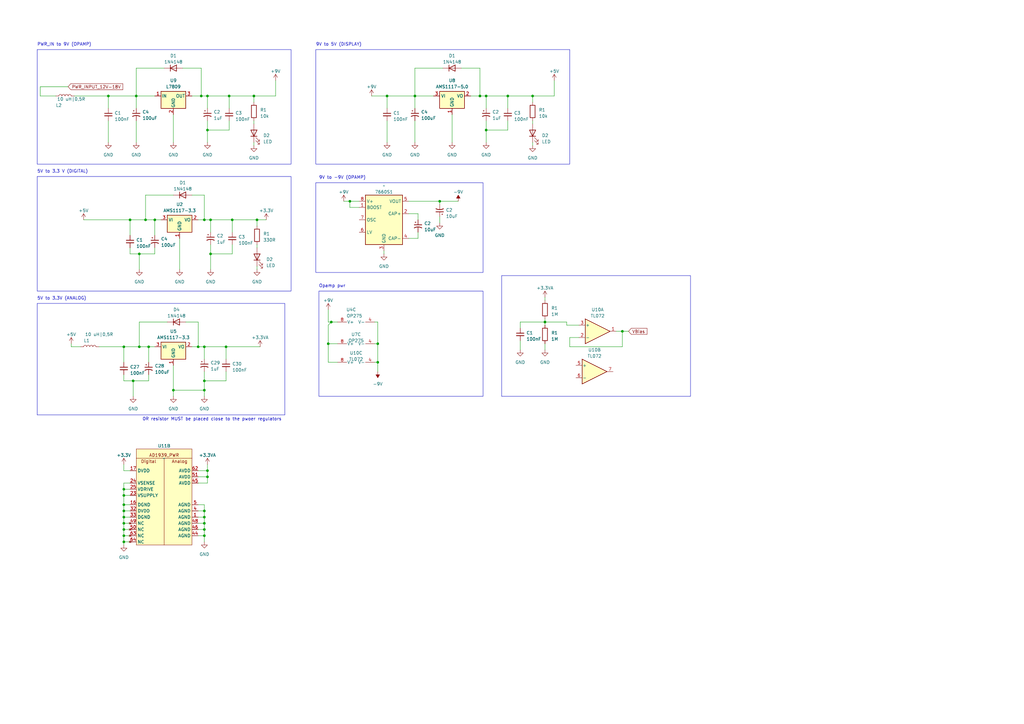
<source format=kicad_sch>
(kicad_sch (version 20230121) (generator eeschema)

  (uuid da25998f-fd3b-44e2-a261-549761c811ad)

  (paper "A3")

  (lib_symbols
    (symbol "Amplifier_Operational:OP275" (pin_names (offset 0.127)) (in_bom yes) (on_board yes)
      (property "Reference" "U" (at 0 5.08 0)
        (effects (font (size 1.27 1.27)) (justify left))
      )
      (property "Value" "OP275" (at 0 -5.08 0)
        (effects (font (size 1.27 1.27)) (justify left))
      )
      (property "Footprint" "" (at 0 0 0)
        (effects (font (size 1.27 1.27)) hide)
      )
      (property "Datasheet" "https://www.analog.com/media/en/technical-documentation/data-sheets/OP275.pdf" (at 0 0 0)
        (effects (font (size 1.27 1.27)) hide)
      )
      (property "ki_locked" "" (at 0 0 0)
        (effects (font (size 1.27 1.27)))
      )
      (property "ki_keywords" "dual opamp" (at 0 0 0)
        (effects (font (size 1.27 1.27)) hide)
      )
      (property "ki_description" "Dual Bipolar/JFET, Audio Operational Amplifier, DIP-8/SOIC-8" (at 0 0 0)
        (effects (font (size 1.27 1.27)) hide)
      )
      (property "ki_fp_filters" "SOIC*3.9x4.9mm*P1.27mm* DIP*W7.62mm* TO*99* OnSemi*Micro8* TSSOP*3x3mm*P0.65mm* TSSOP*4.4x3mm*P0.65mm* MSOP*3x3mm*P0.65mm* SSOP*3.9x4.9mm*P0.635mm* LFCSP*2x2mm*P0.5mm* *SIP* SOIC*5.3x6.2mm*P1.27mm*" (at 0 0 0)
        (effects (font (size 1.27 1.27)) hide)
      )
      (symbol "OP275_1_1"
        (polyline
          (pts
            (xy -5.08 5.08)
            (xy 5.08 0)
            (xy -5.08 -5.08)
            (xy -5.08 5.08)
          )
          (stroke (width 0.254) (type default))
          (fill (type background))
        )
        (pin output line (at 7.62 0 180) (length 2.54)
          (name "~" (effects (font (size 1.27 1.27))))
          (number "1" (effects (font (size 1.27 1.27))))
        )
        (pin input line (at -7.62 -2.54 0) (length 2.54)
          (name "-" (effects (font (size 1.27 1.27))))
          (number "2" (effects (font (size 1.27 1.27))))
        )
        (pin input line (at -7.62 2.54 0) (length 2.54)
          (name "+" (effects (font (size 1.27 1.27))))
          (number "3" (effects (font (size 1.27 1.27))))
        )
      )
      (symbol "OP275_2_1"
        (polyline
          (pts
            (xy -5.08 5.08)
            (xy 5.08 0)
            (xy -5.08 -5.08)
            (xy -5.08 5.08)
          )
          (stroke (width 0.254) (type default))
          (fill (type background))
        )
        (pin input line (at -7.62 2.54 0) (length 2.54)
          (name "+" (effects (font (size 1.27 1.27))))
          (number "5" (effects (font (size 1.27 1.27))))
        )
        (pin input line (at -7.62 -2.54 0) (length 2.54)
          (name "-" (effects (font (size 1.27 1.27))))
          (number "6" (effects (font (size 1.27 1.27))))
        )
        (pin output line (at 7.62 0 180) (length 2.54)
          (name "~" (effects (font (size 1.27 1.27))))
          (number "7" (effects (font (size 1.27 1.27))))
        )
      )
      (symbol "OP275_3_1"
        (pin power_in line (at -2.54 -7.62 90) (length 3.81)
          (name "V-" (effects (font (size 1.27 1.27))))
          (number "4" (effects (font (size 1.27 1.27))))
        )
        (pin power_in line (at -2.54 7.62 270) (length 3.81)
          (name "V+" (effects (font (size 1.27 1.27))))
          (number "8" (effects (font (size 1.27 1.27))))
        )
      )
    )
    (symbol "Amplifier_Operational:TL072" (pin_names (offset 0.127)) (in_bom yes) (on_board yes)
      (property "Reference" "U" (at 0 5.08 0)
        (effects (font (size 1.27 1.27)) (justify left))
      )
      (property "Value" "TL072" (at 0 -5.08 0)
        (effects (font (size 1.27 1.27)) (justify left))
      )
      (property "Footprint" "" (at 0 0 0)
        (effects (font (size 1.27 1.27)) hide)
      )
      (property "Datasheet" "http://www.ti.com/lit/ds/symlink/tl071.pdf" (at 0 0 0)
        (effects (font (size 1.27 1.27)) hide)
      )
      (property "ki_locked" "" (at 0 0 0)
        (effects (font (size 1.27 1.27)))
      )
      (property "ki_keywords" "dual opamp" (at 0 0 0)
        (effects (font (size 1.27 1.27)) hide)
      )
      (property "ki_description" "Dual Low-Noise JFET-Input Operational Amplifiers, DIP-8/SOIC-8" (at 0 0 0)
        (effects (font (size 1.27 1.27)) hide)
      )
      (property "ki_fp_filters" "SOIC*3.9x4.9mm*P1.27mm* DIP*W7.62mm* TO*99* OnSemi*Micro8* TSSOP*3x3mm*P0.65mm* TSSOP*4.4x3mm*P0.65mm* MSOP*3x3mm*P0.65mm* SSOP*3.9x4.9mm*P0.635mm* LFCSP*2x2mm*P0.5mm* *SIP* SOIC*5.3x6.2mm*P1.27mm*" (at 0 0 0)
        (effects (font (size 1.27 1.27)) hide)
      )
      (symbol "TL072_1_1"
        (polyline
          (pts
            (xy -5.08 5.08)
            (xy 5.08 0)
            (xy -5.08 -5.08)
            (xy -5.08 5.08)
          )
          (stroke (width 0.254) (type default))
          (fill (type background))
        )
        (pin output line (at 7.62 0 180) (length 2.54)
          (name "~" (effects (font (size 1.27 1.27))))
          (number "1" (effects (font (size 1.27 1.27))))
        )
        (pin input line (at -7.62 -2.54 0) (length 2.54)
          (name "-" (effects (font (size 1.27 1.27))))
          (number "2" (effects (font (size 1.27 1.27))))
        )
        (pin input line (at -7.62 2.54 0) (length 2.54)
          (name "+" (effects (font (size 1.27 1.27))))
          (number "3" (effects (font (size 1.27 1.27))))
        )
      )
      (symbol "TL072_2_1"
        (polyline
          (pts
            (xy -5.08 5.08)
            (xy 5.08 0)
            (xy -5.08 -5.08)
            (xy -5.08 5.08)
          )
          (stroke (width 0.254) (type default))
          (fill (type background))
        )
        (pin input line (at -7.62 2.54 0) (length 2.54)
          (name "+" (effects (font (size 1.27 1.27))))
          (number "5" (effects (font (size 1.27 1.27))))
        )
        (pin input line (at -7.62 -2.54 0) (length 2.54)
          (name "-" (effects (font (size 1.27 1.27))))
          (number "6" (effects (font (size 1.27 1.27))))
        )
        (pin output line (at 7.62 0 180) (length 2.54)
          (name "~" (effects (font (size 1.27 1.27))))
          (number "7" (effects (font (size 1.27 1.27))))
        )
      )
      (symbol "TL072_3_1"
        (pin power_in line (at -2.54 -7.62 90) (length 3.81)
          (name "V-" (effects (font (size 1.27 1.27))))
          (number "4" (effects (font (size 1.27 1.27))))
        )
        (pin power_in line (at -2.54 7.62 270) (length 3.81)
          (name "V+" (effects (font (size 1.27 1.27))))
          (number "8" (effects (font (size 1.27 1.27))))
        )
      )
    )
    (symbol "Device:C_Polarized_Small_US" (pin_numbers hide) (pin_names (offset 0.254) hide) (in_bom yes) (on_board yes)
      (property "Reference" "C" (at 0.254 1.778 0)
        (effects (font (size 1.27 1.27)) (justify left))
      )
      (property "Value" "C_Polarized_Small_US" (at 0.254 -2.032 0)
        (effects (font (size 1.27 1.27)) (justify left))
      )
      (property "Footprint" "" (at 0 0 0)
        (effects (font (size 1.27 1.27)) hide)
      )
      (property "Datasheet" "~" (at 0 0 0)
        (effects (font (size 1.27 1.27)) hide)
      )
      (property "ki_keywords" "cap capacitor" (at 0 0 0)
        (effects (font (size 1.27 1.27)) hide)
      )
      (property "ki_description" "Polarized capacitor, small US symbol" (at 0 0 0)
        (effects (font (size 1.27 1.27)) hide)
      )
      (property "ki_fp_filters" "CP_*" (at 0 0 0)
        (effects (font (size 1.27 1.27)) hide)
      )
      (symbol "C_Polarized_Small_US_0_1"
        (polyline
          (pts
            (xy -1.524 0.508)
            (xy 1.524 0.508)
          )
          (stroke (width 0.3048) (type default))
          (fill (type none))
        )
        (polyline
          (pts
            (xy -1.27 1.524)
            (xy -0.762 1.524)
          )
          (stroke (width 0) (type default))
          (fill (type none))
        )
        (polyline
          (pts
            (xy -1.016 1.27)
            (xy -1.016 1.778)
          )
          (stroke (width 0) (type default))
          (fill (type none))
        )
        (arc (start 1.524 -0.762) (mid 0 -0.3734) (end -1.524 -0.762)
          (stroke (width 0.3048) (type default))
          (fill (type none))
        )
      )
      (symbol "C_Polarized_Small_US_1_1"
        (pin passive line (at 0 2.54 270) (length 2.032)
          (name "~" (effects (font (size 1.27 1.27))))
          (number "1" (effects (font (size 1.27 1.27))))
        )
        (pin passive line (at 0 -2.54 90) (length 2.032)
          (name "~" (effects (font (size 1.27 1.27))))
          (number "2" (effects (font (size 1.27 1.27))))
        )
      )
    )
    (symbol "Device:C_Small" (pin_numbers hide) (pin_names (offset 0.254) hide) (in_bom yes) (on_board yes)
      (property "Reference" "C" (at 0.254 1.778 0)
        (effects (font (size 1.27 1.27)) (justify left))
      )
      (property "Value" "C_Small" (at 0.254 -2.032 0)
        (effects (font (size 1.27 1.27)) (justify left))
      )
      (property "Footprint" "" (at 0 0 0)
        (effects (font (size 1.27 1.27)) hide)
      )
      (property "Datasheet" "~" (at 0 0 0)
        (effects (font (size 1.27 1.27)) hide)
      )
      (property "ki_keywords" "capacitor cap" (at 0 0 0)
        (effects (font (size 1.27 1.27)) hide)
      )
      (property "ki_description" "Unpolarized capacitor, small symbol" (at 0 0 0)
        (effects (font (size 1.27 1.27)) hide)
      )
      (property "ki_fp_filters" "C_*" (at 0 0 0)
        (effects (font (size 1.27 1.27)) hide)
      )
      (symbol "C_Small_0_1"
        (polyline
          (pts
            (xy -1.524 -0.508)
            (xy 1.524 -0.508)
          )
          (stroke (width 0.3302) (type default))
          (fill (type none))
        )
        (polyline
          (pts
            (xy -1.524 0.508)
            (xy 1.524 0.508)
          )
          (stroke (width 0.3048) (type default))
          (fill (type none))
        )
      )
      (symbol "C_Small_1_1"
        (pin passive line (at 0 2.54 270) (length 2.032)
          (name "~" (effects (font (size 1.27 1.27))))
          (number "1" (effects (font (size 1.27 1.27))))
        )
        (pin passive line (at 0 -2.54 90) (length 2.032)
          (name "~" (effects (font (size 1.27 1.27))))
          (number "2" (effects (font (size 1.27 1.27))))
        )
      )
    )
    (symbol "Device:L" (pin_numbers hide) (pin_names (offset 1.016) hide) (in_bom yes) (on_board yes)
      (property "Reference" "L" (at -1.27 0 90)
        (effects (font (size 1.27 1.27)))
      )
      (property "Value" "L" (at 1.905 0 90)
        (effects (font (size 1.27 1.27)))
      )
      (property "Footprint" "" (at 0 0 0)
        (effects (font (size 1.27 1.27)) hide)
      )
      (property "Datasheet" "~" (at 0 0 0)
        (effects (font (size 1.27 1.27)) hide)
      )
      (property "ki_keywords" "inductor choke coil reactor magnetic" (at 0 0 0)
        (effects (font (size 1.27 1.27)) hide)
      )
      (property "ki_description" "Inductor" (at 0 0 0)
        (effects (font (size 1.27 1.27)) hide)
      )
      (property "ki_fp_filters" "Choke_* *Coil* Inductor_* L_*" (at 0 0 0)
        (effects (font (size 1.27 1.27)) hide)
      )
      (symbol "L_0_1"
        (arc (start 0 -2.54) (mid 0.6323 -1.905) (end 0 -1.27)
          (stroke (width 0) (type default))
          (fill (type none))
        )
        (arc (start 0 -1.27) (mid 0.6323 -0.635) (end 0 0)
          (stroke (width 0) (type default))
          (fill (type none))
        )
        (arc (start 0 0) (mid 0.6323 0.635) (end 0 1.27)
          (stroke (width 0) (type default))
          (fill (type none))
        )
        (arc (start 0 1.27) (mid 0.6323 1.905) (end 0 2.54)
          (stroke (width 0) (type default))
          (fill (type none))
        )
      )
      (symbol "L_1_1"
        (pin passive line (at 0 3.81 270) (length 1.27)
          (name "1" (effects (font (size 1.27 1.27))))
          (number "1" (effects (font (size 1.27 1.27))))
        )
        (pin passive line (at 0 -3.81 90) (length 1.27)
          (name "2" (effects (font (size 1.27 1.27))))
          (number "2" (effects (font (size 1.27 1.27))))
        )
      )
    )
    (symbol "Device:LED" (pin_numbers hide) (pin_names (offset 1.016) hide) (in_bom yes) (on_board yes)
      (property "Reference" "D" (at 0 2.54 0)
        (effects (font (size 1.27 1.27)))
      )
      (property "Value" "LED" (at 0 -2.54 0)
        (effects (font (size 1.27 1.27)))
      )
      (property "Footprint" "" (at 0 0 0)
        (effects (font (size 1.27 1.27)) hide)
      )
      (property "Datasheet" "~" (at 0 0 0)
        (effects (font (size 1.27 1.27)) hide)
      )
      (property "ki_keywords" "LED diode" (at 0 0 0)
        (effects (font (size 1.27 1.27)) hide)
      )
      (property "ki_description" "Light emitting diode" (at 0 0 0)
        (effects (font (size 1.27 1.27)) hide)
      )
      (property "ki_fp_filters" "LED* LED_SMD:* LED_THT:*" (at 0 0 0)
        (effects (font (size 1.27 1.27)) hide)
      )
      (symbol "LED_0_1"
        (polyline
          (pts
            (xy -1.27 -1.27)
            (xy -1.27 1.27)
          )
          (stroke (width 0.254) (type default))
          (fill (type none))
        )
        (polyline
          (pts
            (xy -1.27 0)
            (xy 1.27 0)
          )
          (stroke (width 0) (type default))
          (fill (type none))
        )
        (polyline
          (pts
            (xy 1.27 -1.27)
            (xy 1.27 1.27)
            (xy -1.27 0)
            (xy 1.27 -1.27)
          )
          (stroke (width 0.254) (type default))
          (fill (type none))
        )
        (polyline
          (pts
            (xy -3.048 -0.762)
            (xy -4.572 -2.286)
            (xy -3.81 -2.286)
            (xy -4.572 -2.286)
            (xy -4.572 -1.524)
          )
          (stroke (width 0) (type default))
          (fill (type none))
        )
        (polyline
          (pts
            (xy -1.778 -0.762)
            (xy -3.302 -2.286)
            (xy -2.54 -2.286)
            (xy -3.302 -2.286)
            (xy -3.302 -1.524)
          )
          (stroke (width 0) (type default))
          (fill (type none))
        )
      )
      (symbol "LED_1_1"
        (pin passive line (at -3.81 0 0) (length 2.54)
          (name "K" (effects (font (size 1.27 1.27))))
          (number "1" (effects (font (size 1.27 1.27))))
        )
        (pin passive line (at 3.81 0 180) (length 2.54)
          (name "A" (effects (font (size 1.27 1.27))))
          (number "2" (effects (font (size 1.27 1.27))))
        )
      )
    )
    (symbol "Device:R" (pin_numbers hide) (pin_names (offset 0)) (in_bom yes) (on_board yes)
      (property "Reference" "R" (at 2.032 0 90)
        (effects (font (size 1.27 1.27)))
      )
      (property "Value" "R" (at 0 0 90)
        (effects (font (size 1.27 1.27)))
      )
      (property "Footprint" "" (at -1.778 0 90)
        (effects (font (size 1.27 1.27)) hide)
      )
      (property "Datasheet" "~" (at 0 0 0)
        (effects (font (size 1.27 1.27)) hide)
      )
      (property "ki_keywords" "R res resistor" (at 0 0 0)
        (effects (font (size 1.27 1.27)) hide)
      )
      (property "ki_description" "Resistor" (at 0 0 0)
        (effects (font (size 1.27 1.27)) hide)
      )
      (property "ki_fp_filters" "R_*" (at 0 0 0)
        (effects (font (size 1.27 1.27)) hide)
      )
      (symbol "R_0_1"
        (rectangle (start -1.016 -2.54) (end 1.016 2.54)
          (stroke (width 0.254) (type default))
          (fill (type none))
        )
      )
      (symbol "R_1_1"
        (pin passive line (at 0 3.81 270) (length 1.27)
          (name "~" (effects (font (size 1.27 1.27))))
          (number "1" (effects (font (size 1.27 1.27))))
        )
        (pin passive line (at 0 -3.81 90) (length 1.27)
          (name "~" (effects (font (size 1.27 1.27))))
          (number "2" (effects (font (size 1.27 1.27))))
        )
      )
    )
    (symbol "Diode:1N4148" (pin_numbers hide) (pin_names hide) (in_bom yes) (on_board yes)
      (property "Reference" "D" (at 0 2.54 0)
        (effects (font (size 1.27 1.27)))
      )
      (property "Value" "1N4148" (at 0 -2.54 0)
        (effects (font (size 1.27 1.27)))
      )
      (property "Footprint" "Diode_THT:D_DO-35_SOD27_P7.62mm_Horizontal" (at 0 0 0)
        (effects (font (size 1.27 1.27)) hide)
      )
      (property "Datasheet" "https://assets.nexperia.com/documents/data-sheet/1N4148_1N4448.pdf" (at 0 0 0)
        (effects (font (size 1.27 1.27)) hide)
      )
      (property "Sim.Device" "D" (at 0 0 0)
        (effects (font (size 1.27 1.27)) hide)
      )
      (property "Sim.Pins" "1=K 2=A" (at 0 0 0)
        (effects (font (size 1.27 1.27)) hide)
      )
      (property "ki_keywords" "diode" (at 0 0 0)
        (effects (font (size 1.27 1.27)) hide)
      )
      (property "ki_description" "100V 0.15A standard switching diode, DO-35" (at 0 0 0)
        (effects (font (size 1.27 1.27)) hide)
      )
      (property "ki_fp_filters" "D*DO?35*" (at 0 0 0)
        (effects (font (size 1.27 1.27)) hide)
      )
      (symbol "1N4148_0_1"
        (polyline
          (pts
            (xy -1.27 1.27)
            (xy -1.27 -1.27)
          )
          (stroke (width 0.254) (type default))
          (fill (type none))
        )
        (polyline
          (pts
            (xy 1.27 0)
            (xy -1.27 0)
          )
          (stroke (width 0) (type default))
          (fill (type none))
        )
        (polyline
          (pts
            (xy 1.27 1.27)
            (xy 1.27 -1.27)
            (xy -1.27 0)
            (xy 1.27 1.27)
          )
          (stroke (width 0.254) (type default))
          (fill (type none))
        )
      )
      (symbol "1N4148_1_1"
        (pin passive line (at -3.81 0 0) (length 2.54)
          (name "K" (effects (font (size 1.27 1.27))))
          (number "1" (effects (font (size 1.27 1.27))))
        )
        (pin passive line (at 3.81 0 180) (length 2.54)
          (name "A" (effects (font (size 1.27 1.27))))
          (number "2" (effects (font (size 1.27 1.27))))
        )
      )
    )
    (symbol "Regulator_Linear:AMS1117-3.3" (in_bom yes) (on_board yes)
      (property "Reference" "U" (at -3.81 3.175 0)
        (effects (font (size 1.27 1.27)))
      )
      (property "Value" "AMS1117-3.3" (at 0 3.175 0)
        (effects (font (size 1.27 1.27)) (justify left))
      )
      (property "Footprint" "Package_TO_SOT_SMD:SOT-223-3_TabPin2" (at 0 5.08 0)
        (effects (font (size 1.27 1.27)) hide)
      )
      (property "Datasheet" "http://www.advanced-monolithic.com/pdf/ds1117.pdf" (at 2.54 -6.35 0)
        (effects (font (size 1.27 1.27)) hide)
      )
      (property "ki_keywords" "linear regulator ldo fixed positive" (at 0 0 0)
        (effects (font (size 1.27 1.27)) hide)
      )
      (property "ki_description" "1A Low Dropout regulator, positive, 3.3V fixed output, SOT-223" (at 0 0 0)
        (effects (font (size 1.27 1.27)) hide)
      )
      (property "ki_fp_filters" "SOT?223*TabPin2*" (at 0 0 0)
        (effects (font (size 1.27 1.27)) hide)
      )
      (symbol "AMS1117-3.3_0_1"
        (rectangle (start -5.08 -5.08) (end 5.08 1.905)
          (stroke (width 0.254) (type default))
          (fill (type background))
        )
      )
      (symbol "AMS1117-3.3_1_1"
        (pin power_in line (at 0 -7.62 90) (length 2.54)
          (name "GND" (effects (font (size 1.27 1.27))))
          (number "1" (effects (font (size 1.27 1.27))))
        )
        (pin power_out line (at 7.62 0 180) (length 2.54)
          (name "VO" (effects (font (size 1.27 1.27))))
          (number "2" (effects (font (size 1.27 1.27))))
        )
        (pin power_in line (at -7.62 0 0) (length 2.54)
          (name "VI" (effects (font (size 1.27 1.27))))
          (number "3" (effects (font (size 1.27 1.27))))
        )
      )
    )
    (symbol "Regulator_Linear:AMS1117-5.0" (in_bom yes) (on_board yes)
      (property "Reference" "U" (at -3.81 3.175 0)
        (effects (font (size 1.27 1.27)))
      )
      (property "Value" "AMS1117-5.0" (at 0 3.175 0)
        (effects (font (size 1.27 1.27)) (justify left))
      )
      (property "Footprint" "Package_TO_SOT_SMD:SOT-223-3_TabPin2" (at 0 5.08 0)
        (effects (font (size 1.27 1.27)) hide)
      )
      (property "Datasheet" "http://www.advanced-monolithic.com/pdf/ds1117.pdf" (at 2.54 -6.35 0)
        (effects (font (size 1.27 1.27)) hide)
      )
      (property "ki_keywords" "linear regulator ldo fixed positive" (at 0 0 0)
        (effects (font (size 1.27 1.27)) hide)
      )
      (property "ki_description" "1A Low Dropout regulator, positive, 5.0V fixed output, SOT-223" (at 0 0 0)
        (effects (font (size 1.27 1.27)) hide)
      )
      (property "ki_fp_filters" "SOT?223*TabPin2*" (at 0 0 0)
        (effects (font (size 1.27 1.27)) hide)
      )
      (symbol "AMS1117-5.0_0_1"
        (rectangle (start -5.08 -5.08) (end 5.08 1.905)
          (stroke (width 0.254) (type default))
          (fill (type background))
        )
      )
      (symbol "AMS1117-5.0_1_1"
        (pin power_in line (at 0 -7.62 90) (length 2.54)
          (name "GND" (effects (font (size 1.27 1.27))))
          (number "1" (effects (font (size 1.27 1.27))))
        )
        (pin power_out line (at 7.62 0 180) (length 2.54)
          (name "VO" (effects (font (size 1.27 1.27))))
          (number "2" (effects (font (size 1.27 1.27))))
        )
        (pin power_in line (at -7.62 0 0) (length 2.54)
          (name "VI" (effects (font (size 1.27 1.27))))
          (number "3" (effects (font (size 1.27 1.27))))
        )
      )
    )
    (symbol "Regulator_Linear:L7809" (pin_names (offset 0.254)) (in_bom yes) (on_board yes)
      (property "Reference" "U" (at -3.81 3.175 0)
        (effects (font (size 1.27 1.27)))
      )
      (property "Value" "L7809" (at 0 3.175 0)
        (effects (font (size 1.27 1.27)) (justify left))
      )
      (property "Footprint" "" (at 0.635 -3.81 0)
        (effects (font (size 1.27 1.27) italic) (justify left) hide)
      )
      (property "Datasheet" "http://www.st.com/content/ccc/resource/technical/document/datasheet/41/4f/b3/b0/12/d4/47/88/CD00000444.pdf/files/CD00000444.pdf/jcr:content/translations/en.CD00000444.pdf" (at 0 -1.27 0)
        (effects (font (size 1.27 1.27)) hide)
      )
      (property "ki_keywords" "Voltage Regulator 1.5A Positive" (at 0 0 0)
        (effects (font (size 1.27 1.27)) hide)
      )
      (property "ki_description" "Positive 1.5A 35V Linear Regulator, Fixed Output 9V, TO-220/TO-263/TO-252" (at 0 0 0)
        (effects (font (size 1.27 1.27)) hide)
      )
      (property "ki_fp_filters" "TO?252* TO?263* TO?220*" (at 0 0 0)
        (effects (font (size 1.27 1.27)) hide)
      )
      (symbol "L7809_0_1"
        (rectangle (start -5.08 1.905) (end 5.08 -5.08)
          (stroke (width 0.254) (type default))
          (fill (type background))
        )
      )
      (symbol "L7809_1_1"
        (pin power_in line (at -7.62 0 0) (length 2.54)
          (name "IN" (effects (font (size 1.27 1.27))))
          (number "1" (effects (font (size 1.27 1.27))))
        )
        (pin power_in line (at 0 -7.62 90) (length 2.54)
          (name "GND" (effects (font (size 1.27 1.27))))
          (number "2" (effects (font (size 1.27 1.27))))
        )
        (pin power_out line (at 7.62 0 180) (length 2.54)
          (name "OUT" (effects (font (size 1.27 1.27))))
          (number "3" (effects (font (size 1.27 1.27))))
        )
      )
    )
    (symbol "codec:AD1939" (in_bom yes) (on_board yes)
      (property "Reference" "U" (at -10.16 5.08 0)
        (effects (font (size 1.27 1.27)))
      )
      (property "Value" "" (at 0 0 0)
        (effects (font (size 1.27 1.27)))
      )
      (property "Footprint" "" (at 0 0 0)
        (effects (font (size 1.27 1.27)) hide)
      )
      (property "Datasheet" "" (at 0 0 0)
        (effects (font (size 1.27 1.27)) hide)
      )
      (property "ki_locked" "" (at 0 0 0)
        (effects (font (size 1.27 1.27)))
      )
      (symbol "AD1939_1_1"
        (rectangle (start -13.97 -93.98) (end -2.54 -100.33)
          (stroke (width 0) (type default))
          (fill (type none))
        )
        (rectangle (start -13.97 -80.01) (end -5.08 -91.44)
          (stroke (width 0) (type default))
          (fill (type none))
        )
        (rectangle (start -13.97 -59.69) (end -7.62 -67.31)
          (stroke (width 0) (type default))
          (fill (type none))
        )
        (rectangle (start -13.97 -44.45) (end -6.35 -54.61)
          (stroke (width 0) (type default))
          (fill (type none))
        )
        (rectangle (start -13.97 -25.4) (end -5.08 -38.1)
          (stroke (width 0) (type default))
          (fill (type none))
        )
        (rectangle (start -13.97 -10.16) (end -5.08 -22.86)
          (stroke (width 0) (type default))
          (fill (type none))
        )
        (rectangle (start -13.97 -2.54) (end 29.21 -102.87)
          (stroke (width 0) (type default))
          (fill (type background))
        )
        (polyline
          (pts
            (xy -13.97 -6.35)
            (xy 29.21 -6.35)
          )
          (stroke (width 0) (type default))
          (fill (type none))
        )
        (polyline
          (pts
            (xy 7.62 -6.35)
            (xy 7.62 -102.87)
          )
          (stroke (width 0) (type default))
          (fill (type none))
        )
        (polyline
          (pts
            (xy -6.35 -44.45)
            (xy 1.27 -44.45)
            (xy 1.27 -54.61)
            (xy -6.35 -54.61)
          )
          (stroke (width 0) (type default))
          (fill (type none))
        )
        (polyline
          (pts
            (xy 29.21 -80.01)
            (xy 20.32 -80.01)
            (xy 20.32 -96.52)
            (xy 29.21 -96.52)
          )
          (stroke (width 0) (type default))
          (fill (type none))
        )
        (rectangle (start 22.86 -48.26) (end 29.21 -58.42)
          (stroke (width 0) (type default))
          (fill (type none))
        )
        (rectangle (start 22.86 -35.56) (end 29.21 -45.72)
          (stroke (width 0) (type default))
          (fill (type none))
        )
        (rectangle (start 22.86 -22.86) (end 29.21 -33.02)
          (stroke (width 0) (type default))
          (fill (type none))
        )
        (rectangle (start 22.86 -10.16) (end 29.21 -20.32)
          (stroke (width 0) (type default))
          (fill (type none))
        )
        (text "/CS" (at -2.54 -45.72 0)
          (effects (font (size 1.27 1.27)))
        )
        (text "AD1939" (at 7.62 -5.08 0)
          (effects (font (size 1.27 1.27)))
        )
        (text "ADC DATA" (at 0 -81.28 0)
          (effects (font (size 1.27 1.27)))
        )
        (text "ADC1\n" (at -2.54 -11.43 0)
          (effects (font (size 1.27 1.27)))
        )
        (text "ADC2\n" (at -2.54 -26.67 0)
          (effects (font (size 1.27 1.27)))
        )
        (text "CLOCK" (at -2.54 -48.26 0)
          (effects (font (size 1.27 1.27)))
        )
        (text "DAC DATA" (at 15.24 -81.28 0)
          (effects (font (size 1.27 1.27)))
        )
        (text "DAC1\n" (at 20.32 -11.43 0)
          (effects (font (size 1.27 1.27)))
        )
        (text "DAC2\n\n" (at 20.32 -25.4 0)
          (effects (font (size 1.27 1.27)))
        )
        (text "DAC3\n" (at 20.32 -36.83 0)
          (effects (font (size 1.27 1.27)))
        )
        (text "DAC4\n" (at 20.32 -49.53 0)
          (effects (font (size 1.27 1.27)))
        )
        (text "MISO" (at -2.54 -53.34 0)
          (effects (font (size 1.27 1.27)))
        )
        (text "MOSI" (at -2.54 -50.8 0)
          (effects (font (size 1.27 1.27)))
        )
        (text "OSC" (at 0 -95.25 0)
          (effects (font (size 1.27 1.27)))
        )
        (text "PLL Filter" (at -2.7837 -60.9893 0)
          (effects (font (size 1.27 1.27)))
        )
        (text "SPI\n" (at 3.81 -45.72 0)
          (effects (font (size 1.27 1.27)))
        )
        (pin output line (at 31.75 -57.15 180) (length 2.54)
          (name "OL4P" (effects (font (size 1.27 1.27))))
          (number "10" (effects (font (size 1.27 1.27))))
        )
        (pin output line (at 31.75 -54.61 180) (length 2.54)
          (name "OL4N" (effects (font (size 1.27 1.27))))
          (number "11" (effects (font (size 1.27 1.27))))
        )
        (pin output line (at 31.75 -52.07 180) (length 2.54)
          (name "OR4P" (effects (font (size 1.27 1.27))))
          (number "12" (effects (font (size 1.27 1.27))))
        )
        (pin output line (at 31.75 -49.53 180) (length 2.54)
          (name "OR4N" (effects (font (size 1.27 1.27))))
          (number "13" (effects (font (size 1.27 1.27))))
        )
        (pin input line (at -16.51 -74.93 0) (length 2.54)
          (name "PD/RST" (effects (font (size 1.27 1.27))))
          (number "14" (effects (font (size 1.27 1.27))))
        )
        (pin bidirectional line (at 31.75 -87.63 180) (length 2.54)
          (name "DSDATA4" (effects (font (size 1.27 1.27))))
          (number "15" (effects (font (size 1.27 1.27))))
        )
        (pin bidirectional line (at 31.75 -90.17 180) (length 2.54)
          (name "DADATA3" (effects (font (size 1.27 1.27))))
          (number "18" (effects (font (size 1.27 1.27))))
        )
        (pin bidirectional line (at 31.75 -92.71 180) (length 2.54)
          (name "DSDATA2" (effects (font (size 1.27 1.27))))
          (number "19" (effects (font (size 1.27 1.27))))
        )
        (pin input line (at -16.51 -95.25 0) (length 2.54)
          (name "MCLKI/XI" (effects (font (size 1.27 1.27))))
          (number "2" (effects (font (size 1.27 1.27))))
        )
        (pin input line (at 31.75 -95.25 180) (length 2.54)
          (name "DSDATA1" (effects (font (size 1.27 1.27))))
          (number "20" (effects (font (size 1.27 1.27))))
        )
        (pin bidirectional line (at 31.75 -83.82 180) (length 2.54)
          (name "DBCLK" (effects (font (size 1.27 1.27))))
          (number "21" (effects (font (size 1.27 1.27))))
        )
        (pin bidirectional line (at 31.75 -81.28 180) (length 2.54)
          (name "DLRCLK" (effects (font (size 1.27 1.27))))
          (number "22" (effects (font (size 1.27 1.27))))
        )
        (pin bidirectional line (at -16.51 -90.17 0) (length 2.54)
          (name "ASDATA2" (effects (font (size 1.27 1.27))))
          (number "26" (effects (font (size 1.27 1.27))))
        )
        (pin output line (at -16.51 -87.63 0) (length 2.54)
          (name "ASDATA1" (effects (font (size 1.27 1.27))))
          (number "27" (effects (font (size 1.27 1.27))))
        )
        (pin bidirectional line (at -16.51 -83.82 0) (length 2.54)
          (name "ABCLK" (effects (font (size 1.27 1.27))))
          (number "28" (effects (font (size 1.27 1.27))))
        )
        (pin bidirectional line (at -16.51 -81.28 0) (length 2.54)
          (name "ALRCLK" (effects (font (size 1.27 1.27))))
          (number "29" (effects (font (size 1.27 1.27))))
        )
        (pin output line (at -16.51 -99.06 0) (length 2.54)
          (name "MCLKO/XO" (effects (font (size 1.27 1.27))))
          (number "3" (effects (font (size 1.27 1.27))))
        )
        (pin input line (at -16.51 -50.8 0) (length 2.54)
          (name "CIN" (effects (font (size 1.27 1.27))))
          (number "30" (effects (font (size 1.27 1.27))))
        )
        (pin bidirectional line (at -16.51 -53.34 0) (length 2.54)
          (name "COUT" (effects (font (size 1.27 1.27))))
          (number "31" (effects (font (size 1.27 1.27))))
        )
        (pin input line (at -16.51 -48.26 0) (length 2.54)
          (name "CCLK" (effects (font (size 1.27 1.27))))
          (number "34" (effects (font (size 1.27 1.27))))
        )
        (pin input line (at -16.51 -45.72 0) (length 2.54)
          (name "CLATCH" (effects (font (size 1.27 1.27))))
          (number "35" (effects (font (size 1.27 1.27))))
        )
        (pin output line (at 31.75 -16.51 180) (length 2.54)
          (name "OL1N" (effects (font (size 1.27 1.27))))
          (number "37" (effects (font (size 1.27 1.27))))
        )
        (pin output line (at 31.75 -19.05 180) (length 2.54)
          (name "OL1P" (effects (font (size 1.27 1.27))))
          (number "38" (effects (font (size 1.27 1.27))))
        )
        (pin output line (at 31.75 -13.97 180) (length 2.54)
          (name "OR1P" (effects (font (size 1.27 1.27))))
          (number "38" (effects (font (size 1.27 1.27))))
        )
        (pin output line (at 31.75 -11.43 180) (length 2.54)
          (name "OR1N" (effects (font (size 1.27 1.27))))
          (number "39" (effects (font (size 1.27 1.27))))
        )
        (pin output line (at 31.75 -31.75 180) (length 2.54)
          (name "OL2P" (effects (font (size 1.27 1.27))))
          (number "40" (effects (font (size 1.27 1.27))))
        )
        (pin output line (at 31.75 -29.21 180) (length 2.54)
          (name "OL2N" (effects (font (size 1.27 1.27))))
          (number "41" (effects (font (size 1.27 1.27))))
        )
        (pin output line (at 31.75 -26.67 180) (length 2.54)
          (name "OR2P" (effects (font (size 1.27 1.27))))
          (number "42" (effects (font (size 1.27 1.27))))
        )
        (pin output line (at 31.75 -24.13 180) (length 2.54)
          (name "OR2N" (effects (font (size 1.27 1.27))))
          (number "43" (effects (font (size 1.27 1.27))))
        )
        (pin output line (at -16.51 -60.96 0) (length 2.54)
          (name "FILTR" (effects (font (size 1.27 1.27))))
          (number "47" (effects (font (size 1.27 1.27))))
        )
        (pin output line (at -16.51 -66.04 0) (length 2.54)
          (name "CM" (effects (font (size 1.27 1.27))))
          (number "52" (effects (font (size 1.27 1.27))))
        )
        (pin input line (at -16.51 -12.7 0) (length 2.54)
          (name "ADC1LP" (effects (font (size 1.27 1.27))))
          (number "53" (effects (font (size 1.27 1.27))))
        )
        (pin input line (at -16.51 -15.24 0) (length 2.54)
          (name "ADC1LN" (effects (font (size 1.27 1.27))))
          (number "54" (effects (font (size 1.27 1.27))))
        )
        (pin input line (at -16.51 -17.78 0) (length 2.54)
          (name "ADC1RP" (effects (font (size 1.27 1.27))))
          (number "55" (effects (font (size 1.27 1.27))))
        )
        (pin input line (at -16.51 -20.32 0) (length 2.54)
          (name "ADC1RN" (effects (font (size 1.27 1.27))))
          (number "56" (effects (font (size 1.27 1.27))))
        )
        (pin input line (at -16.51 -27.94 0) (length 2.54)
          (name "ADC2LP" (effects (font (size 1.27 1.27))))
          (number "57" (effects (font (size 1.27 1.27))))
        )
        (pin input line (at -16.51 -30.48 0) (length 2.54)
          (name "ADC2LN" (effects (font (size 1.27 1.27))))
          (number "58" (effects (font (size 1.27 1.27))))
        )
        (pin input line (at -16.51 -33.02 0) (length 2.54)
          (name "ADC2RP" (effects (font (size 1.27 1.27))))
          (number "59" (effects (font (size 1.27 1.27))))
        )
        (pin output line (at 31.75 -44.45 180) (length 2.54)
          (name "OL3P" (effects (font (size 1.27 1.27))))
          (number "6" (effects (font (size 1.27 1.27))))
        )
        (pin input line (at -16.51 -35.56 0) (length 2.54)
          (name "ADC2RN" (effects (font (size 1.27 1.27))))
          (number "60" (effects (font (size 1.27 1.27))))
        )
        (pin output line (at -16.51 -63.5 0) (length 2.54)
          (name "LF" (effects (font (size 1.27 1.27))))
          (number "61" (effects (font (size 1.27 1.27))))
        )
        (pin output line (at 31.75 -41.91 180) (length 2.54)
          (name "OL3N" (effects (font (size 1.27 1.27))))
          (number "7" (effects (font (size 1.27 1.27))))
        )
        (pin output line (at 31.75 -39.37 180) (length 2.54)
          (name "OR3P" (effects (font (size 1.27 1.27))))
          (number "8" (effects (font (size 1.27 1.27))))
        )
        (pin output line (at 31.75 -36.83 180) (length 2.54)
          (name "OR3N" (effects (font (size 1.27 1.27))))
          (number "9" (effects (font (size 1.27 1.27))))
        )
      )
      (symbol "AD1939_2_1"
        (rectangle (start -11.43 3.81) (end 11.43 -35.56)
          (stroke (width 0) (type default))
          (fill (type background))
        )
        (polyline
          (pts
            (xy -11.43 0)
            (xy 11.43 0)
          )
          (stroke (width 0) (type default))
          (fill (type none))
        )
        (polyline
          (pts
            (xy 0 0)
            (xy 0 -35.56)
          )
          (stroke (width 0) (type default))
          (fill (type none))
        )
        (text "AD1939_PWR\n" (at 0 1.27 0)
          (effects (font (size 1.27 1.27)))
        )
        (text "Analog" (at 6.35 -1.27 0)
          (effects (font (size 1.27 1.27)))
        )
        (text "Digital\n" (at -6.35 -1.27 0)
          (effects (font (size 1.27 1.27)))
        )
        (pin input line (at 13.97 -24.13 180) (length 2.54)
          (name "AGND" (effects (font (size 1.27 1.27))))
          (number "1" (effects (font (size 1.27 1.27))))
        )
        (pin input line (at -13.97 -19.05 0) (length 2.54)
          (name "DGND" (effects (font (size 1.27 1.27))))
          (number "16" (effects (font (size 1.27 1.27))))
        )
        (pin input line (at -13.97 -5.08 0) (length 2.54)
          (name "DVDD" (effects (font (size 1.27 1.27))))
          (number "17" (effects (font (size 1.27 1.27))))
        )
        (pin input line (at -13.97 -15.24 0) (length 2.54)
          (name "VSUPPLY" (effects (font (size 1.27 1.27))))
          (number "23" (effects (font (size 1.27 1.27))))
        )
        (pin input line (at -13.97 -10.16 0) (length 2.54)
          (name "VSENSE" (effects (font (size 1.27 1.27))))
          (number "24" (effects (font (size 1.27 1.27))))
        )
        (pin output line (at -13.97 -12.7 0) (length 2.54)
          (name "VDRIVE" (effects (font (size 1.27 1.27))))
          (number "25" (effects (font (size 1.27 1.27))))
        )
        (pin input line (at -13.97 -21.59 0) (length 2.54)
          (name "DVDD" (effects (font (size 1.27 1.27))))
          (number "32" (effects (font (size 1.27 1.27))))
        )
        (pin input line (at -13.97 -24.13 0) (length 2.54)
          (name "DGND" (effects (font (size 1.27 1.27))))
          (number "33" (effects (font (size 1.27 1.27))))
        )
        (pin input line (at 13.97 -21.59 180) (length 2.54)
          (name "AGND" (effects (font (size 1.27 1.27))))
          (number "4" (effects (font (size 1.27 1.27))))
        )
        (pin input line (at 13.97 -31.75 180) (length 2.54)
          (name "AGND" (effects (font (size 1.27 1.27))))
          (number "44" (effects (font (size 1.27 1.27))))
        )
        (pin input line (at 13.97 -10.16 180) (length 2.54)
          (name "AVDD" (effects (font (size 1.27 1.27))))
          (number "45" (effects (font (size 1.27 1.27))))
        )
        (pin input line (at 13.97 -29.21 180) (length 2.54)
          (name "AGND" (effects (font (size 1.27 1.27))))
          (number "46" (effects (font (size 1.27 1.27))))
        )
        (pin input line (at 13.97 -26.67 180) (length 2.54)
          (name "AGND" (effects (font (size 1.27 1.27))))
          (number "48" (effects (font (size 1.27 1.27))))
        )
        (pin no_connect line (at -13.97 -26.67 0) (length 2.54)
          (name "NC" (effects (font (size 1.27 1.27))))
          (number "49" (effects (font (size 1.27 1.27))))
        )
        (pin input line (at 13.97 -19.05 180) (length 2.54)
          (name "AGND" (effects (font (size 1.27 1.27))))
          (number "5" (effects (font (size 1.27 1.27))))
        )
        (pin no_connect line (at -13.97 -29.21 0) (length 2.54)
          (name "NC" (effects (font (size 1.27 1.27))))
          (number "50" (effects (font (size 1.27 1.27))))
        )
        (pin input line (at 13.97 -7.62 180) (length 2.54)
          (name "AVDD" (effects (font (size 1.27 1.27))))
          (number "51" (effects (font (size 1.27 1.27))))
        )
        (pin input line (at 13.97 -5.08 180) (length 2.54)
          (name "AVDD" (effects (font (size 1.27 1.27))))
          (number "62" (effects (font (size 1.27 1.27))))
        )
        (pin no_connect line (at -13.97 -31.75 0) (length 2.54)
          (name "NC" (effects (font (size 1.27 1.27))))
          (number "63" (effects (font (size 1.27 1.27))))
        )
        (pin no_connect line (at -13.97 -34.29 0) (length 2.54)
          (name "NC" (effects (font (size 1.27 1.27))))
          (number "64" (effects (font (size 1.27 1.27))))
        )
      )
    )
    (symbol "power:+3.3V" (power) (pin_names (offset 0)) (in_bom yes) (on_board yes)
      (property "Reference" "#PWR" (at 0 -3.81 0)
        (effects (font (size 1.27 1.27)) hide)
      )
      (property "Value" "+3.3V" (at 0 3.556 0)
        (effects (font (size 1.27 1.27)))
      )
      (property "Footprint" "" (at 0 0 0)
        (effects (font (size 1.27 1.27)) hide)
      )
      (property "Datasheet" "" (at 0 0 0)
        (effects (font (size 1.27 1.27)) hide)
      )
      (property "ki_keywords" "global power" (at 0 0 0)
        (effects (font (size 1.27 1.27)) hide)
      )
      (property "ki_description" "Power symbol creates a global label with name \"+3.3V\"" (at 0 0 0)
        (effects (font (size 1.27 1.27)) hide)
      )
      (symbol "+3.3V_0_1"
        (polyline
          (pts
            (xy -0.762 1.27)
            (xy 0 2.54)
          )
          (stroke (width 0) (type default))
          (fill (type none))
        )
        (polyline
          (pts
            (xy 0 0)
            (xy 0 2.54)
          )
          (stroke (width 0) (type default))
          (fill (type none))
        )
        (polyline
          (pts
            (xy 0 2.54)
            (xy 0.762 1.27)
          )
          (stroke (width 0) (type default))
          (fill (type none))
        )
      )
      (symbol "+3.3V_1_1"
        (pin power_in line (at 0 0 90) (length 0) hide
          (name "+3.3V" (effects (font (size 1.27 1.27))))
          (number "1" (effects (font (size 1.27 1.27))))
        )
      )
    )
    (symbol "power:+3.3VA" (power) (pin_names (offset 0)) (in_bom yes) (on_board yes)
      (property "Reference" "#PWR" (at 0 -3.81 0)
        (effects (font (size 1.27 1.27)) hide)
      )
      (property "Value" "+3.3VA" (at 0 3.556 0)
        (effects (font (size 1.27 1.27)))
      )
      (property "Footprint" "" (at 0 0 0)
        (effects (font (size 1.27 1.27)) hide)
      )
      (property "Datasheet" "" (at 0 0 0)
        (effects (font (size 1.27 1.27)) hide)
      )
      (property "ki_keywords" "global power" (at 0 0 0)
        (effects (font (size 1.27 1.27)) hide)
      )
      (property "ki_description" "Power symbol creates a global label with name \"+3.3VA\"" (at 0 0 0)
        (effects (font (size 1.27 1.27)) hide)
      )
      (symbol "+3.3VA_0_1"
        (polyline
          (pts
            (xy -0.762 1.27)
            (xy 0 2.54)
          )
          (stroke (width 0) (type default))
          (fill (type none))
        )
        (polyline
          (pts
            (xy 0 0)
            (xy 0 2.54)
          )
          (stroke (width 0) (type default))
          (fill (type none))
        )
        (polyline
          (pts
            (xy 0 2.54)
            (xy 0.762 1.27)
          )
          (stroke (width 0) (type default))
          (fill (type none))
        )
      )
      (symbol "+3.3VA_1_1"
        (pin power_in line (at 0 0 90) (length 0) hide
          (name "+3.3VA" (effects (font (size 1.27 1.27))))
          (number "1" (effects (font (size 1.27 1.27))))
        )
      )
    )
    (symbol "power:+5V" (power) (pin_names (offset 0)) (in_bom yes) (on_board yes)
      (property "Reference" "#PWR" (at 0 -3.81 0)
        (effects (font (size 1.27 1.27)) hide)
      )
      (property "Value" "+5V" (at 0 3.556 0)
        (effects (font (size 1.27 1.27)))
      )
      (property "Footprint" "" (at 0 0 0)
        (effects (font (size 1.27 1.27)) hide)
      )
      (property "Datasheet" "" (at 0 0 0)
        (effects (font (size 1.27 1.27)) hide)
      )
      (property "ki_keywords" "global power" (at 0 0 0)
        (effects (font (size 1.27 1.27)) hide)
      )
      (property "ki_description" "Power symbol creates a global label with name \"+5V\"" (at 0 0 0)
        (effects (font (size 1.27 1.27)) hide)
      )
      (symbol "+5V_0_1"
        (polyline
          (pts
            (xy -0.762 1.27)
            (xy 0 2.54)
          )
          (stroke (width 0) (type default))
          (fill (type none))
        )
        (polyline
          (pts
            (xy 0 0)
            (xy 0 2.54)
          )
          (stroke (width 0) (type default))
          (fill (type none))
        )
        (polyline
          (pts
            (xy 0 2.54)
            (xy 0.762 1.27)
          )
          (stroke (width 0) (type default))
          (fill (type none))
        )
      )
      (symbol "+5V_1_1"
        (pin power_in line (at 0 0 90) (length 0) hide
          (name "+5V" (effects (font (size 1.27 1.27))))
          (number "1" (effects (font (size 1.27 1.27))))
        )
      )
    )
    (symbol "power:+9V" (power) (pin_names (offset 0)) (in_bom yes) (on_board yes)
      (property "Reference" "#PWR" (at 0 -3.81 0)
        (effects (font (size 1.27 1.27)) hide)
      )
      (property "Value" "+9V" (at 0 3.556 0)
        (effects (font (size 1.27 1.27)))
      )
      (property "Footprint" "" (at 0 0 0)
        (effects (font (size 1.27 1.27)) hide)
      )
      (property "Datasheet" "" (at 0 0 0)
        (effects (font (size 1.27 1.27)) hide)
      )
      (property "ki_keywords" "global power" (at 0 0 0)
        (effects (font (size 1.27 1.27)) hide)
      )
      (property "ki_description" "Power symbol creates a global label with name \"+9V\"" (at 0 0 0)
        (effects (font (size 1.27 1.27)) hide)
      )
      (symbol "+9V_0_1"
        (polyline
          (pts
            (xy -0.762 1.27)
            (xy 0 2.54)
          )
          (stroke (width 0) (type default))
          (fill (type none))
        )
        (polyline
          (pts
            (xy 0 0)
            (xy 0 2.54)
          )
          (stroke (width 0) (type default))
          (fill (type none))
        )
        (polyline
          (pts
            (xy 0 2.54)
            (xy 0.762 1.27)
          )
          (stroke (width 0) (type default))
          (fill (type none))
        )
      )
      (symbol "+9V_1_1"
        (pin power_in line (at 0 0 90) (length 0) hide
          (name "+9V" (effects (font (size 1.27 1.27))))
          (number "1" (effects (font (size 1.27 1.27))))
        )
      )
    )
    (symbol "power:-9V" (power) (pin_names (offset 0)) (in_bom yes) (on_board yes)
      (property "Reference" "#PWR" (at 0 -3.175 0)
        (effects (font (size 1.27 1.27)) hide)
      )
      (property "Value" "-9V" (at 0 3.81 0)
        (effects (font (size 1.27 1.27)))
      )
      (property "Footprint" "" (at 0 0 0)
        (effects (font (size 1.27 1.27)) hide)
      )
      (property "Datasheet" "" (at 0 0 0)
        (effects (font (size 1.27 1.27)) hide)
      )
      (property "ki_keywords" "global power" (at 0 0 0)
        (effects (font (size 1.27 1.27)) hide)
      )
      (property "ki_description" "Power symbol creates a global label with name \"-9V\"" (at 0 0 0)
        (effects (font (size 1.27 1.27)) hide)
      )
      (symbol "-9V_0_1"
        (polyline
          (pts
            (xy 0 0)
            (xy 0 2.54)
          )
          (stroke (width 0) (type default))
          (fill (type none))
        )
        (polyline
          (pts
            (xy 0.762 1.27)
            (xy -0.762 1.27)
            (xy 0 2.54)
            (xy 0.762 1.27)
          )
          (stroke (width 0) (type default))
          (fill (type outline))
        )
      )
      (symbol "-9V_1_1"
        (pin power_in line (at 0 0 90) (length 0) hide
          (name "-9V" (effects (font (size 1.27 1.27))))
          (number "1" (effects (font (size 1.27 1.27))))
        )
      )
    )
    (symbol "power:GND" (power) (pin_names (offset 0)) (in_bom yes) (on_board yes)
      (property "Reference" "#PWR" (at 0 -6.35 0)
        (effects (font (size 1.27 1.27)) hide)
      )
      (property "Value" "GND" (at 0 -3.81 0)
        (effects (font (size 1.27 1.27)))
      )
      (property "Footprint" "" (at 0 0 0)
        (effects (font (size 1.27 1.27)) hide)
      )
      (property "Datasheet" "" (at 0 0 0)
        (effects (font (size 1.27 1.27)) hide)
      )
      (property "ki_keywords" "global power" (at 0 0 0)
        (effects (font (size 1.27 1.27)) hide)
      )
      (property "ki_description" "Power symbol creates a global label with name \"GND\" , ground" (at 0 0 0)
        (effects (font (size 1.27 1.27)) hide)
      )
      (symbol "GND_0_1"
        (polyline
          (pts
            (xy 0 0)
            (xy 0 -1.27)
            (xy 1.27 -1.27)
            (xy 0 -2.54)
            (xy -1.27 -1.27)
            (xy 0 -1.27)
          )
          (stroke (width 0) (type default))
          (fill (type none))
        )
      )
      (symbol "GND_1_1"
        (pin power_in line (at 0 0 270) (length 0) hide
          (name "GND" (effects (font (size 1.27 1.27))))
          (number "1" (effects (font (size 1.27 1.27))))
        )
      )
    )
    (symbol "stm_audio:7660S" (in_bom yes) (on_board yes)
      (property "Reference" "7660S" (at 0 0 0)
        (effects (font (size 1.27 1.27)))
      )
      (property "Value" "" (at 0 0 0)
        (effects (font (size 1.27 1.27)))
      )
      (property "Footprint" "" (at 0 0 0)
        (effects (font (size 1.27 1.27)) hide)
      )
      (property "Datasheet" "" (at 0 0 0)
        (effects (font (size 1.27 1.27)) hide)
      )
      (symbol "7660S_0_1"
        (rectangle (start -7.62 -3.81) (end 7.62 -24.13)
          (stroke (width 0.254) (type default))
          (fill (type background))
        )
      )
      (symbol "7660S_1_1"
        (pin input line (at -10.16 -8.89 0) (length 2.54)
          (name "BOOST" (effects (font (size 1.27 1.27))))
          (number "1" (effects (font (size 1.27 1.27))))
        )
        (pin input line (at 10.16 -11.43 180) (length 2.54)
          (name "CAP+" (effects (font (size 1.27 1.27))))
          (number "2" (effects (font (size 1.27 1.27))))
        )
        (pin power_in line (at 0 -26.67 90) (length 2.54)
          (name "GND" (effects (font (size 1.27 1.27))))
          (number "3" (effects (font (size 1.27 1.27))))
        )
        (pin input line (at 10.16 -21.59 180) (length 2.54)
          (name "CAP-" (effects (font (size 1.27 1.27))))
          (number "4" (effects (font (size 1.27 1.27))))
        )
        (pin power_out line (at 10.16 -6.35 180) (length 2.54)
          (name "VOUT" (effects (font (size 1.27 1.27))))
          (number "5" (effects (font (size 1.27 1.27))))
        )
        (pin input line (at -10.16 -19.05 0) (length 2.54)
          (name "LV" (effects (font (size 1.27 1.27))))
          (number "6" (effects (font (size 1.27 1.27))))
        )
        (pin input line (at -10.16 -13.97 0) (length 2.54)
          (name "OSC" (effects (font (size 1.27 1.27))))
          (number "7" (effects (font (size 1.27 1.27))))
        )
        (pin power_in line (at -10.16 -6.35 0) (length 2.54)
          (name "V+" (effects (font (size 1.27 1.27))))
          (number "8" (effects (font (size 1.27 1.27))))
        )
      )
    )
  )

  (junction (at 143.51 82.55) (diameter 0) (color 0 0 0 0)
    (uuid 01e203ab-6f76-4386-8a68-ef65f3977dab)
  )
  (junction (at 199.39 39.37) (diameter 0) (color 0 0 0 0)
    (uuid 03267da3-3300-4a80-a014-d9faa2eb65ce)
  )
  (junction (at 86.36 90.17) (diameter 0) (color 0 0 0 0)
    (uuid 093e4a6d-8079-4fc9-b3d0-13299b22b430)
  )
  (junction (at 95.25 90.17) (diameter 0) (color 0 0 0 0)
    (uuid 0aa6f019-04ff-46c7-a31f-b94f13cc91b4)
  )
  (junction (at 83.82 212.09) (diameter 0) (color 0 0 0 0)
    (uuid 0f0ad7c6-a33c-4329-be7a-9eb57107f922)
  )
  (junction (at 83.82 160.02) (diameter 0) (color 0 0 0 0)
    (uuid 0f2b985d-3bb6-42b8-81ba-2c729acd96b0)
  )
  (junction (at 83.82 219.71) (diameter 0) (color 0 0 0 0)
    (uuid 0f8b1067-7a00-4f60-bc6c-4c96aec22820)
  )
  (junction (at 63.5 90.17) (diameter 0) (color 0 0 0 0)
    (uuid 1531b883-eb19-4d86-ac67-d90930395e37)
  )
  (junction (at 154.94 148.59) (diameter 0) (color 0 0 0 0)
    (uuid 1f9c1cac-6e1b-4a13-be35-7e5b5998002a)
  )
  (junction (at 83.82 217.17) (diameter 0) (color 0 0 0 0)
    (uuid 3672f1a9-bd2c-43ff-baae-239905bcd955)
  )
  (junction (at 85.09 193.04) (diameter 0) (color 0 0 0 0)
    (uuid 370a9484-47c2-4de2-a58c-d7a5abd0fb3f)
  )
  (junction (at 223.52 132.08) (diameter 0) (color 0 0 0 0)
    (uuid 376746da-d034-409b-932a-5cfc6a723268)
  )
  (junction (at 158.75 39.37) (diameter 0) (color 0 0 0 0)
    (uuid 406307f6-420d-4c32-a293-089347607438)
  )
  (junction (at 218.44 39.37) (diameter 0) (color 0 0 0 0)
    (uuid 439d6dee-ee00-4104-bc3a-f579485c859c)
  )
  (junction (at 180.34 82.55) (diameter 0) (color 0 0 0 0)
    (uuid 43e15c95-df45-4a56-953b-8c6065128a0f)
  )
  (junction (at 85.09 53.34) (diameter 0) (color 0 0 0 0)
    (uuid 493cdc05-037d-42fe-82e3-b0e527e41038)
  )
  (junction (at 92.71 142.24) (diameter 0) (color 0 0 0 0)
    (uuid 4b5d9038-e1aa-4f3e-88c7-4ae69111616a)
  )
  (junction (at 54.61 156.21) (diameter 0) (color 0 0 0 0)
    (uuid 4fc1aeb3-b6e6-4ffb-b168-cc8dddfd92e4)
  )
  (junction (at 83.82 90.17) (diameter 0) (color 0 0 0 0)
    (uuid 521dbe78-708d-4967-bb21-163e932ae7be)
  )
  (junction (at 57.15 104.14) (diameter 0) (color 0 0 0 0)
    (uuid 5340d4fc-be4e-4667-a0a0-0730a9408ba9)
  )
  (junction (at 135.89 132.08) (diameter 0) (color 0 0 0 0)
    (uuid 54074d03-525e-49da-8fad-c3b58fa4b0bf)
  )
  (junction (at 50.8 200.66) (diameter 0) (color 0 0 0 0)
    (uuid 544e4e84-fa12-4c7b-9124-41c2cce9d2a7)
  )
  (junction (at 255.27 135.89) (diameter 0) (color 0 0 0 0)
    (uuid 5ede7652-5ae3-4ff2-9b64-c87b352d7224)
  )
  (junction (at 71.12 160.02) (diameter 0) (color 0 0 0 0)
    (uuid 5eedd3a5-a165-4d86-8657-f267dd3e03f2)
  )
  (junction (at 59.69 90.17) (diameter 0) (color 0 0 0 0)
    (uuid 610811fa-e329-4dca-b0bd-117844f67cb5)
  )
  (junction (at 57.15 142.24) (diameter 0) (color 0 0 0 0)
    (uuid 610f2467-7ae9-4342-969b-565bbeb36390)
  )
  (junction (at 50.8 142.24) (diameter 0) (color 0 0 0 0)
    (uuid 74166ee7-3dd1-4a2f-8762-d7d2bd4f52fa)
  )
  (junction (at 85.09 195.58) (diameter 0) (color 0 0 0 0)
    (uuid 7f0a0f3c-a8ba-48da-8349-c4a48910003c)
  )
  (junction (at 50.8 217.17) (diameter 0) (color 0 0 0 0)
    (uuid 81cbb3aa-419a-4a40-9453-f9f88c802d42)
  )
  (junction (at 105.41 90.17) (diameter 0) (color 0 0 0 0)
    (uuid 82252310-3f9f-4f91-b033-579bf9fa4b97)
  )
  (junction (at 208.28 39.37) (diameter 0) (color 0 0 0 0)
    (uuid 83aa37cd-8b7b-4912-9865-918783d7e495)
  )
  (junction (at 199.39 53.34) (diameter 0) (color 0 0 0 0)
    (uuid 8c4d5289-1fb6-4330-9aff-fec7773da082)
  )
  (junction (at 82.55 39.37) (diameter 0) (color 0 0 0 0)
    (uuid 8d2cd4c6-9e30-430c-9e1c-fb8d9ff57740)
  )
  (junction (at 50.8 222.25) (diameter 0) (color 0 0 0 0)
    (uuid 8dd7797d-743d-499a-9026-dac0205d73e1)
  )
  (junction (at 60.96 142.24) (diameter 0) (color 0 0 0 0)
    (uuid 8f4787ff-9599-4c7d-bb7b-a6be8866c288)
  )
  (junction (at 83.82 214.63) (diameter 0) (color 0 0 0 0)
    (uuid 9acdaa5d-1119-48fb-9935-a02de3defb5c)
  )
  (junction (at 53.34 90.17) (diameter 0) (color 0 0 0 0)
    (uuid a1774414-2c83-4d73-ae1f-83f5a1a1d466)
  )
  (junction (at 50.8 219.71) (diameter 0) (color 0 0 0 0)
    (uuid b32ca912-6beb-4fdc-9c03-9483393e3465)
  )
  (junction (at 83.82 209.55) (diameter 0) (color 0 0 0 0)
    (uuid bd70a7b3-b9ad-48fb-bd1e-8ea72c35d880)
  )
  (junction (at 93.98 39.37) (diameter 0) (color 0 0 0 0)
    (uuid c1df9fdd-13e1-4d30-bc44-f6ddcc0f8019)
  )
  (junction (at 55.88 39.37) (diameter 0) (color 0 0 0 0)
    (uuid d557eba9-e699-4e60-91bf-7e860389c844)
  )
  (junction (at 170.18 39.37) (diameter 0) (color 0 0 0 0)
    (uuid d5ac1872-29c8-449b-8552-4939958b7992)
  )
  (junction (at 83.82 142.24) (diameter 0) (color 0 0 0 0)
    (uuid d83a91b2-5830-4be8-b765-014940656a94)
  )
  (junction (at 196.85 39.37) (diameter 0) (color 0 0 0 0)
    (uuid db8114f8-2b9a-4fd1-b823-f6739612f9d8)
  )
  (junction (at 134.62 140.97) (diameter 0) (color 0 0 0 0)
    (uuid dd7a84b2-b0bb-48f5-bf9b-e21815005e07)
  )
  (junction (at 50.8 209.55) (diameter 0) (color 0 0 0 0)
    (uuid df2e303f-6094-40ac-b3c9-77127f684ad3)
  )
  (junction (at 50.8 212.09) (diameter 0) (color 0 0 0 0)
    (uuid e2908c2c-5b8b-4afa-96ae-97e1a909f189)
  )
  (junction (at 154.94 140.97) (diameter 0) (color 0 0 0 0)
    (uuid e676880a-7ae4-416f-b4e0-d92fa8619b75)
  )
  (junction (at 86.36 104.14) (diameter 0) (color 0 0 0 0)
    (uuid e6ba837a-528c-4019-bb51-5d965af0b781)
  )
  (junction (at 81.28 142.24) (diameter 0) (color 0 0 0 0)
    (uuid ef149225-94ec-4b2e-ad4d-ef095c7c2ac8)
  )
  (junction (at 50.8 207.01) (diameter 0) (color 0 0 0 0)
    (uuid f022b7a1-3503-4ef2-bba0-ff26eb8a9272)
  )
  (junction (at 44.45 39.37) (diameter 0) (color 0 0 0 0)
    (uuid f25bc53a-2b1e-4a8b-b7fe-ffa912ce1ef7)
  )
  (junction (at 83.82 156.21) (diameter 0) (color 0 0 0 0)
    (uuid f52c1731-bf09-48f9-b896-63b6b9c0c9f5)
  )
  (junction (at 104.14 39.37) (diameter 0) (color 0 0 0 0)
    (uuid f57c3e71-44c1-4ea8-9c59-9097365a5698)
  )
  (junction (at 50.8 214.63) (diameter 0) (color 0 0 0 0)
    (uuid f69e5532-eae5-4562-ba15-436c6b1d5f7e)
  )
  (junction (at 50.8 203.2) (diameter 0) (color 0 0 0 0)
    (uuid f7540dc5-1440-4729-8e1f-9a72822533b1)
  )
  (junction (at 85.09 39.37) (diameter 0) (color 0 0 0 0)
    (uuid febfe861-a7be-47ad-ac5f-f350608acb33)
  )

  (wire (pts (xy 233.68 138.43) (xy 233.68 142.24))
    (stroke (width 0) (type default))
    (uuid 02b6c9bd-98ef-44b5-b2d8-5a49905e94d4)
  )
  (wire (pts (xy 50.8 200.66) (xy 50.8 203.2))
    (stroke (width 0) (type default))
    (uuid 03219d8d-aee2-4006-b6ec-1b8de9983c26)
  )
  (wire (pts (xy 154.94 152.4) (xy 154.94 148.59))
    (stroke (width 0) (type default))
    (uuid 0347aa4c-90d9-4ec3-9680-ece942fcf71f)
  )
  (wire (pts (xy 53.34 101.6) (xy 53.34 104.14))
    (stroke (width 0) (type default))
    (uuid 05b785cf-30dd-4833-b64f-b6296377c85b)
  )
  (wire (pts (xy 170.18 49.53) (xy 170.18 58.42))
    (stroke (width 0) (type default))
    (uuid 088bb3bd-528a-43de-9390-5f951c733745)
  )
  (wire (pts (xy 105.41 90.17) (xy 109.22 90.17))
    (stroke (width 0) (type default))
    (uuid 08f38e73-4bf9-442c-b2e2-b4530640ef6c)
  )
  (wire (pts (xy 40.64 142.24) (xy 50.8 142.24))
    (stroke (width 0) (type default))
    (uuid 0c42f6e7-5e51-4884-9913-d96b056d8af1)
  )
  (wire (pts (xy 135.89 132.08) (xy 138.43 132.08))
    (stroke (width 0) (type default))
    (uuid 0cfadb97-f4f7-4505-a500-f5d3c9b12449)
  )
  (wire (pts (xy 60.96 142.24) (xy 63.5 142.24))
    (stroke (width 0) (type default))
    (uuid 1019483b-0dc7-4ee0-be61-65e9e53c059a)
  )
  (wire (pts (xy 50.8 219.71) (xy 50.8 222.25))
    (stroke (width 0) (type default))
    (uuid 13ab6ec6-5a80-45cf-843f-3b21fff31756)
  )
  (wire (pts (xy 134.62 127) (xy 134.62 132.08))
    (stroke (width 0) (type default))
    (uuid 13c4d299-c360-43f6-82e0-a96bee5666f3)
  )
  (wire (pts (xy 196.85 27.94) (xy 196.85 39.37))
    (stroke (width 0) (type default))
    (uuid 148e9341-8c61-49c0-94be-e7f831c49c77)
  )
  (wire (pts (xy 55.88 49.53) (xy 55.88 58.42))
    (stroke (width 0) (type default))
    (uuid 15031f6d-edfc-4baa-99be-bd73147d465e)
  )
  (wire (pts (xy 63.5 101.6) (xy 63.5 104.14))
    (stroke (width 0) (type default))
    (uuid 15cc5c60-07b3-4a25-848b-ff8cf81cd13a)
  )
  (wire (pts (xy 81.28 212.09) (xy 83.82 212.09))
    (stroke (width 0) (type default))
    (uuid 16167dd5-362d-4632-a2ae-e89766255971)
  )
  (wire (pts (xy 60.96 156.21) (xy 54.61 156.21))
    (stroke (width 0) (type default))
    (uuid 175eed56-7d3b-4aca-bf26-32e09ad7603d)
  )
  (wire (pts (xy 50.8 142.24) (xy 50.8 148.59))
    (stroke (width 0) (type default))
    (uuid 195be805-ad66-475f-afc4-607d66462db0)
  )
  (wire (pts (xy 83.82 156.21) (xy 92.71 156.21))
    (stroke (width 0) (type default))
    (uuid 1a3fc4e0-7e2d-42c9-a387-905451feb761)
  )
  (wire (pts (xy 86.36 104.14) (xy 95.25 104.14))
    (stroke (width 0) (type default))
    (uuid 1b6a9ac4-f77e-474b-9915-16035483a43d)
  )
  (wire (pts (xy 44.45 49.53) (xy 44.45 58.42))
    (stroke (width 0) (type default))
    (uuid 1d079c3b-d142-4644-864d-09ad6a0ecdd8)
  )
  (wire (pts (xy 180.34 88.9) (xy 180.34 91.44))
    (stroke (width 0) (type default))
    (uuid 1e80a6f4-3746-4033-8bb2-70c27f922acf)
  )
  (wire (pts (xy 53.34 217.17) (xy 50.8 217.17))
    (stroke (width 0) (type default))
    (uuid 21cbc27a-0b4f-45c8-b808-159e88bc35e1)
  )
  (wire (pts (xy 170.18 39.37) (xy 170.18 44.45))
    (stroke (width 0) (type default))
    (uuid 223a4e35-94e9-4d03-a764-ac0e8c9a523a)
  )
  (wire (pts (xy 86.36 95.25) (xy 86.36 90.17))
    (stroke (width 0) (type default))
    (uuid 232fe9e1-3d32-4f15-847d-9aa4ee04fd7f)
  )
  (wire (pts (xy 83.82 80.01) (xy 83.82 90.17))
    (stroke (width 0) (type default))
    (uuid 275bb3c0-e7ad-4120-8db4-c534cf9b513f)
  )
  (wire (pts (xy 57.15 142.24) (xy 60.96 142.24))
    (stroke (width 0) (type default))
    (uuid 2b352a57-2f45-4f78-8964-aec8b5894dd2)
  )
  (wire (pts (xy 53.34 222.25) (xy 50.8 222.25))
    (stroke (width 0) (type default))
    (uuid 2cc7bf79-0b97-44e9-8d30-d6b13dc17caf)
  )
  (wire (pts (xy 134.62 140.97) (xy 134.62 133.35))
    (stroke (width 0) (type default))
    (uuid 2dd2d229-e991-442f-8897-7d7ed034ba4b)
  )
  (wire (pts (xy 55.88 27.94) (xy 55.88 39.37))
    (stroke (width 0) (type default))
    (uuid 30c87272-dc9b-4d1f-a926-59725460e769)
  )
  (wire (pts (xy 83.82 147.32) (xy 83.82 142.24))
    (stroke (width 0) (type default))
    (uuid 31c3e412-762d-4678-9d8d-3ebeb242084c)
  )
  (wire (pts (xy 199.39 44.45) (xy 199.39 39.37))
    (stroke (width 0) (type default))
    (uuid 326d4c3e-e97b-4903-b628-0e2ab3c940cb)
  )
  (wire (pts (xy 83.82 152.4) (xy 83.82 156.21))
    (stroke (width 0) (type default))
    (uuid 32f1db9d-8d28-4489-ae0e-7d331217357b)
  )
  (wire (pts (xy 92.71 147.32) (xy 92.71 142.24))
    (stroke (width 0) (type default))
    (uuid 343a925e-460f-49ef-9a9d-25d11c82d561)
  )
  (wire (pts (xy 92.71 142.24) (xy 106.68 142.24))
    (stroke (width 0) (type default))
    (uuid 344e27aa-c1b0-4c39-b987-62a9de62509f)
  )
  (wire (pts (xy 170.18 39.37) (xy 177.8 39.37))
    (stroke (width 0) (type default))
    (uuid 348fd83e-4c5f-4c5f-9920-8880da426e21)
  )
  (wire (pts (xy 71.12 80.01) (xy 59.69 80.01))
    (stroke (width 0) (type default))
    (uuid 34e1765c-91cf-4de4-867f-67cec41eb6ae)
  )
  (wire (pts (xy 53.34 212.09) (xy 50.8 212.09))
    (stroke (width 0) (type default))
    (uuid 35c85232-1ba4-419a-867c-5719460fcb09)
  )
  (wire (pts (xy 180.34 82.55) (xy 180.34 83.82))
    (stroke (width 0) (type default))
    (uuid 3600bce9-24a1-43c8-b85c-f9d1f5a642a8)
  )
  (wire (pts (xy 83.82 214.63) (xy 83.82 217.17))
    (stroke (width 0) (type default))
    (uuid 37d52e1a-079c-4963-bad0-2bb6e26ef52c)
  )
  (wire (pts (xy 86.36 104.14) (xy 86.36 110.49))
    (stroke (width 0) (type default))
    (uuid 387c2ecc-e32d-4ba5-a522-a07dbebb643f)
  )
  (wire (pts (xy 68.58 132.08) (xy 57.15 132.08))
    (stroke (width 0) (type default))
    (uuid 3a6b1e7a-cdcf-4516-9d1f-498f8772f3e2)
  )
  (wire (pts (xy 134.62 132.08) (xy 135.89 132.08))
    (stroke (width 0) (type default))
    (uuid 3b776f10-35ae-4685-b354-73c6af07ceca)
  )
  (wire (pts (xy 152.4 39.37) (xy 158.75 39.37))
    (stroke (width 0) (type default))
    (uuid 3dd06c41-c379-4cde-a6f9-bd76456daeaa)
  )
  (wire (pts (xy 63.5 90.17) (xy 66.04 90.17))
    (stroke (width 0) (type default))
    (uuid 406ebf2f-5b00-435c-90be-05597883c477)
  )
  (wire (pts (xy 154.94 140.97) (xy 154.94 132.08))
    (stroke (width 0) (type default))
    (uuid 40aff786-d933-4cbe-b63b-b849a0b6ea6e)
  )
  (wire (pts (xy 60.96 153.67) (xy 60.96 156.21))
    (stroke (width 0) (type default))
    (uuid 41286e45-3263-4187-8821-33bcf2bff59c)
  )
  (wire (pts (xy 105.41 100.33) (xy 105.41 101.6))
    (stroke (width 0) (type default))
    (uuid 413cc134-0a97-45e6-84e7-8db8a2c07a46)
  )
  (wire (pts (xy 55.88 27.94) (xy 67.31 27.94))
    (stroke (width 0) (type default))
    (uuid 4268cc60-bbbe-478d-bce9-623eb6449b96)
  )
  (wire (pts (xy 73.66 97.79) (xy 73.66 110.49))
    (stroke (width 0) (type default))
    (uuid 44117377-4501-4bdd-ac60-ba3ea1fa2643)
  )
  (wire (pts (xy 81.28 198.12) (xy 85.09 198.12))
    (stroke (width 0) (type default))
    (uuid 4641532b-5ac7-4f28-8661-a084d64bdf3f)
  )
  (wire (pts (xy 50.8 212.09) (xy 50.8 214.63))
    (stroke (width 0) (type default))
    (uuid 47f25d68-595f-42f8-87f9-6d0cc60b9ae7)
  )
  (wire (pts (xy 71.12 160.02) (xy 71.12 162.56))
    (stroke (width 0) (type default))
    (uuid 480ed6db-17fb-465c-a674-6554cd7804ff)
  )
  (wire (pts (xy 213.36 134.62) (xy 213.36 132.08))
    (stroke (width 0) (type default))
    (uuid 4932f34f-964a-419a-9a29-7026a12a2319)
  )
  (wire (pts (xy 78.74 80.01) (xy 83.82 80.01))
    (stroke (width 0) (type default))
    (uuid 4b3932ae-107b-4aaa-b0c8-6907bd0fe081)
  )
  (wire (pts (xy 134.62 140.97) (xy 134.62 148.59))
    (stroke (width 0) (type default))
    (uuid 4c85e432-016f-43bb-a988-0514036af900)
  )
  (wire (pts (xy 104.14 49.53) (xy 104.14 50.8))
    (stroke (width 0) (type default))
    (uuid 4cad4889-caeb-486c-8976-9056638bce1f)
  )
  (wire (pts (xy 223.52 132.08) (xy 232.41 132.08))
    (stroke (width 0) (type default))
    (uuid 4e40b304-c087-4487-a791-3f5a1cf7d216)
  )
  (wire (pts (xy 208.28 44.45) (xy 208.28 39.37))
    (stroke (width 0) (type default))
    (uuid 4f0b8dc3-b94a-4e4d-8e17-164388ec1ff5)
  )
  (wire (pts (xy 134.62 133.35) (xy 135.89 132.08))
    (stroke (width 0) (type default))
    (uuid 508e24c6-4523-4d49-a014-d20ba59c19f4)
  )
  (wire (pts (xy 86.36 100.33) (xy 86.36 104.14))
    (stroke (width 0) (type default))
    (uuid 511ff9d2-a1d8-4b0b-ae39-f472ddb67c20)
  )
  (wire (pts (xy 185.42 46.99) (xy 185.42 58.42))
    (stroke (width 0) (type default))
    (uuid 5214f622-7dd1-4ef4-af68-5a1cb997114b)
  )
  (wire (pts (xy 227.33 33.02) (xy 227.33 39.37))
    (stroke (width 0) (type default))
    (uuid 53591cdc-69b5-40ea-a887-f931c198be08)
  )
  (wire (pts (xy 57.15 104.14) (xy 57.15 110.49))
    (stroke (width 0) (type default))
    (uuid 5543cc38-8cc7-4ef5-ba7b-83927797aff7)
  )
  (wire (pts (xy 199.39 39.37) (xy 208.28 39.37))
    (stroke (width 0) (type default))
    (uuid 568d206e-9997-4287-adae-34a381e306f3)
  )
  (wire (pts (xy 143.51 82.55) (xy 143.51 85.09))
    (stroke (width 0) (type default))
    (uuid 5a385e07-d672-4ddd-9bd7-0f387761f0e7)
  )
  (wire (pts (xy 208.28 39.37) (xy 218.44 39.37))
    (stroke (width 0) (type default))
    (uuid 5b61c031-d534-417c-b3c1-9a711863b6b3)
  )
  (wire (pts (xy 83.82 156.21) (xy 83.82 160.02))
    (stroke (width 0) (type default))
    (uuid 5b78ec3f-4550-4317-a46d-373434104b1a)
  )
  (wire (pts (xy 95.25 90.17) (xy 105.41 90.17))
    (stroke (width 0) (type default))
    (uuid 5b93d7ec-c06d-4384-8350-8afb1e950ce6)
  )
  (wire (pts (xy 50.8 142.24) (xy 57.15 142.24))
    (stroke (width 0) (type default))
    (uuid 5be1f29e-3cae-404a-a406-6a1e59f80844)
  )
  (wire (pts (xy 83.82 207.01) (xy 83.82 209.55))
    (stroke (width 0) (type default))
    (uuid 5c4e26b7-3bd0-47e2-a4c1-5c49f166ffcc)
  )
  (wire (pts (xy 16.51 35.56) (xy 16.51 39.37))
    (stroke (width 0) (type default))
    (uuid 5d7c7412-7cca-4799-9cd9-0df837cf8833)
  )
  (wire (pts (xy 55.88 39.37) (xy 63.5 39.37))
    (stroke (width 0) (type default))
    (uuid 619a83cb-eb11-4c8c-9bc2-59c0780e2d58)
  )
  (wire (pts (xy 223.52 132.08) (xy 223.52 133.35))
    (stroke (width 0) (type default))
    (uuid 65ec52d8-6ca6-4293-b41e-c174bad283f9)
  )
  (wire (pts (xy 82.55 39.37) (xy 85.09 39.37))
    (stroke (width 0) (type default))
    (uuid 6a00bf1e-c829-4cf1-8d95-3d7d67fcb629)
  )
  (wire (pts (xy 233.68 142.24) (xy 255.27 142.24))
    (stroke (width 0) (type default))
    (uuid 6ae038e3-03ea-473e-ae06-cc420daa11ca)
  )
  (wire (pts (xy 81.28 132.08) (xy 81.28 142.24))
    (stroke (width 0) (type default))
    (uuid 6b1cd14d-fc6b-480a-bd8f-d14672fdc5ca)
  )
  (wire (pts (xy 81.28 217.17) (xy 83.82 217.17))
    (stroke (width 0) (type default))
    (uuid 6c4bb256-9a63-414d-b150-65f485a31338)
  )
  (wire (pts (xy 59.69 80.01) (xy 59.69 90.17))
    (stroke (width 0) (type default))
    (uuid 6cb79c75-ad28-43d4-9a06-6d61b7c33ab9)
  )
  (wire (pts (xy 71.12 149.86) (xy 71.12 160.02))
    (stroke (width 0) (type default))
    (uuid 6e275f21-a233-4e30-937e-fb600db31993)
  )
  (wire (pts (xy 199.39 49.53) (xy 199.39 53.34))
    (stroke (width 0) (type default))
    (uuid 6ed2b9e6-e2dc-46ca-8aa6-42bb1b65838a)
  )
  (wire (pts (xy 213.36 132.08) (xy 223.52 132.08))
    (stroke (width 0) (type default))
    (uuid 70a3b261-402c-447c-8233-bc7846c53e70)
  )
  (wire (pts (xy 171.45 87.63) (xy 171.45 90.17))
    (stroke (width 0) (type default))
    (uuid 71e111c9-ae0f-4d8f-9695-217db31fa56d)
  )
  (wire (pts (xy 85.09 39.37) (xy 93.98 39.37))
    (stroke (width 0) (type default))
    (uuid 762a84e9-0e93-4472-a36d-2b8e330eae82)
  )
  (wire (pts (xy 255.27 142.24) (xy 255.27 135.89))
    (stroke (width 0) (type default))
    (uuid 76692f29-d808-494c-bc00-691d170d60e7)
  )
  (wire (pts (xy 134.62 140.97) (xy 138.43 140.97))
    (stroke (width 0) (type default))
    (uuid 768fd970-00f8-48eb-ae70-4219c5e61258)
  )
  (wire (pts (xy 63.5 90.17) (xy 63.5 96.52))
    (stroke (width 0) (type default))
    (uuid 77bb2aa2-0768-4521-a3ee-75876374da3e)
  )
  (wire (pts (xy 63.5 104.14) (xy 57.15 104.14))
    (stroke (width 0) (type default))
    (uuid 79be03d1-759b-409b-8d1c-54e8c64cb735)
  )
  (wire (pts (xy 223.52 121.92) (xy 223.52 123.19))
    (stroke (width 0) (type default))
    (uuid 7afa85a8-5104-41ab-a6f2-0e19162f878c)
  )
  (wire (pts (xy 93.98 39.37) (xy 104.14 39.37))
    (stroke (width 0) (type default))
    (uuid 7d3ef621-f198-4dfe-bcfe-8a2bc9724f73)
  )
  (wire (pts (xy 85.09 193.04) (xy 85.09 195.58))
    (stroke (width 0) (type default))
    (uuid 7e488645-df88-44b6-917f-94c83cc33303)
  )
  (wire (pts (xy 143.51 85.09) (xy 147.32 85.09))
    (stroke (width 0) (type default))
    (uuid 7ea4cf86-5086-48f8-ac95-624e3d8580be)
  )
  (wire (pts (xy 83.82 142.24) (xy 92.71 142.24))
    (stroke (width 0) (type default))
    (uuid 7fe1332c-561a-41b1-9e56-63a8a3228bcd)
  )
  (wire (pts (xy 255.27 135.89) (xy 257.81 135.89))
    (stroke (width 0) (type default))
    (uuid 7fe699e8-2a4c-4695-b943-72b67f83ca26)
  )
  (wire (pts (xy 53.34 207.01) (xy 50.8 207.01))
    (stroke (width 0) (type default))
    (uuid 80d196fe-e392-4d34-b409-eefeeffad0a2)
  )
  (wire (pts (xy 237.49 138.43) (xy 233.68 138.43))
    (stroke (width 0) (type default))
    (uuid 825d28c5-c56e-493a-a800-15fcfb1963cd)
  )
  (wire (pts (xy 104.14 58.42) (xy 104.14 59.69))
    (stroke (width 0) (type default))
    (uuid 82ce6b66-6baa-4bcd-8a09-5bab1e00faef)
  )
  (wire (pts (xy 252.73 135.89) (xy 255.27 135.89))
    (stroke (width 0) (type default))
    (uuid 83ee4f13-9e7e-4a2d-910d-26eaec796d71)
  )
  (wire (pts (xy 81.28 142.24) (xy 83.82 142.24))
    (stroke (width 0) (type default))
    (uuid 8417a11f-f309-42ee-8888-ffd819086420)
  )
  (wire (pts (xy 113.03 33.02) (xy 113.03 39.37))
    (stroke (width 0) (type default))
    (uuid 84e13099-33f1-4ae1-957e-bc01db1044c6)
  )
  (wire (pts (xy 81.28 207.01) (xy 83.82 207.01))
    (stroke (width 0) (type default))
    (uuid 8584aad5-275a-40a7-8bcb-3f1cc8091cd9)
  )
  (wire (pts (xy 50.8 203.2) (xy 50.8 207.01))
    (stroke (width 0) (type default))
    (uuid 86f076dc-5e2e-4a5f-936f-b4ab3159aff1)
  )
  (wire (pts (xy 213.36 139.7) (xy 213.36 143.51))
    (stroke (width 0) (type default))
    (uuid 882c5cd3-33ef-443f-a786-d2c7c8ae3b0c)
  )
  (wire (pts (xy 86.36 90.17) (xy 95.25 90.17))
    (stroke (width 0) (type default))
    (uuid 89979ec8-ed1c-425b-85a1-bf31f7b1c6a8)
  )
  (wire (pts (xy 74.93 27.94) (xy 82.55 27.94))
    (stroke (width 0) (type default))
    (uuid 8a424bc4-5075-4f9b-b412-f37b28c56586)
  )
  (wire (pts (xy 196.85 39.37) (xy 199.39 39.37))
    (stroke (width 0) (type default))
    (uuid 8affd833-85ef-45a2-aa86-4f88392a5e0e)
  )
  (wire (pts (xy 199.39 53.34) (xy 208.28 53.34))
    (stroke (width 0) (type default))
    (uuid 8b9fbe5d-2534-4743-aebe-932b81f230b2)
  )
  (wire (pts (xy 53.34 198.12) (xy 50.8 198.12))
    (stroke (width 0) (type default))
    (uuid 8c19678d-977d-4415-bb2e-9022bfa33b9d)
  )
  (wire (pts (xy 85.09 53.34) (xy 93.98 53.34))
    (stroke (width 0) (type default))
    (uuid 8cea8979-9e54-462e-8675-985773e8db56)
  )
  (wire (pts (xy 81.28 90.17) (xy 83.82 90.17))
    (stroke (width 0) (type default))
    (uuid 8f451e21-1a9d-4708-a9dc-dd2bef84ef10)
  )
  (wire (pts (xy 50.8 217.17) (xy 50.8 219.71))
    (stroke (width 0) (type default))
    (uuid 8f8823a4-68b0-4de4-b28a-5381b551ed64)
  )
  (wire (pts (xy 54.61 156.21) (xy 54.61 162.56))
    (stroke (width 0) (type default))
    (uuid 903f45a5-ef7e-4fc9-b843-e3718e26c6d7)
  )
  (wire (pts (xy 199.39 53.34) (xy 199.39 58.42))
    (stroke (width 0) (type default))
    (uuid 91ab7f38-ffea-4d03-9a65-3f7fbce6df8d)
  )
  (wire (pts (xy 167.64 82.55) (xy 180.34 82.55))
    (stroke (width 0) (type default))
    (uuid 9283ae5c-19f5-4c7e-a7fe-3c5bab27ffb5)
  )
  (wire (pts (xy 154.94 140.97) (xy 153.67 140.97))
    (stroke (width 0) (type default))
    (uuid 94f8f25e-3a8e-4b73-8cef-3beb7de5730f)
  )
  (wire (pts (xy 78.74 142.24) (xy 81.28 142.24))
    (stroke (width 0) (type default))
    (uuid 95bf5519-82ce-429b-9283-14430251ff36)
  )
  (wire (pts (xy 143.51 82.55) (xy 147.32 82.55))
    (stroke (width 0) (type default))
    (uuid 9a7f5af5-7bad-42b9-a437-1969185dd7ef)
  )
  (wire (pts (xy 81.28 193.04) (xy 85.09 193.04))
    (stroke (width 0) (type default))
    (uuid 9a8f8f01-feff-4b29-a234-dd72e5f7b9cb)
  )
  (wire (pts (xy 218.44 58.42) (xy 218.44 59.69))
    (stroke (width 0) (type default))
    (uuid 9c0f2ff7-19ae-46fb-8bc7-5e480adc2da7)
  )
  (wire (pts (xy 50.8 209.55) (xy 50.8 212.09))
    (stroke (width 0) (type default))
    (uuid 9d901ee1-fe05-479c-a15d-55d6ff639476)
  )
  (wire (pts (xy 223.52 140.97) (xy 223.52 143.51))
    (stroke (width 0) (type default))
    (uuid 9f54e655-22c9-4016-9c94-157b7c563006)
  )
  (wire (pts (xy 223.52 130.81) (xy 223.52 132.08))
    (stroke (width 0) (type default))
    (uuid a052c561-8875-49f6-9f1d-771f22898e08)
  )
  (wire (pts (xy 53.34 104.14) (xy 57.15 104.14))
    (stroke (width 0) (type default))
    (uuid a0d21e3f-66f5-4d2e-aa50-9486c594cba7)
  )
  (wire (pts (xy 93.98 44.45) (xy 93.98 39.37))
    (stroke (width 0) (type default))
    (uuid a18e6540-550f-4189-a3af-ad6813e6581a)
  )
  (wire (pts (xy 154.94 148.59) (xy 153.67 148.59))
    (stroke (width 0) (type default))
    (uuid a1a69e1a-0cc7-48e8-bb72-187ad1a7c1e2)
  )
  (wire (pts (xy 44.45 39.37) (xy 44.45 44.45))
    (stroke (width 0) (type default))
    (uuid a21e33f0-4895-48c0-9ae2-4378936edb9a)
  )
  (wire (pts (xy 154.94 148.59) (xy 154.94 140.97))
    (stroke (width 0) (type default))
    (uuid a2534195-7a17-4596-a1f7-4d9ba66ecc58)
  )
  (wire (pts (xy 158.75 39.37) (xy 170.18 39.37))
    (stroke (width 0) (type default))
    (uuid a32fb7d3-4023-4c0e-b564-31f9cd7ed379)
  )
  (wire (pts (xy 29.21 140.97) (xy 29.21 142.24))
    (stroke (width 0) (type default))
    (uuid a375c58f-ad6b-4714-9476-f83754e9846b)
  )
  (wire (pts (xy 104.14 41.91) (xy 104.14 39.37))
    (stroke (width 0) (type default))
    (uuid a5701eb6-6ab1-45d1-89ce-3ed8b3470571)
  )
  (wire (pts (xy 83.82 212.09) (xy 83.82 214.63))
    (stroke (width 0) (type default))
    (uuid a81fdce6-da8d-4532-80f6-6c144b984116)
  )
  (wire (pts (xy 189.23 27.94) (xy 196.85 27.94))
    (stroke (width 0) (type default))
    (uuid a82fced5-2f98-4c04-b2cf-b963401ee133)
  )
  (wire (pts (xy 83.82 160.02) (xy 83.82 162.56))
    (stroke (width 0) (type default))
    (uuid a964fca8-695f-466a-8c98-0f33658e4347)
  )
  (wire (pts (xy 170.18 27.94) (xy 181.61 27.94))
    (stroke (width 0) (type default))
    (uuid aa2a6ef2-6650-435d-af0c-f6be7e8075f9)
  )
  (wire (pts (xy 50.8 198.12) (xy 50.8 200.66))
    (stroke (width 0) (type default))
    (uuid abdb68e9-80de-46de-a85e-a646a7e6f98d)
  )
  (wire (pts (xy 237.49 133.35) (xy 232.41 133.35))
    (stroke (width 0) (type default))
    (uuid ad79c9eb-5962-4eee-9b2e-3acf867a26e6)
  )
  (wire (pts (xy 53.34 90.17) (xy 53.34 96.52))
    (stroke (width 0) (type default))
    (uuid adb604fb-1a18-463f-894a-fc3123ae1523)
  )
  (wire (pts (xy 53.34 200.66) (xy 50.8 200.66))
    (stroke (width 0) (type default))
    (uuid aeaf9163-169e-4f79-ad2f-2c99b6ce4e95)
  )
  (wire (pts (xy 50.8 214.63) (xy 50.8 217.17))
    (stroke (width 0) (type default))
    (uuid aff9cbea-82ab-4873-a26c-96e24d825904)
  )
  (wire (pts (xy 81.28 219.71) (xy 83.82 219.71))
    (stroke (width 0) (type default))
    (uuid b12b94c0-17d2-4b41-9c8b-871056e8fe64)
  )
  (wire (pts (xy 85.09 195.58) (xy 85.09 198.12))
    (stroke (width 0) (type default))
    (uuid b1cc85a9-09a8-4921-a37e-970ef252a2d8)
  )
  (wire (pts (xy 167.64 97.79) (xy 171.45 97.79))
    (stroke (width 0) (type default))
    (uuid b1eb1d3a-8767-4200-9d96-b549adce801f)
  )
  (wire (pts (xy 50.8 193.04) (xy 53.34 193.04))
    (stroke (width 0) (type default))
    (uuid b411336a-306c-4594-bd1a-87adaa89b2d4)
  )
  (wire (pts (xy 50.8 190.5) (xy 50.8 193.04))
    (stroke (width 0) (type default))
    (uuid b6550b90-fa28-476c-8353-ac903842e3ec)
  )
  (wire (pts (xy 53.34 203.2) (xy 50.8 203.2))
    (stroke (width 0) (type default))
    (uuid b6c41e9a-9b3a-41ea-8426-6cfb4ae369d2)
  )
  (wire (pts (xy 60.96 142.24) (xy 60.96 148.59))
    (stroke (width 0) (type default))
    (uuid b8f6a07d-3b8f-4dbc-af94-3d731cf923e3)
  )
  (wire (pts (xy 53.34 214.63) (xy 50.8 214.63))
    (stroke (width 0) (type default))
    (uuid ba92c570-f10d-4e97-8743-56641c24b22e)
  )
  (wire (pts (xy 93.98 49.53) (xy 93.98 53.34))
    (stroke (width 0) (type default))
    (uuid bab1791d-6cf2-4f68-acd7-fd2c0bbd03cf)
  )
  (wire (pts (xy 50.8 207.01) (xy 50.8 209.55))
    (stroke (width 0) (type default))
    (uuid bb670d92-42b7-4cc3-a53a-68ce7439c299)
  )
  (wire (pts (xy 218.44 41.91) (xy 218.44 39.37))
    (stroke (width 0) (type default))
    (uuid bbb56a2f-373a-47cb-a13b-ec4a8e1455ae)
  )
  (wire (pts (xy 85.09 49.53) (xy 85.09 53.34))
    (stroke (width 0) (type default))
    (uuid bdfd82bc-866e-4df8-9094-964dc42b52a6)
  )
  (wire (pts (xy 71.12 46.99) (xy 71.12 58.42))
    (stroke (width 0) (type default))
    (uuid be21b3ea-b635-4483-8b50-cf7d962f4ef2)
  )
  (wire (pts (xy 16.51 35.56) (xy 27.94 35.56))
    (stroke (width 0) (type default))
    (uuid be623f4e-1f6a-418d-ae11-59a17699b757)
  )
  (wire (pts (xy 76.2 132.08) (xy 81.28 132.08))
    (stroke (width 0) (type default))
    (uuid beeb1058-3a6f-4cd3-ae4c-88092a23e16a)
  )
  (wire (pts (xy 83.82 209.55) (xy 83.82 212.09))
    (stroke (width 0) (type default))
    (uuid c154f594-6cb8-4828-ba57-33df2719f680)
  )
  (wire (pts (xy 95.25 100.33) (xy 95.25 104.14))
    (stroke (width 0) (type default))
    (uuid c1b0fd06-601e-4f48-a4fa-11927448e654)
  )
  (wire (pts (xy 59.69 90.17) (xy 63.5 90.17))
    (stroke (width 0) (type default))
    (uuid c3e2ccaa-2293-4c7f-9416-e8c13c99f21c)
  )
  (wire (pts (xy 167.64 87.63) (xy 171.45 87.63))
    (stroke (width 0) (type default))
    (uuid c493a054-d061-4110-8154-95824847c639)
  )
  (wire (pts (xy 50.8 222.25) (xy 50.8 223.52))
    (stroke (width 0) (type default))
    (uuid c604c835-19e3-493d-a3e4-bc84c708c67b)
  )
  (wire (pts (xy 140.97 82.55) (xy 143.51 82.55))
    (stroke (width 0) (type default))
    (uuid ca23f8be-b462-44e4-8b44-f0b437a5c929)
  )
  (wire (pts (xy 50.8 153.67) (xy 50.8 156.21))
    (stroke (width 0) (type default))
    (uuid cb31219c-ec23-426b-8041-cd60784d73e1)
  )
  (wire (pts (xy 34.29 90.17) (xy 53.34 90.17))
    (stroke (width 0) (type default))
    (uuid cc8a4132-1fc9-4ede-ac41-c64242509d6d)
  )
  (wire (pts (xy 208.28 49.53) (xy 208.28 53.34))
    (stroke (width 0) (type default))
    (uuid ce334f89-4abf-4b4d-8815-fa920a61721d)
  )
  (wire (pts (xy 53.34 90.17) (xy 59.69 90.17))
    (stroke (width 0) (type default))
    (uuid ce7cff98-9afc-4a67-a25c-96df5f3ea244)
  )
  (wire (pts (xy 78.74 39.37) (xy 82.55 39.37))
    (stroke (width 0) (type default))
    (uuid ce9da1e9-535d-4918-a248-777f9875d306)
  )
  (wire (pts (xy 154.94 132.08) (xy 153.67 132.08))
    (stroke (width 0) (type default))
    (uuid cfe83fd8-00d2-4167-b2df-e62ea56b52ee)
  )
  (wire (pts (xy 81.28 195.58) (xy 85.09 195.58))
    (stroke (width 0) (type default))
    (uuid d404cddb-c250-47d3-86ac-d0cc068632a0)
  )
  (wire (pts (xy 50.8 156.21) (xy 54.61 156.21))
    (stroke (width 0) (type default))
    (uuid d4e5d9e3-ea6b-4af2-84bd-254986124fca)
  )
  (wire (pts (xy 82.55 27.94) (xy 82.55 39.37))
    (stroke (width 0) (type default))
    (uuid d781216d-80b7-4a4e-b60c-553db0296057)
  )
  (wire (pts (xy 71.12 160.02) (xy 83.82 160.02))
    (stroke (width 0) (type default))
    (uuid d78b1694-7fde-4bcd-b764-39e2ab8f3132)
  )
  (wire (pts (xy 85.09 44.45) (xy 85.09 39.37))
    (stroke (width 0) (type default))
    (uuid da3a85a5-ceed-41f9-916f-391e2b200dbf)
  )
  (wire (pts (xy 105.41 92.71) (xy 105.41 90.17))
    (stroke (width 0) (type default))
    (uuid ddd9b548-909a-45e5-ae38-10fd8f45997e)
  )
  (wire (pts (xy 158.75 49.53) (xy 158.75 58.42))
    (stroke (width 0) (type default))
    (uuid df1ebd84-9fe3-479f-bd6f-f82dacab06ff)
  )
  (wire (pts (xy 55.88 39.37) (xy 55.88 44.45))
    (stroke (width 0) (type default))
    (uuid df6a481f-86ea-453b-a47f-4a007dbc3b62)
  )
  (wire (pts (xy 44.45 39.37) (xy 55.88 39.37))
    (stroke (width 0) (type default))
    (uuid dfc6f21b-5f48-47d2-ba9d-45f468ed4442)
  )
  (wire (pts (xy 30.48 39.37) (xy 44.45 39.37))
    (stroke (width 0) (type default))
    (uuid e0291239-351d-41a0-b6b0-13716354fc82)
  )
  (wire (pts (xy 218.44 49.53) (xy 218.44 50.8))
    (stroke (width 0) (type default))
    (uuid e0ddf071-6f8f-4b71-8f20-b5b32c18a233)
  )
  (wire (pts (xy 16.51 39.37) (xy 22.86 39.37))
    (stroke (width 0) (type default))
    (uuid e17f392b-f86e-4471-99a6-ef0c99bb16e6)
  )
  (wire (pts (xy 138.43 148.59) (xy 134.62 148.59))
    (stroke (width 0) (type default))
    (uuid e522b807-0185-4c4b-8a98-e3c925f1eefd)
  )
  (wire (pts (xy 232.41 133.35) (xy 232.41 132.08))
    (stroke (width 0) (type default))
    (uuid e767b0d7-83ed-4493-8224-72536c24d090)
  )
  (wire (pts (xy 158.75 39.37) (xy 158.75 44.45))
    (stroke (width 0) (type default))
    (uuid e9cf1a00-0b22-452e-96fd-51e2ef16da16)
  )
  (wire (pts (xy 218.44 39.37) (xy 227.33 39.37))
    (stroke (width 0) (type default))
    (uuid ecb5bcec-24bd-41e5-b77e-28da595b7dd8)
  )
  (wire (pts (xy 105.41 109.22) (xy 105.41 110.49))
    (stroke (width 0) (type default))
    (uuid ed5c8a06-51c3-4807-8659-723483bc1d84)
  )
  (wire (pts (xy 85.09 53.34) (xy 85.09 58.42))
    (stroke (width 0) (type default))
    (uuid eee0603b-8b18-4f91-9078-85e454ff5974)
  )
  (wire (pts (xy 157.48 104.14) (xy 157.48 102.87))
    (stroke (width 0) (type default))
    (uuid f0029e04-3651-4d47-b97b-6902d2bade00)
  )
  (wire (pts (xy 180.34 82.55) (xy 187.96 82.55))
    (stroke (width 0) (type default))
    (uuid f0a1f3e9-fb02-4ef1-b474-9a085ce0b8b8)
  )
  (wire (pts (xy 85.09 190.5) (xy 85.09 193.04))
    (stroke (width 0) (type default))
    (uuid f2257c37-38b5-4572-bd15-76cea187fd44)
  )
  (wire (pts (xy 81.28 209.55) (xy 83.82 209.55))
    (stroke (width 0) (type default))
    (uuid f339a799-e856-40d6-8e02-4787ff3fd54b)
  )
  (wire (pts (xy 57.15 132.08) (xy 57.15 142.24))
    (stroke (width 0) (type default))
    (uuid f3eed64a-df41-4055-a4e5-b48600c5cbc9)
  )
  (wire (pts (xy 83.82 90.17) (xy 86.36 90.17))
    (stroke (width 0) (type default))
    (uuid f539f2ff-1357-4824-811f-77694a319121)
  )
  (wire (pts (xy 53.34 219.71) (xy 50.8 219.71))
    (stroke (width 0) (type default))
    (uuid f63ef1da-2d28-42d3-a6c8-fb1f2c85858c)
  )
  (wire (pts (xy 104.14 39.37) (xy 113.03 39.37))
    (stroke (width 0) (type default))
    (uuid f789af20-80ab-4325-add8-7864c9a49b31)
  )
  (wire (pts (xy 92.71 152.4) (xy 92.71 156.21))
    (stroke (width 0) (type default))
    (uuid f7b1d42b-ac3e-4742-8d1c-241cbd5fa024)
  )
  (wire (pts (xy 95.25 95.25) (xy 95.25 90.17))
    (stroke (width 0) (type default))
    (uuid f99bb81d-29d8-4c6a-9e9b-0051143fba63)
  )
  (wire (pts (xy 81.28 214.63) (xy 83.82 214.63))
    (stroke (width 0) (type default))
    (uuid fa248b51-2793-4a8b-9c78-a5067f7e6994)
  )
  (wire (pts (xy 53.34 209.55) (xy 50.8 209.55))
    (stroke (width 0) (type default))
    (uuid fa74a1bd-f649-49a8-82d4-fa9efe7dc2da)
  )
  (wire (pts (xy 83.82 217.17) (xy 83.82 219.71))
    (stroke (width 0) (type default))
    (uuid fb56722a-36aa-4387-b12f-06332a20a53d)
  )
  (wire (pts (xy 29.21 142.24) (xy 33.02 142.24))
    (stroke (width 0) (type default))
    (uuid fbeeb69b-6a8e-49e7-908f-d65fed3bab1f)
  )
  (wire (pts (xy 193.04 39.37) (xy 196.85 39.37))
    (stroke (width 0) (type default))
    (uuid fca0813a-22de-4be6-a921-4b9e412237e4)
  )
  (wire (pts (xy 170.18 27.94) (xy 170.18 39.37))
    (stroke (width 0) (type default))
    (uuid fd4666b1-cc1c-42cf-97f4-26073e9d4479)
  )
  (wire (pts (xy 171.45 95.25) (xy 171.45 97.79))
    (stroke (width 0) (type default))
    (uuid fe7534e7-664d-4ac3-8c7f-4192b4b945f4)
  )
  (wire (pts (xy 83.82 219.71) (xy 83.82 222.25))
    (stroke (width 0) (type default))
    (uuid ff1e721b-64c7-4e1d-95a3-9100048b9e01)
  )

  (rectangle (start 129.54 20.32) (end 233.68 67.31)
    (stroke (width 0) (type default))
    (fill (type none))
    (uuid 667bc84f-3931-4e6d-934d-9a3327181f53)
  )
  (rectangle (start 15.24 20.32) (end 119.38 67.31)
    (stroke (width 0) (type default))
    (fill (type none))
    (uuid 8bcbf270-555d-4f76-ace8-466f1554be2d)
  )
  (rectangle (start 15.24 124.46) (end 116.84 170.18)
    (stroke (width 0) (type default))
    (fill (type none))
    (uuid afc391d7-dbc1-4970-b844-7d33c3bbc6db)
  )
  (rectangle (start 15.24 72.39) (end 119.38 119.38)
    (stroke (width 0) (type default))
    (fill (type none))
    (uuid b6e4a4a5-0eba-4c7e-a4ce-7a5cd69a0b5e)
  )
  (rectangle (start 130.81 119.38) (end 198.12 162.56)
    (stroke (width 0) (type default))
    (fill (type none))
    (uuid c5fe8b44-8bf9-408e-bbad-4e098c9e7d3c)
  )
  (rectangle (start 129.54 74.93) (end 198.12 111.76)
    (stroke (width 0) (type default))
    (fill (type none))
    (uuid e01155ec-91ad-4a26-80a4-6864638975cb)
  )
  (rectangle (start 205.74 113.03) (end 283.21 162.56)
    (stroke (width 0) (type default))
    (fill (type none))
    (uuid f69f8152-0b0e-4432-a57b-637611bc546e)
  )

  (text "5V to 3.3 V (DIGITAL)\n" (at 15.24 71.12 0)
    (effects (font (size 1.27 1.27)) (justify left bottom))
    (uuid 17e3b92a-bcd1-4d48-9970-4f0aa8a84ec1)
  )
  (text "5V to 3.3V (ANALOG)\n" (at 15.24 123.19 0)
    (effects (font (size 1.27 1.27)) (justify left bottom))
    (uuid 4c0a2dbf-3de5-43ca-a819-adb864ace7d8)
  )
  (text "9V to 5V (DISPLAY)\n" (at 129.54 19.05 0)
    (effects (font (size 1.27 1.27)) (justify left bottom))
    (uuid 65a0c84a-0658-4b1e-ba39-dbbcbe508a0e)
  )
  (text "Opamp pwr\n" (at 130.81 118.11 0)
    (effects (font (size 1.27 1.27)) (justify left bottom))
    (uuid 851e4e3d-d3f0-45c4-ae05-330c948de1cc)
  )
  (text "0R resistor MUST be placed close to the pwoer regulators\n"
    (at 58.42 172.72 0)
    (effects (font (size 1.27 1.27)) (justify left bottom))
    (uuid d39058fa-cd7f-4ab4-9ff7-2d5dda639113)
  )
  (text "9V to -9V (OPAMP)\n" (at 130.81 73.66 0)
    (effects (font (size 1.27 1.27)) (justify left bottom))
    (uuid dda40ff7-fd27-481a-9da3-79ca2dda9b30)
  )
  (text "PWR_IN to 9V (OPAMP)\n" (at 15.24 19.05 0)
    (effects (font (size 1.27 1.27)) (justify left bottom))
    (uuid e8094cce-709e-4fe5-b7bc-b0c0f6a5b5b1)
  )

  (global_label "VBias" (shape input) (at 257.81 135.89 0) (fields_autoplaced)
    (effects (font (size 1.27 1.27)) (justify left))
    (uuid 756b0974-9da0-4f87-806d-0e3fce5495c6)
    (property "Intersheetrefs" "${INTERSHEET_REFS}" (at 265.8563 135.89 0)
      (effects (font (size 1.27 1.27)) (justify left) hide)
    )
  )
  (global_label "PWR_INPUT_12V-18V" (shape input) (at 27.94 35.56 0) (fields_autoplaced)
    (effects (font (size 1.27 1.27)) (justify left))
    (uuid c64b1629-d9d5-4134-914f-954859d781eb)
    (property "Intersheetrefs" "${INTERSHEET_REFS}" (at 50.8634 35.56 0)
      (effects (font (size 1.27 1.27)) (justify left) hide)
    )
  )

  (symbol (lib_id "power:GND") (at 104.14 59.69 0) (unit 1)
    (in_bom yes) (on_board yes) (dnp no) (fields_autoplaced)
    (uuid 03cab13c-2329-4b94-aa42-75fcc1188997)
    (property "Reference" "#PWR04" (at 104.14 66.04 0)
      (effects (font (size 1.27 1.27)) hide)
    )
    (property "Value" "GND" (at 104.14 64.77 0)
      (effects (font (size 1.27 1.27)))
    )
    (property "Footprint" "" (at 104.14 59.69 0)
      (effects (font (size 1.27 1.27)) hide)
    )
    (property "Datasheet" "" (at 104.14 59.69 0)
      (effects (font (size 1.27 1.27)) hide)
    )
    (pin "1" (uuid 23e28278-95c2-497a-9644-8d9e16b943b1))
    (instances
      (project "stm_audio_board_V2"
        (path "/6997cf63-2615-4e49-9471-e7da1b6bae71"
          (reference "#PWR04") (unit 1)
        )
        (path "/6997cf63-2615-4e49-9471-e7da1b6bae71/2eb2ee8f-ab98-4666-97f0-bfacb073bc88"
          (reference "#PWR073") (unit 1)
        )
      )
    )
  )

  (symbol (lib_id "Device:C_Polarized_Small_US") (at 55.88 46.99 0) (unit 1)
    (in_bom yes) (on_board yes) (dnp no) (fields_autoplaced)
    (uuid 075bde54-8bf2-4650-b135-e9c0db13a3fb)
    (property "Reference" "C4" (at 58.42 45.9232 0)
      (effects (font (size 1.27 1.27)) (justify left))
    )
    (property "Value" "100uF" (at 58.42 48.4632 0)
      (effects (font (size 1.27 1.27)) (justify left))
    )
    (property "Footprint" "Capacitor_THT:CP_Radial_D6.3mm_P2.50mm" (at 55.88 46.99 0)
      (effects (font (size 1.27 1.27)) hide)
    )
    (property "Datasheet" "~" (at 55.88 46.99 0)
      (effects (font (size 1.27 1.27)) hide)
    )
    (pin "1" (uuid 08affd51-c7c0-4eec-933b-3bcd445cd698))
    (pin "2" (uuid 752fa305-badc-4b01-aba7-7c156db294a3))
    (instances
      (project "stm_audio_board_V2"
        (path "/6997cf63-2615-4e49-9471-e7da1b6bae71"
          (reference "C4") (unit 1)
        )
        (path "/6997cf63-2615-4e49-9471-e7da1b6bae71/2eb2ee8f-ab98-4666-97f0-bfacb073bc88"
          (reference "C49") (unit 1)
        )
      )
    )
  )

  (symbol (lib_id "Device:C_Small") (at 158.75 46.99 0) (unit 1)
    (in_bom yes) (on_board yes) (dnp no) (fields_autoplaced)
    (uuid 09ddecf2-3e96-448b-bced-b7f6c4c1faed)
    (property "Reference" "C1" (at 161.29 46.3613 0)
      (effects (font (size 1.27 1.27)) (justify left))
    )
    (property "Value" "100nF " (at 161.29 48.9013 0)
      (effects (font (size 1.27 1.27)) (justify left))
    )
    (property "Footprint" "Capacitor_SMD:C_0603_1608Metric_Pad1.08x0.95mm_HandSolder" (at 158.75 46.99 0)
      (effects (font (size 1.27 1.27)) hide)
    )
    (property "Datasheet" "~" (at 158.75 46.99 0)
      (effects (font (size 1.27 1.27)) hide)
    )
    (pin "1" (uuid 473aff3c-a82a-4cc4-812c-34061ea5736a))
    (pin "2" (uuid 139048d2-4901-4d18-9916-b41398d274f8))
    (instances
      (project "stm_audio_board_V2"
        (path "/6997cf63-2615-4e49-9471-e7da1b6bae71"
          (reference "C1") (unit 1)
        )
        (path "/6997cf63-2615-4e49-9471-e7da1b6bae71/2eb2ee8f-ab98-4666-97f0-bfacb073bc88"
          (reference "C69") (unit 1)
        )
      )
    )
  )

  (symbol (lib_id "power:-9V") (at 154.94 152.4 180) (unit 1)
    (in_bom yes) (on_board yes) (dnp no) (fields_autoplaced)
    (uuid 1159787c-19ff-4531-a57e-574ccef91228)
    (property "Reference" "#PWR020" (at 154.94 149.225 0)
      (effects (font (size 1.27 1.27)) hide)
    )
    (property "Value" "-9V" (at 154.94 157.48 0)
      (effects (font (size 1.27 1.27)))
    )
    (property "Footprint" "" (at 154.94 152.4 0)
      (effects (font (size 1.27 1.27)) hide)
    )
    (property "Datasheet" "" (at 154.94 152.4 0)
      (effects (font (size 1.27 1.27)) hide)
    )
    (pin "1" (uuid 273d3ab9-9171-441c-8548-09b97909bd7a))
    (instances
      (project "stm_audio_board_V2"
        (path "/6997cf63-2615-4e49-9471-e7da1b6bae71/2eb2ee8f-ab98-4666-97f0-bfacb073bc88"
          (reference "#PWR020") (unit 1)
        )
      )
    )
  )

  (symbol (lib_id "Device:C_Small") (at 213.36 137.16 0) (unit 1)
    (in_bom yes) (on_board yes) (dnp no) (fields_autoplaced)
    (uuid 127771e7-677e-4aea-bc38-aa39f87de06e)
    (property "Reference" "C1" (at 215.9 136.5313 0)
      (effects (font (size 1.27 1.27)) (justify left))
    )
    (property "Value" "100nF " (at 215.9 139.0713 0)
      (effects (font (size 1.27 1.27)) (justify left))
    )
    (property "Footprint" "Capacitor_SMD:C_0603_1608Metric_Pad1.08x0.95mm_HandSolder" (at 213.36 137.16 0)
      (effects (font (size 1.27 1.27)) hide)
    )
    (property "Datasheet" "~" (at 213.36 137.16 0)
      (effects (font (size 1.27 1.27)) hide)
    )
    (pin "1" (uuid c961c5ce-2e90-4099-a210-3950092a6d0d))
    (pin "2" (uuid 4b707f56-8c2f-478a-8a21-b8970b88e4c0))
    (instances
      (project "stm_audio_board_V2"
        (path "/6997cf63-2615-4e49-9471-e7da1b6bae71"
          (reference "C1") (unit 1)
        )
        (path "/6997cf63-2615-4e49-9471-e7da1b6bae71/2eb2ee8f-ab98-4666-97f0-bfacb073bc88"
          (reference "C78") (unit 1)
        )
      )
    )
  )

  (symbol (lib_id "power:+9V") (at 140.97 82.55 0) (unit 1)
    (in_bom yes) (on_board yes) (dnp no) (fields_autoplaced)
    (uuid 13b674f2-4064-46b4-8758-41134e30fef0)
    (property "Reference" "#PWR077" (at 140.97 86.36 0)
      (effects (font (size 1.27 1.27)) hide)
    )
    (property "Value" "+9V" (at 140.97 78.74 0)
      (effects (font (size 1.27 1.27)))
    )
    (property "Footprint" "" (at 140.97 82.55 0)
      (effects (font (size 1.27 1.27)) hide)
    )
    (property "Datasheet" "" (at 140.97 82.55 0)
      (effects (font (size 1.27 1.27)) hide)
    )
    (pin "1" (uuid a1a8fc4f-1d78-4bfe-8fb0-5fe3ace6f5b9))
    (instances
      (project "stm_audio_board_V2"
        (path "/6997cf63-2615-4e49-9471-e7da1b6bae71/2eb2ee8f-ab98-4666-97f0-bfacb073bc88"
          (reference "#PWR077") (unit 1)
        )
      )
    )
  )

  (symbol (lib_id "Device:C_Small") (at 44.45 46.99 0) (unit 1)
    (in_bom yes) (on_board yes) (dnp no) (fields_autoplaced)
    (uuid 17bab2f9-7354-42e1-85f3-e810d863f561)
    (property "Reference" "C1" (at 46.99 46.3613 0)
      (effects (font (size 1.27 1.27)) (justify left))
    )
    (property "Value" "100nF " (at 46.99 48.9013 0)
      (effects (font (size 1.27 1.27)) (justify left))
    )
    (property "Footprint" "Capacitor_SMD:C_0603_1608Metric_Pad1.08x0.95mm_HandSolder" (at 44.45 46.99 0)
      (effects (font (size 1.27 1.27)) hide)
    )
    (property "Datasheet" "~" (at 44.45 46.99 0)
      (effects (font (size 1.27 1.27)) hide)
    )
    (pin "1" (uuid 159feae4-835e-49bb-8541-09e68c2c7659))
    (pin "2" (uuid 9cfa18e1-cf71-41d4-a377-1b03a13cd0bd))
    (instances
      (project "stm_audio_board_V2"
        (path "/6997cf63-2615-4e49-9471-e7da1b6bae71"
          (reference "C1") (unit 1)
        )
        (path "/6997cf63-2615-4e49-9471-e7da1b6bae71/2eb2ee8f-ab98-4666-97f0-bfacb073bc88"
          (reference "C48") (unit 1)
        )
      )
    )
  )

  (symbol (lib_id "Amplifier_Operational:OP275") (at 146.05 129.54 90) (unit 3)
    (in_bom yes) (on_board yes) (dnp no)
    (uuid 19aaa4f6-41be-44bb-87fc-7f3e4a9fa8ef)
    (property "Reference" "U4" (at 146.05 127 90)
      (effects (font (size 1.27 1.27)) (justify left))
    )
    (property "Value" "OP275" (at 148.59 129.54 90)
      (effects (font (size 1.27 1.27)) (justify left))
    )
    (property "Footprint" "Package_SO:SSOP-8_3.9x5.05mm_P1.27mm" (at 146.05 129.54 0)
      (effects (font (size 1.27 1.27)) hide)
    )
    (property "Datasheet" "https://www.analog.com/media/en/technical-documentation/data-sheets/OP275.pdf" (at 146.05 129.54 0)
      (effects (font (size 1.27 1.27)) hide)
    )
    (pin "1" (uuid 2d5c3fca-78e3-4335-a5aa-c818b16176d3))
    (pin "2" (uuid 41626ca1-b4cd-4d15-b844-7eac125fe270))
    (pin "3" (uuid c44f7dab-55c1-4253-8bcc-0567065afa79))
    (pin "5" (uuid c17cf0ff-c491-4990-82cb-188ea18ebdd2))
    (pin "6" (uuid ba567aad-add9-4e23-a691-7c56cb301ab5))
    (pin "7" (uuid 19988daf-14f8-47b7-a17f-a02771750a76))
    (pin "4" (uuid c2a5b266-eb8d-44d5-8668-fe2790c8bb33))
    (pin "8" (uuid d01d3ab3-d71e-426f-a491-2c20ed88c31a))
    (instances
      (project "stm_audio_board_V2"
        (path "/6997cf63-2615-4e49-9471-e7da1b6bae71"
          (reference "U4") (unit 3)
        )
        (path "/6997cf63-2615-4e49-9471-e7da1b6bae71/2eb2ee8f-ab98-4666-97f0-bfacb073bc88"
          (reference "U4") (unit 3)
        )
      )
    )
  )

  (symbol (lib_id "Amplifier_Operational:TL072") (at 245.11 135.89 0) (unit 1)
    (in_bom yes) (on_board yes) (dnp no) (fields_autoplaced)
    (uuid 1a9f69f2-2fa1-47f3-baf4-7f226801088f)
    (property "Reference" "U10" (at 245.11 127 0)
      (effects (font (size 1.27 1.27)))
    )
    (property "Value" "TL072" (at 245.11 129.54 0)
      (effects (font (size 1.27 1.27)))
    )
    (property "Footprint" "" (at 245.11 135.89 0)
      (effects (font (size 1.27 1.27)) hide)
    )
    (property "Datasheet" "http://www.ti.com/lit/ds/symlink/tl071.pdf" (at 245.11 135.89 0)
      (effects (font (size 1.27 1.27)) hide)
    )
    (pin "1" (uuid 31d5628d-daed-400a-aa2f-b2126a3d9b10))
    (pin "2" (uuid 34e87990-5089-4968-94fd-ae94debe3b84))
    (pin "3" (uuid 1f7f3630-cd27-4af2-8a7d-b62561d8a91f))
    (pin "5" (uuid 88756a8d-0f8b-4aeb-896a-d5a3aac1ac9c))
    (pin "6" (uuid 2e67c48d-0d7d-49a8-84b8-471cffe9a943))
    (pin "7" (uuid 1103bf12-7099-421f-94c8-4845e057b72d))
    (pin "4" (uuid 93db75bc-bc27-4013-92de-6235b965c2e3))
    (pin "8" (uuid 0349388a-0ebf-43a6-8878-d9db23dc0f56))
    (instances
      (project "stm_audio_board_V2"
        (path "/6997cf63-2615-4e49-9471-e7da1b6bae71/f20dc640-ad21-4977-8df1-611625087c69"
          (reference "U10") (unit 1)
        )
        (path "/6997cf63-2615-4e49-9471-e7da1b6bae71/2eb2ee8f-ab98-4666-97f0-bfacb073bc88"
          (reference "U10") (unit 1)
        )
      )
    )
  )

  (symbol (lib_id "Device:LED") (at 218.44 54.61 90) (unit 1)
    (in_bom yes) (on_board yes) (dnp no) (fields_autoplaced)
    (uuid 1c8b896a-847d-42c3-a9e7-acdc4b88ec77)
    (property "Reference" "D2" (at 222.25 55.5625 90)
      (effects (font (size 1.27 1.27)) (justify right))
    )
    (property "Value" "LED" (at 222.25 58.1025 90)
      (effects (font (size 1.27 1.27)) (justify right))
    )
    (property "Footprint" "LED_SMD:LED_SK6805_PLCC4_2.4x2.7mm_P1.3mm" (at 218.44 54.61 0)
      (effects (font (size 1.27 1.27)) hide)
    )
    (property "Datasheet" "~" (at 218.44 54.61 0)
      (effects (font (size 1.27 1.27)) hide)
    )
    (pin "1" (uuid 08b724ae-0eca-469c-a94d-0ebeabbdf1e2))
    (pin "2" (uuid 4f9c0cea-cfaf-4f38-8f8e-e124f4370f21))
    (instances
      (project "stm_audio_board_V2"
        (path "/6997cf63-2615-4e49-9471-e7da1b6bae71"
          (reference "D2") (unit 1)
        )
        (path "/6997cf63-2615-4e49-9471-e7da1b6bae71/2eb2ee8f-ab98-4666-97f0-bfacb073bc88"
          (reference "D6") (unit 1)
        )
      )
    )
  )

  (symbol (lib_id "power:GND") (at 185.42 58.42 0) (unit 1)
    (in_bom yes) (on_board yes) (dnp no) (fields_autoplaced)
    (uuid 20c12f9c-fc27-4e76-b51c-c5335191decd)
    (property "Reference" "#PWR03" (at 185.42 64.77 0)
      (effects (font (size 1.27 1.27)) hide)
    )
    (property "Value" "GND" (at 185.42 63.5 0)
      (effects (font (size 1.27 1.27)))
    )
    (property "Footprint" "" (at 185.42 58.42 0)
      (effects (font (size 1.27 1.27)) hide)
    )
    (property "Datasheet" "" (at 185.42 58.42 0)
      (effects (font (size 1.27 1.27)) hide)
    )
    (pin "1" (uuid 1c722763-0668-4a5b-8ddc-cb6e60b78bdb))
    (instances
      (project "stm_audio_board_V2"
        (path "/6997cf63-2615-4e49-9471-e7da1b6bae71"
          (reference "#PWR03") (unit 1)
        )
        (path "/6997cf63-2615-4e49-9471-e7da1b6bae71/2eb2ee8f-ab98-4666-97f0-bfacb073bc88"
          (reference "#PWR067") (unit 1)
        )
      )
    )
  )

  (symbol (lib_id "power:GND") (at 55.88 58.42 0) (unit 1)
    (in_bom yes) (on_board yes) (dnp no) (fields_autoplaced)
    (uuid 25fdf517-c35b-42dc-8c5d-3dd5eb906011)
    (property "Reference" "#PWR03" (at 55.88 64.77 0)
      (effects (font (size 1.27 1.27)) hide)
    )
    (property "Value" "GND" (at 55.88 63.5 0)
      (effects (font (size 1.27 1.27)))
    )
    (property "Footprint" "" (at 55.88 58.42 0)
      (effects (font (size 1.27 1.27)) hide)
    )
    (property "Datasheet" "" (at 55.88 58.42 0)
      (effects (font (size 1.27 1.27)) hide)
    )
    (pin "1" (uuid 06e845ad-0053-4de6-b2ac-9cf774b85d16))
    (instances
      (project "stm_audio_board_V2"
        (path "/6997cf63-2615-4e49-9471-e7da1b6bae71"
          (reference "#PWR03") (unit 1)
        )
        (path "/6997cf63-2615-4e49-9471-e7da1b6bae71/2eb2ee8f-ab98-4666-97f0-bfacb073bc88"
          (reference "#PWR070") (unit 1)
        )
      )
    )
  )

  (symbol (lib_id "Device:C_Small") (at 92.71 149.86 0) (unit 1)
    (in_bom yes) (on_board yes) (dnp no) (fields_autoplaced)
    (uuid 267af4b7-5bcb-4f2c-bbe1-56918fed13e6)
    (property "Reference" "C30" (at 95.25 149.2313 0)
      (effects (font (size 1.27 1.27)) (justify left))
    )
    (property "Value" "100nF" (at 95.25 151.7713 0)
      (effects (font (size 1.27 1.27)) (justify left))
    )
    (property "Footprint" "Capacitor_SMD:C_0603_1608Metric_Pad1.08x0.95mm_HandSolder" (at 92.71 149.86 0)
      (effects (font (size 1.27 1.27)) hide)
    )
    (property "Datasheet" "~" (at 92.71 149.86 0)
      (effects (font (size 1.27 1.27)) hide)
    )
    (pin "1" (uuid efef15d6-0dae-42fd-953b-e91cc73dc86c))
    (pin "2" (uuid cd915e73-f003-44ef-93ac-4260608f1c95))
    (instances
      (project "stm_audio_board_V2"
        (path "/6997cf63-2615-4e49-9471-e7da1b6bae71"
          (reference "C30") (unit 1)
        )
        (path "/6997cf63-2615-4e49-9471-e7da1b6bae71/2eb2ee8f-ab98-4666-97f0-bfacb073bc88"
          (reference "C30") (unit 1)
        )
      )
    )
  )

  (symbol (lib_id "Device:C_Small") (at 53.34 99.06 0) (unit 1)
    (in_bom yes) (on_board yes) (dnp no) (fields_autoplaced)
    (uuid 2708dfa4-c60c-4da7-8006-aa9780744d6c)
    (property "Reference" "C1" (at 55.88 98.4313 0)
      (effects (font (size 1.27 1.27)) (justify left))
    )
    (property "Value" "100nF " (at 55.88 100.9713 0)
      (effects (font (size 1.27 1.27)) (justify left))
    )
    (property "Footprint" "Capacitor_SMD:C_0603_1608Metric_Pad1.08x0.95mm_HandSolder" (at 53.34 99.06 0)
      (effects (font (size 1.27 1.27)) hide)
    )
    (property "Datasheet" "~" (at 53.34 99.06 0)
      (effects (font (size 1.27 1.27)) hide)
    )
    (pin "1" (uuid bb87c87b-6070-4953-8fed-5a5aa2578194))
    (pin "2" (uuid 53deaeb7-7475-4fcd-84db-c5a094af32be))
    (instances
      (project "stm_audio_board_V2"
        (path "/6997cf63-2615-4e49-9471-e7da1b6bae71"
          (reference "C1") (unit 1)
        )
        (path "/6997cf63-2615-4e49-9471-e7da1b6bae71/2eb2ee8f-ab98-4666-97f0-bfacb073bc88"
          (reference "C1") (unit 1)
        )
      )
    )
  )

  (symbol (lib_id "power:+5V") (at 34.29 90.17 0) (unit 1)
    (in_bom yes) (on_board yes) (dnp no) (fields_autoplaced)
    (uuid 2aa9eb60-7ee1-436a-a097-73589854dac2)
    (property "Reference" "#PWR068" (at 34.29 93.98 0)
      (effects (font (size 1.27 1.27)) hide)
    )
    (property "Value" "+5V" (at 34.29 86.36 0)
      (effects (font (size 1.27 1.27)))
    )
    (property "Footprint" "" (at 34.29 90.17 0)
      (effects (font (size 1.27 1.27)) hide)
    )
    (property "Datasheet" "" (at 34.29 90.17 0)
      (effects (font (size 1.27 1.27)) hide)
    )
    (pin "1" (uuid 289d708a-befd-47c5-b208-f7375072638e))
    (instances
      (project "stm_audio_board_V2"
        (path "/6997cf63-2615-4e49-9471-e7da1b6bae71/2eb2ee8f-ab98-4666-97f0-bfacb073bc88"
          (reference "#PWR068") (unit 1)
        )
      )
    )
  )

  (symbol (lib_id "Regulator_Linear:AMS1117-3.3") (at 73.66 90.17 0) (unit 1)
    (in_bom yes) (on_board yes) (dnp no) (fields_autoplaced)
    (uuid 2e05c742-769b-4ae3-8bc6-4f4dc347edaa)
    (property "Reference" "U2" (at 73.66 83.82 0)
      (effects (font (size 1.27 1.27)))
    )
    (property "Value" "AMS1117-3.3" (at 73.66 86.36 0)
      (effects (font (size 1.27 1.27)))
    )
    (property "Footprint" "Package_TO_SOT_SMD:SOT-223-3_TabPin2" (at 73.66 85.09 0)
      (effects (font (size 1.27 1.27)) hide)
    )
    (property "Datasheet" "http://www.advanced-monolithic.com/pdf/ds1117.pdf" (at 76.2 96.52 0)
      (effects (font (size 1.27 1.27)) hide)
    )
    (pin "1" (uuid fb49e145-0bc0-4c95-84f4-2143047f54c6))
    (pin "2" (uuid b6eeb127-819c-4081-b4d5-44d9ec6a336b))
    (pin "3" (uuid dcc8b1e1-96e2-44a5-b9f0-df9b3e637623))
    (instances
      (project "stm_audio_board_V2"
        (path "/6997cf63-2615-4e49-9471-e7da1b6bae71"
          (reference "U2") (unit 1)
        )
        (path "/6997cf63-2615-4e49-9471-e7da1b6bae71/2eb2ee8f-ab98-4666-97f0-bfacb073bc88"
          (reference "U2") (unit 1)
        )
      )
    )
  )

  (symbol (lib_id "power:GND") (at 158.75 58.42 0) (unit 1)
    (in_bom yes) (on_board yes) (dnp no) (fields_autoplaced)
    (uuid 3023cfff-33ff-49ff-bb78-5a2f00a38ca5)
    (property "Reference" "#PWR03" (at 158.75 64.77 0)
      (effects (font (size 1.27 1.27)) hide)
    )
    (property "Value" "GND" (at 158.75 63.5 0)
      (effects (font (size 1.27 1.27)))
    )
    (property "Footprint" "" (at 158.75 58.42 0)
      (effects (font (size 1.27 1.27)) hide)
    )
    (property "Datasheet" "" (at 158.75 58.42 0)
      (effects (font (size 1.27 1.27)) hide)
    )
    (pin "1" (uuid e7ee948d-5be3-4e44-9992-25b01748308a))
    (instances
      (project "stm_audio_board_V2"
        (path "/6997cf63-2615-4e49-9471-e7da1b6bae71"
          (reference "#PWR03") (unit 1)
        )
        (path "/6997cf63-2615-4e49-9471-e7da1b6bae71/2eb2ee8f-ab98-4666-97f0-bfacb073bc88"
          (reference "#PWR066") (unit 1)
        )
      )
    )
  )

  (symbol (lib_id "power:-9V") (at 187.96 82.55 0) (unit 1)
    (in_bom yes) (on_board yes) (dnp no) (fields_autoplaced)
    (uuid 34584dbf-a73e-45af-9442-0620d3d15835)
    (property "Reference" "#PWR080" (at 187.96 85.725 0)
      (effects (font (size 1.27 1.27)) hide)
    )
    (property "Value" "-9V" (at 187.96 78.74 0)
      (effects (font (size 1.27 1.27)))
    )
    (property "Footprint" "" (at 187.96 82.55 0)
      (effects (font (size 1.27 1.27)) hide)
    )
    (property "Datasheet" "" (at 187.96 82.55 0)
      (effects (font (size 1.27 1.27)) hide)
    )
    (pin "1" (uuid f20f139e-aef4-49cf-b54c-150890c6a847))
    (instances
      (project "stm_audio_board_V2"
        (path "/6997cf63-2615-4e49-9471-e7da1b6bae71/2eb2ee8f-ab98-4666-97f0-bfacb073bc88"
          (reference "#PWR080") (unit 1)
        )
      )
    )
  )

  (symbol (lib_id "Diode:1N4148") (at 74.93 80.01 0) (unit 1)
    (in_bom yes) (on_board yes) (dnp no) (fields_autoplaced)
    (uuid 347f72e7-e8b7-4073-8a1e-bc2ae52a9c3a)
    (property "Reference" "D1" (at 74.93 74.93 0)
      (effects (font (size 1.27 1.27)))
    )
    (property "Value" "1N4148" (at 74.93 77.47 0)
      (effects (font (size 1.27 1.27)))
    )
    (property "Footprint" "Diode_THT:D_DO-35_SOD27_P7.62mm_Horizontal" (at 74.93 80.01 0)
      (effects (font (size 1.27 1.27)) hide)
    )
    (property "Datasheet" "https://assets.nexperia.com/documents/data-sheet/1N4148_1N4448.pdf" (at 74.93 80.01 0)
      (effects (font (size 1.27 1.27)) hide)
    )
    (property "Sim.Device" "D" (at 74.93 80.01 0)
      (effects (font (size 1.27 1.27)) hide)
    )
    (property "Sim.Pins" "1=K 2=A" (at 74.93 80.01 0)
      (effects (font (size 1.27 1.27)) hide)
    )
    (pin "1" (uuid 70a170b6-e848-4017-8b2d-fc4bab4e47aa))
    (pin "2" (uuid e65e3a20-7a3e-4497-9936-03deb52e08b2))
    (instances
      (project "stm_audio_board_V2"
        (path "/6997cf63-2615-4e49-9471-e7da1b6bae71"
          (reference "D1") (unit 1)
        )
        (path "/6997cf63-2615-4e49-9471-e7da1b6bae71/2eb2ee8f-ab98-4666-97f0-bfacb073bc88"
          (reference "D1") (unit 1)
        )
      )
    )
  )

  (symbol (lib_id "Device:C_Polarized_Small_US") (at 60.96 151.13 0) (unit 1)
    (in_bom yes) (on_board yes) (dnp no) (fields_autoplaced)
    (uuid 3869a4f9-3f93-458f-bf46-f50a2c6918dd)
    (property "Reference" "C28" (at 63.5 150.0632 0)
      (effects (font (size 1.27 1.27)) (justify left))
    )
    (property "Value" "100uF" (at 63.5 152.6032 0)
      (effects (font (size 1.27 1.27)) (justify left))
    )
    (property "Footprint" "Capacitor_THT:CP_Radial_D6.3mm_P2.50mm" (at 60.96 151.13 0)
      (effects (font (size 1.27 1.27)) hide)
    )
    (property "Datasheet" "~" (at 60.96 151.13 0)
      (effects (font (size 1.27 1.27)) hide)
    )
    (pin "1" (uuid c18739cb-52bc-49b1-9723-f8c2e32e5d6a))
    (pin "2" (uuid 111b3a66-32de-40b9-9361-87279810d3a5))
    (instances
      (project "stm_audio_board_V2"
        (path "/6997cf63-2615-4e49-9471-e7da1b6bae71"
          (reference "C28") (unit 1)
        )
        (path "/6997cf63-2615-4e49-9471-e7da1b6bae71/2eb2ee8f-ab98-4666-97f0-bfacb073bc88"
          (reference "C28") (unit 1)
        )
      )
    )
  )

  (symbol (lib_id "Device:L") (at 36.83 142.24 90) (unit 1)
    (in_bom yes) (on_board yes) (dnp no)
    (uuid 3a8e8768-907e-462e-a96d-cac8de454b98)
    (property "Reference" "L1" (at 35.56 139.7 90)
      (effects (font (size 1.27 1.27)))
    )
    (property "Value" "10 uH|0,5R\n" (at 40.64 137.16 90)
      (effects (font (size 1.27 1.27)))
    )
    (property "Footprint" "Inductor_THT:L_Axial_L9.5mm_D4.0mm_P12.70mm_Horizontal_Fastron_SMCC" (at 36.83 142.24 0)
      (effects (font (size 1.27 1.27)) hide)
    )
    (property "Datasheet" "https://www.hestore.hu/prod_10021232.html" (at 36.83 142.24 0)
      (effects (font (size 1.27 1.27)) hide)
    )
    (pin "1" (uuid 632d58bb-d1f1-4696-a7d2-1c2659dc1ed5))
    (pin "2" (uuid 9cd6d08f-e922-4462-96b1-6a576afc666f))
    (instances
      (project "stm_audio_board_V2"
        (path "/6997cf63-2615-4e49-9471-e7da1b6bae71/2eb2ee8f-ab98-4666-97f0-bfacb073bc88"
          (reference "L1") (unit 1)
        )
      )
    )
  )

  (symbol (lib_id "power:GND") (at 54.61 162.56 0) (unit 1)
    (in_bom yes) (on_board yes) (dnp no) (fields_autoplaced)
    (uuid 3bda2cbf-40d3-4021-b031-e8bd4c5ead5f)
    (property "Reference" "#PWR02" (at 54.61 168.91 0)
      (effects (font (size 1.27 1.27)) hide)
    )
    (property "Value" "GND" (at 54.61 167.64 0)
      (effects (font (size 1.27 1.27)))
    )
    (property "Footprint" "" (at 54.61 162.56 0)
      (effects (font (size 1.27 1.27)) hide)
    )
    (property "Datasheet" "" (at 54.61 162.56 0)
      (effects (font (size 1.27 1.27)) hide)
    )
    (pin "1" (uuid 3588f835-9241-4083-a4d5-c5840f78362e))
    (instances
      (project "stm_audio_board_V2"
        (path "/6997cf63-2615-4e49-9471-e7da1b6bae71"
          (reference "#PWR02") (unit 1)
        )
        (path "/6997cf63-2615-4e49-9471-e7da1b6bae71/2eb2ee8f-ab98-4666-97f0-bfacb073bc88"
          (reference "#PWR02") (unit 1)
        )
      )
    )
  )

  (symbol (lib_id "Amplifier_Operational:OP275") (at 146.05 138.43 90) (unit 3)
    (in_bom yes) (on_board yes) (dnp no) (fields_autoplaced)
    (uuid 3c33e0dc-476b-4c6b-8cbc-48a9329f99b9)
    (property "Reference" "U7" (at 146.05 137.16 90)
      (effects (font (size 1.27 1.27)))
    )
    (property "Value" "OP275" (at 146.05 139.7 90)
      (effects (font (size 1.27 1.27)))
    )
    (property "Footprint" "Package_SO:SSOP-8_3.9x5.05mm_P1.27mm" (at 146.05 138.43 0)
      (effects (font (size 1.27 1.27)) hide)
    )
    (property "Datasheet" "https://www.analog.com/media/en/technical-documentation/data-sheets/OP275.pdf" (at 146.05 138.43 0)
      (effects (font (size 1.27 1.27)) hide)
    )
    (pin "1" (uuid 4bdb58d9-40ff-46a9-8bbc-3891a8a2134a))
    (pin "2" (uuid 73534388-6463-4026-986e-7513e12aaa35))
    (pin "3" (uuid 5e9b11f1-99f5-4d4e-8b5e-1ed506c52371))
    (pin "5" (uuid 40dcdc92-7710-437c-8c0d-afd938d0a176))
    (pin "6" (uuid ba336a6b-5002-450f-876f-af9420a1c003))
    (pin "7" (uuid 7daad723-47a6-42d7-9da4-b730dd69acef))
    (pin "4" (uuid ba77502d-dc4b-4aac-8a74-d371be9a6b84))
    (pin "8" (uuid 846360c8-4a1e-4b44-9a36-45708edb92db))
    (instances
      (project "stm_audio_board_V2"
        (path "/6997cf63-2615-4e49-9471-e7da1b6bae71"
          (reference "U7") (unit 3)
        )
        (path "/6997cf63-2615-4e49-9471-e7da1b6bae71/2eb2ee8f-ab98-4666-97f0-bfacb073bc88"
          (reference "U7") (unit 3)
        )
      )
    )
  )

  (symbol (lib_id "Device:C_Polarized_Small_US") (at 170.18 46.99 0) (unit 1)
    (in_bom yes) (on_board yes) (dnp no) (fields_autoplaced)
    (uuid 444189aa-06cb-49ed-a325-755244d1a1c2)
    (property "Reference" "C4" (at 172.72 45.9232 0)
      (effects (font (size 1.27 1.27)) (justify left))
    )
    (property "Value" "100uF" (at 172.72 48.4632 0)
      (effects (font (size 1.27 1.27)) (justify left))
    )
    (property "Footprint" "Capacitor_THT:CP_Radial_D6.3mm_P2.50mm" (at 170.18 46.99 0)
      (effects (font (size 1.27 1.27)) hide)
    )
    (property "Datasheet" "~" (at 170.18 46.99 0)
      (effects (font (size 1.27 1.27)) hide)
    )
    (pin "1" (uuid 7053c27d-b85f-4565-af8f-18d2dbf3863d))
    (pin "2" (uuid 25315267-0ce0-4073-976f-bf9b13194021))
    (instances
      (project "stm_audio_board_V2"
        (path "/6997cf63-2615-4e49-9471-e7da1b6bae71"
          (reference "C4") (unit 1)
        )
        (path "/6997cf63-2615-4e49-9471-e7da1b6bae71/2eb2ee8f-ab98-4666-97f0-bfacb073bc88"
          (reference "C70") (unit 1)
        )
      )
    )
  )

  (symbol (lib_id "power:+9V") (at 134.62 127 0) (unit 1)
    (in_bom yes) (on_board yes) (dnp no) (fields_autoplaced)
    (uuid 44f82e62-a254-4d90-9417-d4a5b18d12dc)
    (property "Reference" "#PWR076" (at 134.62 130.81 0)
      (effects (font (size 1.27 1.27)) hide)
    )
    (property "Value" "+9V" (at 134.62 123.19 0)
      (effects (font (size 1.27 1.27)))
    )
    (property "Footprint" "" (at 134.62 127 0)
      (effects (font (size 1.27 1.27)) hide)
    )
    (property "Datasheet" "" (at 134.62 127 0)
      (effects (font (size 1.27 1.27)) hide)
    )
    (pin "1" (uuid 7a5fdafa-a02c-48cb-9b9e-c06daca22f2f))
    (instances
      (project "stm_audio_board_V2"
        (path "/6997cf63-2615-4e49-9471-e7da1b6bae71/2eb2ee8f-ab98-4666-97f0-bfacb073bc88"
          (reference "#PWR076") (unit 1)
        )
      )
    )
  )

  (symbol (lib_id "power:GND") (at 199.39 58.42 0) (unit 1)
    (in_bom yes) (on_board yes) (dnp no) (fields_autoplaced)
    (uuid 469275f4-b90b-48c2-8eea-504f380ac3f1)
    (property "Reference" "#PWR03" (at 199.39 64.77 0)
      (effects (font (size 1.27 1.27)) hide)
    )
    (property "Value" "GND" (at 199.39 63.5 0)
      (effects (font (size 1.27 1.27)))
    )
    (property "Footprint" "" (at 199.39 58.42 0)
      (effects (font (size 1.27 1.27)) hide)
    )
    (property "Datasheet" "" (at 199.39 58.42 0)
      (effects (font (size 1.27 1.27)) hide)
    )
    (pin "1" (uuid fb3d8497-17f4-4d9d-a216-85f52543460d))
    (instances
      (project "stm_audio_board_V2"
        (path "/6997cf63-2615-4e49-9471-e7da1b6bae71"
          (reference "#PWR03") (unit 1)
        )
        (path "/6997cf63-2615-4e49-9471-e7da1b6bae71/2eb2ee8f-ab98-4666-97f0-bfacb073bc88"
          (reference "#PWR061") (unit 1)
        )
      )
    )
  )

  (symbol (lib_id "Diode:1N4148") (at 72.39 132.08 0) (unit 1)
    (in_bom yes) (on_board yes) (dnp no)
    (uuid 46f6abf9-0380-4969-b15c-6aef295cad98)
    (property "Reference" "D4" (at 72.39 127 0)
      (effects (font (size 1.27 1.27)))
    )
    (property "Value" "1N4148" (at 72.39 129.54 0)
      (effects (font (size 1.27 1.27)))
    )
    (property "Footprint" "Diode_THT:D_DO-35_SOD27_P7.62mm_Horizontal" (at 72.39 132.08 0)
      (effects (font (size 1.27 1.27)) hide)
    )
    (property "Datasheet" "https://assets.nexperia.com/documents/data-sheet/1N4148_1N4448.pdf" (at 72.39 132.08 0)
      (effects (font (size 1.27 1.27)) hide)
    )
    (property "Sim.Device" "D" (at 72.39 132.08 0)
      (effects (font (size 1.27 1.27)) hide)
    )
    (property "Sim.Pins" "1=K 2=A" (at 72.39 132.08 0)
      (effects (font (size 1.27 1.27)) hide)
    )
    (pin "1" (uuid 26931561-4b64-4ca2-abfc-fbc89c82eb36))
    (pin "2" (uuid b56c507e-cd7f-41d5-909c-290e17d83727))
    (instances
      (project "stm_audio_board_V2"
        (path "/6997cf63-2615-4e49-9471-e7da1b6bae71"
          (reference "D4") (unit 1)
        )
        (path "/6997cf63-2615-4e49-9471-e7da1b6bae71/2eb2ee8f-ab98-4666-97f0-bfacb073bc88"
          (reference "D4") (unit 1)
        )
      )
    )
  )

  (symbol (lib_id "Amplifier_Operational:TL072") (at 146.05 146.05 90) (unit 3)
    (in_bom yes) (on_board yes) (dnp no) (fields_autoplaced)
    (uuid 4ce7c793-920e-4e8c-8793-c3a73584346c)
    (property "Reference" "U10" (at 146.05 144.78 90)
      (effects (font (size 1.27 1.27)))
    )
    (property "Value" "TL072" (at 146.05 147.32 90)
      (effects (font (size 1.27 1.27)))
    )
    (property "Footprint" "" (at 146.05 146.05 0)
      (effects (font (size 1.27 1.27)) hide)
    )
    (property "Datasheet" "http://www.ti.com/lit/ds/symlink/tl071.pdf" (at 146.05 146.05 0)
      (effects (font (size 1.27 1.27)) hide)
    )
    (pin "1" (uuid f59baf11-bd33-42a9-8241-5fc6f6dc4be6))
    (pin "2" (uuid 99864f1b-d003-4508-a25d-a8c0c6522818))
    (pin "3" (uuid 64441248-6210-4482-aaea-d9086d2dcd7b))
    (pin "5" (uuid fdff5c8d-e32b-4c0c-8d26-9e6e4d6b2e65))
    (pin "6" (uuid 07a644a5-841d-4179-ba9f-6d595cc15d46))
    (pin "7" (uuid ddcbb98a-46b6-42bd-bfbf-1960f0c1578e))
    (pin "4" (uuid 2cbc1c73-6408-4727-b011-37685d655596))
    (pin "8" (uuid 65ef47ea-998b-4c93-b00c-f8450e38f71d))
    (instances
      (project "stm_audio_board_V2"
        (path "/6997cf63-2615-4e49-9471-e7da1b6bae71/f20dc640-ad21-4977-8df1-611625087c69"
          (reference "U10") (unit 3)
        )
        (path "/6997cf63-2615-4e49-9471-e7da1b6bae71/2eb2ee8f-ab98-4666-97f0-bfacb073bc88"
          (reference "U10") (unit 3)
        )
      )
    )
  )

  (symbol (lib_id "power:+3.3VA") (at 106.68 142.24 0) (unit 1)
    (in_bom yes) (on_board yes) (dnp no) (fields_autoplaced)
    (uuid 542fbf90-c22e-4750-bb41-f148a4a94ef4)
    (property "Reference" "#PWR044" (at 106.68 146.05 0)
      (effects (font (size 1.27 1.27)) hide)
    )
    (property "Value" "+3.3VA" (at 106.68 138.43 0)
      (effects (font (size 1.27 1.27)))
    )
    (property "Footprint" "" (at 106.68 142.24 0)
      (effects (font (size 1.27 1.27)) hide)
    )
    (property "Datasheet" "" (at 106.68 142.24 0)
      (effects (font (size 1.27 1.27)) hide)
    )
    (pin "1" (uuid 6ded01b6-959f-4184-80cf-28af47ff7130))
    (instances
      (project "stm_audio_board_V2"
        (path "/6997cf63-2615-4e49-9471-e7da1b6bae71/2eb2ee8f-ab98-4666-97f0-bfacb073bc88"
          (reference "#PWR044") (unit 1)
        )
      )
    )
  )

  (symbol (lib_id "Device:C_Polarized_Small_US") (at 86.36 97.79 0) (unit 1)
    (in_bom yes) (on_board yes) (dnp no) (fields_autoplaced)
    (uuid 54becbb5-e314-4e8d-884e-2478f257d185)
    (property "Reference" "C2" (at 88.9 96.7232 0)
      (effects (font (size 1.27 1.27)) (justify left))
    )
    (property "Value" "1uF" (at 88.9 99.2632 0)
      (effects (font (size 1.27 1.27)) (justify left))
    )
    (property "Footprint" "Capacitor_THT:CP_Radial_D6.3mm_P2.50mm" (at 86.36 97.79 0)
      (effects (font (size 1.27 1.27)) hide)
    )
    (property "Datasheet" "~" (at 86.36 97.79 0)
      (effects (font (size 1.27 1.27)) hide)
    )
    (pin "1" (uuid 25ceb9b4-8b6a-466b-9cf4-8cc4cb964e5c))
    (pin "2" (uuid e1ed3cc7-f9bf-4bd1-8402-364299b4de25))
    (instances
      (project "stm_audio_board_V2"
        (path "/6997cf63-2615-4e49-9471-e7da1b6bae71"
          (reference "C2") (unit 1)
        )
        (path "/6997cf63-2615-4e49-9471-e7da1b6bae71/2eb2ee8f-ab98-4666-97f0-bfacb073bc88"
          (reference "C2") (unit 1)
        )
      )
    )
  )

  (symbol (lib_id "power:+3.3V") (at 50.8 190.5 0) (unit 1)
    (in_bom yes) (on_board yes) (dnp no) (fields_autoplaced)
    (uuid 55a41c60-d082-41e3-bc54-e3a2bf75ee31)
    (property "Reference" "#PWR087" (at 50.8 194.31 0)
      (effects (font (size 1.27 1.27)) hide)
    )
    (property "Value" "+3.3V" (at 50.8 186.69 0)
      (effects (font (size 1.27 1.27)))
    )
    (property "Footprint" "" (at 50.8 190.5 0)
      (effects (font (size 1.27 1.27)) hide)
    )
    (property "Datasheet" "" (at 50.8 190.5 0)
      (effects (font (size 1.27 1.27)) hide)
    )
    (pin "1" (uuid 7d1a5797-c906-4b15-8fee-87ce2ae07be4))
    (instances
      (project "stm_audio_board_V2"
        (path "/6997cf63-2615-4e49-9471-e7da1b6bae71/2eb2ee8f-ab98-4666-97f0-bfacb073bc88"
          (reference "#PWR087") (unit 1)
        )
      )
    )
  )

  (symbol (lib_id "Device:R") (at 104.14 45.72 0) (unit 1)
    (in_bom yes) (on_board yes) (dnp no) (fields_autoplaced)
    (uuid 5663acea-63f3-445a-bda0-8774eae8e710)
    (property "Reference" "R1" (at 106.68 45.085 0)
      (effects (font (size 1.27 1.27)) (justify left))
    )
    (property "Value" "10k" (at 106.68 47.625 0)
      (effects (font (size 1.27 1.27)) (justify left))
    )
    (property "Footprint" "Resistor_SMD:R_0805_2012Metric_Pad1.20x1.40mm_HandSolder" (at 102.362 45.72 90)
      (effects (font (size 1.27 1.27)) hide)
    )
    (property "Datasheet" "~" (at 104.14 45.72 0)
      (effects (font (size 1.27 1.27)) hide)
    )
    (pin "1" (uuid 7fb84f3d-4fbd-42d9-85e2-416a14227285))
    (pin "2" (uuid 3951d260-04bc-4970-b2fa-7934b2afd18a))
    (instances
      (project "stm_audio_board_V2"
        (path "/6997cf63-2615-4e49-9471-e7da1b6bae71"
          (reference "R1") (unit 1)
        )
        (path "/6997cf63-2615-4e49-9471-e7da1b6bae71/2eb2ee8f-ab98-4666-97f0-bfacb073bc88"
          (reference "R28") (unit 1)
        )
      )
    )
  )

  (symbol (lib_id "power:GND") (at 105.41 110.49 0) (unit 1)
    (in_bom yes) (on_board yes) (dnp no) (fields_autoplaced)
    (uuid 5785ac4b-d6fd-4db8-b96d-ad3ea507cc93)
    (property "Reference" "#PWR04" (at 105.41 116.84 0)
      (effects (font (size 1.27 1.27)) hide)
    )
    (property "Value" "GND" (at 105.41 115.57 0)
      (effects (font (size 1.27 1.27)))
    )
    (property "Footprint" "" (at 105.41 110.49 0)
      (effects (font (size 1.27 1.27)) hide)
    )
    (property "Datasheet" "" (at 105.41 110.49 0)
      (effects (font (size 1.27 1.27)) hide)
    )
    (pin "1" (uuid 97dd1dc7-b802-495b-b69e-83a76c3ba04f))
    (instances
      (project "stm_audio_board_V2"
        (path "/6997cf63-2615-4e49-9471-e7da1b6bae71"
          (reference "#PWR04") (unit 1)
        )
        (path "/6997cf63-2615-4e49-9471-e7da1b6bae71/2eb2ee8f-ab98-4666-97f0-bfacb073bc88"
          (reference "#PWR022") (unit 1)
        )
      )
    )
  )

  (symbol (lib_id "power:GND") (at 71.12 58.42 0) (unit 1)
    (in_bom yes) (on_board yes) (dnp no) (fields_autoplaced)
    (uuid 57a53159-9e7d-46e8-9ed6-818ddcebcd78)
    (property "Reference" "#PWR03" (at 71.12 64.77 0)
      (effects (font (size 1.27 1.27)) hide)
    )
    (property "Value" "GND" (at 71.12 63.5 0)
      (effects (font (size 1.27 1.27)))
    )
    (property "Footprint" "" (at 71.12 58.42 0)
      (effects (font (size 1.27 1.27)) hide)
    )
    (property "Datasheet" "" (at 71.12 58.42 0)
      (effects (font (size 1.27 1.27)) hide)
    )
    (pin "1" (uuid 77e4f34d-d8d1-4437-8ffd-ce4d4c86e0a2))
    (instances
      (project "stm_audio_board_V2"
        (path "/6997cf63-2615-4e49-9471-e7da1b6bae71"
          (reference "#PWR03") (unit 1)
        )
        (path "/6997cf63-2615-4e49-9471-e7da1b6bae71/2eb2ee8f-ab98-4666-97f0-bfacb073bc88"
          (reference "#PWR071") (unit 1)
        )
      )
    )
  )

  (symbol (lib_id "codec:AD1939") (at 67.31 187.96 0) (unit 2)
    (in_bom yes) (on_board yes) (dnp no) (fields_autoplaced)
    (uuid 57a8840e-ab8d-4c18-b1f8-69368e80eb33)
    (property "Reference" "U11" (at 67.31 182.88 0)
      (effects (font (size 1.27 1.27)))
    )
    (property "Value" "~" (at 67.31 187.96 0)
      (effects (font (size 1.27 1.27)))
    )
    (property "Footprint" "" (at 67.31 187.96 0)
      (effects (font (size 1.27 1.27)) hide)
    )
    (property "Datasheet" "" (at 67.31 187.96 0)
      (effects (font (size 1.27 1.27)) hide)
    )
    (pin "10" (uuid c405fbe1-6734-49e3-88f3-08ff761e5f7d))
    (pin "11" (uuid 73807599-fe00-4294-abde-de0b1d4a1f7c))
    (pin "12" (uuid 03a112f1-c419-4303-9669-52b8219a050c))
    (pin "13" (uuid b026a69f-e450-47e6-8cf5-dd977c37eea6))
    (pin "14" (uuid ef976fec-f9e8-418b-a4bb-87275bd5014f))
    (pin "15" (uuid 6be731b0-1027-4fcd-90c6-7f0abdbe6802))
    (pin "18" (uuid fd4a7f5d-bd4b-4094-94da-f3996b8c4505))
    (pin "19" (uuid 3b37a99a-8cf7-4a4e-8cfb-40ad30ed9a85))
    (pin "2" (uuid 1c3f635b-67db-4cd4-9d83-a937f345db9c))
    (pin "20" (uuid e12966cb-a640-4dd4-b9c4-214ebf50c21c))
    (pin "21" (uuid 17709109-8c94-49b6-bfb1-1890da0da602))
    (pin "22" (uuid d91cf70a-5061-4400-8cb5-5304a1a7a576))
    (pin "26" (uuid 66399fc9-16c4-413d-af7f-032cea29963a))
    (pin "27" (uuid 452cb44c-0565-45d7-aa0c-16f761d03e83))
    (pin "28" (uuid 9e261cc6-2ddb-46e0-bd78-4699280fffc5))
    (pin "29" (uuid 1cbe7b10-ae0b-4568-9d0b-2611ea6742b6))
    (pin "3" (uuid ddf4ec35-8b7e-4325-834d-e0c32d3ed207))
    (pin "30" (uuid 3ae274d5-fdec-4cf7-b5f9-ee68c72f9062))
    (pin "31" (uuid 16e353f9-c6ce-4db4-abd7-1d6ab13f92d2))
    (pin "34" (uuid b4eb798f-e5cc-4bc8-bbab-cc200389e897))
    (pin "35" (uuid 15a51940-3a9f-412e-97ad-b39ff6c73061))
    (pin "37" (uuid 5b3eb9fa-d9fb-471d-a16d-78a184c99923))
    (pin "38" (uuid e63525d1-51c6-4207-b2a5-02c2839d6702))
    (pin "38" (uuid e63525d1-51c6-4207-b2a5-02c2839d6702))
    (pin "39" (uuid 641eba4c-13f2-48e5-bb34-c4c69de42389))
    (pin "40" (uuid 197da09f-b979-4a25-a477-93c71e97aac7))
    (pin "41" (uuid d6525187-3293-4261-b937-d6d6b3239155))
    (pin "42" (uuid 17adee21-094e-4613-9d81-57b908c550e5))
    (pin "43" (uuid 021972be-b7bd-4610-91b3-b305219a68b6))
    (pin "47" (uuid 006dd54f-8730-44a0-aca7-e79e069ae714))
    (pin "52" (uuid f4513a44-f50c-4750-910f-5b5c3ef2c5e9))
    (pin "53" (uuid dc6bfc42-a6c3-42fb-86e9-615fad920156))
    (pin "54" (uuid 6cdf812a-153d-46bb-8b9d-c07ad6c194ba))
    (pin "55" (uuid 59161f77-0f71-46d6-a866-569007edf26b))
    (pin "56" (uuid e91aa710-e115-4654-a8e0-5fb8a2835c8a))
    (pin "57" (uuid c16801d0-3f86-4bf2-a0ea-72b61bb2a585))
    (pin "58" (uuid 59b02e8f-056e-4924-b082-f99e33837903))
    (pin "59" (uuid 6b50e88c-9ed3-4abc-a6f7-6693a3dd746a))
    (pin "6" (uuid 0fd43be4-4690-4e23-bcfa-d96726afbd79))
    (pin "60" (uuid 5fae8b86-9434-4b58-a1fa-6d992500b305))
    (pin "61" (uuid 85d10119-f0b3-4538-9e50-b54d4eb49935))
    (pin "7" (uuid f0bbb642-589d-44a6-9d0e-277146b5f897))
    (pin "8" (uuid 14a211f0-ba73-4ad7-ae10-3d3a191e7b79))
    (pin "9" (uuid fd55f788-e9f4-44df-9ff1-da908a7083c5))
    (pin "1" (uuid 8435fd29-83e2-4a45-847d-51975d627fdd))
    (pin "16" (uuid c0b577d5-b479-46b8-91f8-72d55a22cc76))
    (pin "17" (uuid 3b45fb97-39d9-4630-8ed4-6466142bac89))
    (pin "23" (uuid 65629b60-8f33-4ebf-a3a7-6a7af811908a))
    (pin "24" (uuid a3497304-87e7-484d-85e0-01dd3548a2c8))
    (pin "25" (uuid 8e716b9b-7fc2-4585-a74d-318a4302b3d1))
    (pin "32" (uuid 2413dbef-8218-43db-bf30-54caa1ed2b15))
    (pin "33" (uuid c095d9bb-2236-4bea-b2d2-5d8684f50137))
    (pin "4" (uuid f03fc962-86e4-4143-86a2-92e2e0301f50))
    (pin "44" (uuid 1b564f56-5f87-4a25-bf23-bf48647bb0bc))
    (pin "45" (uuid 2fba2663-1edc-4d70-9c5e-28a839495a7c))
    (pin "46" (uuid eac58710-5636-4652-9415-9bd663de3822))
    (pin "48" (uuid 878de2b3-77af-4108-a4f4-b93cdda9df1d))
    (pin "49" (uuid 5dfed453-5a72-4576-af8d-04f0ef0f2276))
    (pin "5" (uuid 21269a1f-e190-45dd-ac76-4bca870b2a45))
    (pin "50" (uuid 975bdac2-a9b1-47fa-bdf4-81024c8af90a))
    (pin "51" (uuid 81b1c3b7-ad27-41c7-9d03-46e9b654bc88))
    (pin "62" (uuid 254d869f-cdc9-44c9-94f9-6ba890706711))
    (pin "63" (uuid 3315881e-fbc6-4051-a178-1257733ddd8d))
    (pin "64" (uuid 93e795e8-5aeb-4edc-9249-f8be78e64632))
    (instances
      (project "stm_audio_board_V2"
        (path "/6997cf63-2615-4e49-9471-e7da1b6bae71/8744407a-1e34-4228-b7c6-9fdc39f322d4"
          (reference "U11") (unit 2)
        )
        (path "/6997cf63-2615-4e49-9471-e7da1b6bae71/2eb2ee8f-ab98-4666-97f0-bfacb073bc88"
          (reference "U11") (unit 2)
        )
      )
    )
  )

  (symbol (lib_id "Device:LED") (at 105.41 105.41 90) (unit 1)
    (in_bom yes) (on_board yes) (dnp no) (fields_autoplaced)
    (uuid 57de21b1-44cd-4525-aa34-e81955cb178f)
    (property "Reference" "D2" (at 109.22 106.3625 90)
      (effects (font (size 1.27 1.27)) (justify right))
    )
    (property "Value" "LED" (at 109.22 108.9025 90)
      (effects (font (size 1.27 1.27)) (justify right))
    )
    (property "Footprint" "LED_SMD:LED_SK6805_PLCC4_2.4x2.7mm_P1.3mm" (at 105.41 105.41 0)
      (effects (font (size 1.27 1.27)) hide)
    )
    (property "Datasheet" "~" (at 105.41 105.41 0)
      (effects (font (size 1.27 1.27)) hide)
    )
    (pin "1" (uuid dc87d627-4bdb-4ae4-a2e2-50d4efa90190))
    (pin "2" (uuid e6d5e2fd-203e-44a9-a492-be81f0c2376c))
    (instances
      (project "stm_audio_board_V2"
        (path "/6997cf63-2615-4e49-9471-e7da1b6bae71"
          (reference "D2") (unit 1)
        )
        (path "/6997cf63-2615-4e49-9471-e7da1b6bae71/2eb2ee8f-ab98-4666-97f0-bfacb073bc88"
          (reference "D2") (unit 1)
        )
      )
    )
  )

  (symbol (lib_id "Device:C_Polarized_Small_US") (at 180.34 86.36 180) (unit 1)
    (in_bom yes) (on_board yes) (dnp no) (fields_autoplaced)
    (uuid 59307305-bd7e-46a8-b842-fb8499874b3a)
    (property "Reference" "C2" (at 182.88 86.1568 0)
      (effects (font (size 1.27 1.27)) (justify right))
    )
    (property "Value" "10uF" (at 182.88 88.6968 0)
      (effects (font (size 1.27 1.27)) (justify right))
    )
    (property "Footprint" "Capacitor_THT:CP_Radial_D6.3mm_P2.50mm" (at 180.34 86.36 0)
      (effects (font (size 1.27 1.27)) hide)
    )
    (property "Datasheet" "~" (at 180.34 86.36 0)
      (effects (font (size 1.27 1.27)) hide)
    )
    (pin "1" (uuid b63065fc-af02-4d55-86e8-2539e40fb89e))
    (pin "2" (uuid 82a7539e-027c-4d02-93d7-646ea15881ff))
    (instances
      (project "stm_audio_board_V2"
        (path "/6997cf63-2615-4e49-9471-e7da1b6bae71"
          (reference "C2") (unit 1)
        )
        (path "/6997cf63-2615-4e49-9471-e7da1b6bae71/2eb2ee8f-ab98-4666-97f0-bfacb073bc88"
          (reference "C77") (unit 1)
        )
      )
    )
  )

  (symbol (lib_id "Diode:1N4148") (at 71.12 27.94 0) (unit 1)
    (in_bom yes) (on_board yes) (dnp no) (fields_autoplaced)
    (uuid 5e6cb0c6-00ca-4089-9b7a-128a0dd7aa7f)
    (property "Reference" "D1" (at 71.12 22.86 0)
      (effects (font (size 1.27 1.27)))
    )
    (property "Value" "1N4148" (at 71.12 25.4 0)
      (effects (font (size 1.27 1.27)))
    )
    (property "Footprint" "Diode_THT:D_DO-35_SOD27_P7.62mm_Horizontal" (at 71.12 27.94 0)
      (effects (font (size 1.27 1.27)) hide)
    )
    (property "Datasheet" "https://assets.nexperia.com/documents/data-sheet/1N4148_1N4448.pdf" (at 71.12 27.94 0)
      (effects (font (size 1.27 1.27)) hide)
    )
    (property "Sim.Device" "D" (at 71.12 27.94 0)
      (effects (font (size 1.27 1.27)) hide)
    )
    (property "Sim.Pins" "1=K 2=A" (at 71.12 27.94 0)
      (effects (font (size 1.27 1.27)) hide)
    )
    (pin "1" (uuid 6425a9ce-ab1a-45ac-8ec5-fe3b5bbb4f24))
    (pin "2" (uuid e9047e5b-c9f6-407b-af1f-619d7aa5a389))
    (instances
      (project "stm_audio_board_V2"
        (path "/6997cf63-2615-4e49-9471-e7da1b6bae71"
          (reference "D1") (unit 1)
        )
        (path "/6997cf63-2615-4e49-9471-e7da1b6bae71/2eb2ee8f-ab98-4666-97f0-bfacb073bc88"
          (reference "D3") (unit 1)
        )
      )
    )
  )

  (symbol (lib_id "Amplifier_Operational:TL072") (at 243.84 152.4 0) (unit 2)
    (in_bom yes) (on_board yes) (dnp no)
    (uuid 6225081c-74d9-4278-a1c3-6a6b62cffc65)
    (property "Reference" "U10" (at 243.84 143.51 0)
      (effects (font (size 1.27 1.27)))
    )
    (property "Value" "TL072" (at 243.84 146.05 0)
      (effects (font (size 1.27 1.27)))
    )
    (property "Footprint" "" (at 243.84 152.4 0)
      (effects (font (size 1.27 1.27)) hide)
    )
    (property "Datasheet" "http://www.ti.com/lit/ds/symlink/tl071.pdf" (at 243.84 152.4 0)
      (effects (font (size 1.27 1.27)) hide)
    )
    (pin "1" (uuid 7a487822-0038-40bf-b196-032487faacab))
    (pin "2" (uuid 0f4f89ff-ba24-4031-a1a7-7380d0dafe3c))
    (pin "3" (uuid 9e4eddb1-7ea8-4a85-8b9c-9ef5aebd008a))
    (pin "5" (uuid b7e07913-c6bc-4b55-ba5c-0a6be89bea2d))
    (pin "6" (uuid 24a3ac94-ec30-4c4a-a6e1-efb1e6085c9e))
    (pin "7" (uuid 0accd5d4-958b-4fd0-8a4d-80ec79d069e0))
    (pin "4" (uuid ccfeca04-edde-4a84-ad00-d2bcdcf913bb))
    (pin "8" (uuid 23671bde-2c9e-47cf-b2a1-5d58672a56a2))
    (instances
      (project "stm_audio_board_V2"
        (path "/6997cf63-2615-4e49-9471-e7da1b6bae71/f20dc640-ad21-4977-8df1-611625087c69"
          (reference "U10") (unit 2)
        )
        (path "/6997cf63-2615-4e49-9471-e7da1b6bae71/2eb2ee8f-ab98-4666-97f0-bfacb073bc88"
          (reference "U10") (unit 2)
        )
      )
    )
  )

  (symbol (lib_id "power:+5V") (at 29.21 140.97 0) (unit 1)
    (in_bom yes) (on_board yes) (dnp no) (fields_autoplaced)
    (uuid 70edeca9-2822-439b-8cfd-d5e406f0b9eb)
    (property "Reference" "#PWR069" (at 29.21 144.78 0)
      (effects (font (size 1.27 1.27)) hide)
    )
    (property "Value" "+5V" (at 29.21 137.16 0)
      (effects (font (size 1.27 1.27)))
    )
    (property "Footprint" "" (at 29.21 140.97 0)
      (effects (font (size 1.27 1.27)) hide)
    )
    (property "Datasheet" "" (at 29.21 140.97 0)
      (effects (font (size 1.27 1.27)) hide)
    )
    (pin "1" (uuid 42328737-eef8-4621-92f7-d3dc2577c297))
    (instances
      (project "stm_audio_board_V2"
        (path "/6997cf63-2615-4e49-9471-e7da1b6bae71/2eb2ee8f-ab98-4666-97f0-bfacb073bc88"
          (reference "#PWR069") (unit 1)
        )
      )
    )
  )

  (symbol (lib_id "Regulator_Linear:L7809") (at 71.12 39.37 0) (unit 1)
    (in_bom yes) (on_board yes) (dnp no) (fields_autoplaced)
    (uuid 75cd4b94-57c4-41af-a10f-f9c867c81726)
    (property "Reference" "U9" (at 71.12 33.02 0)
      (effects (font (size 1.27 1.27)))
    )
    (property "Value" "L7809" (at 71.12 35.56 0)
      (effects (font (size 1.27 1.27)))
    )
    (property "Footprint" "Package_TO_SOT_THT:TO-220-3_Horizontal_TabDown" (at 71.755 43.18 0)
      (effects (font (size 1.27 1.27) italic) (justify left) hide)
    )
    (property "Datasheet" "http://www.st.com/content/ccc/resource/technical/document/datasheet/41/4f/b3/b0/12/d4/47/88/CD00000444.pdf/files/CD00000444.pdf/jcr:content/translations/en.CD00000444.pdf" (at 71.12 40.64 0)
      (effects (font (size 1.27 1.27)) hide)
    )
    (pin "1" (uuid a8e03d4f-6762-4841-9a70-f061fc91fbfe))
    (pin "2" (uuid 1a4e349c-0438-40b6-9c72-bd9cff9879d0))
    (pin "3" (uuid f40015f4-e749-4df4-8a4c-7ee9cf13f7f1))
    (instances
      (project "stm_audio_board_V2"
        (path "/6997cf63-2615-4e49-9471-e7da1b6bae71/2eb2ee8f-ab98-4666-97f0-bfacb073bc88"
          (reference "U9") (unit 1)
        )
      )
    )
  )

  (symbol (lib_id "Device:R") (at 223.52 137.16 0) (unit 1)
    (in_bom yes) (on_board yes) (dnp no) (fields_autoplaced)
    (uuid 76248bd7-9130-4b98-8a70-77f35a54451d)
    (property "Reference" "R1" (at 226.06 136.525 0)
      (effects (font (size 1.27 1.27)) (justify left))
    )
    (property "Value" "1M" (at 226.06 139.065 0)
      (effects (font (size 1.27 1.27)) (justify left))
    )
    (property "Footprint" "Resistor_SMD:R_0805_2012Metric_Pad1.20x1.40mm_HandSolder" (at 221.742 137.16 90)
      (effects (font (size 1.27 1.27)) hide)
    )
    (property "Datasheet" "~" (at 223.52 137.16 0)
      (effects (font (size 1.27 1.27)) hide)
    )
    (pin "1" (uuid faf51707-e44d-4008-9815-1cefd03559c0))
    (pin "2" (uuid 0fcaa26d-c30f-4084-afa3-1753e22b7333))
    (instances
      (project "stm_audio_board_V2"
        (path "/6997cf63-2615-4e49-9471-e7da1b6bae71"
          (reference "R1") (unit 1)
        )
        (path "/6997cf63-2615-4e49-9471-e7da1b6bae71/2eb2ee8f-ab98-4666-97f0-bfacb073bc88"
          (reference "R29") (unit 1)
        )
      )
    )
  )

  (symbol (lib_id "Device:C_Polarized_Small_US") (at 85.09 46.99 0) (unit 1)
    (in_bom yes) (on_board yes) (dnp no) (fields_autoplaced)
    (uuid 790467cc-fdcd-4b53-bf7e-7426a1a742c2)
    (property "Reference" "C2" (at 87.63 45.9232 0)
      (effects (font (size 1.27 1.27)) (justify left))
    )
    (property "Value" "1uF" (at 87.63 48.4632 0)
      (effects (font (size 1.27 1.27)) (justify left))
    )
    (property "Footprint" "Capacitor_THT:CP_Radial_D6.3mm_P2.50mm" (at 85.09 46.99 0)
      (effects (font (size 1.27 1.27)) hide)
    )
    (property "Datasheet" "~" (at 85.09 46.99 0)
      (effects (font (size 1.27 1.27)) hide)
    )
    (pin "1" (uuid 7cac6bf5-9e95-448f-b685-4c21496e8558))
    (pin "2" (uuid b2b44106-fd53-4936-8c1d-c45bf22d2e78))
    (instances
      (project "stm_audio_board_V2"
        (path "/6997cf63-2615-4e49-9471-e7da1b6bae71"
          (reference "C2") (unit 1)
        )
        (path "/6997cf63-2615-4e49-9471-e7da1b6bae71/2eb2ee8f-ab98-4666-97f0-bfacb073bc88"
          (reference "C74") (unit 1)
        )
      )
    )
  )

  (symbol (lib_id "Regulator_Linear:AMS1117-3.3") (at 71.12 142.24 0) (unit 1)
    (in_bom yes) (on_board yes) (dnp no) (fields_autoplaced)
    (uuid 7c218bb2-00f0-4f68-a06d-95f6f399a479)
    (property "Reference" "U5" (at 71.12 135.89 0)
      (effects (font (size 1.27 1.27)))
    )
    (property "Value" "AMS1117-3.3" (at 71.12 138.43 0)
      (effects (font (size 1.27 1.27)))
    )
    (property "Footprint" "Package_TO_SOT_SMD:SOT-223-3_TabPin2" (at 71.12 137.16 0)
      (effects (font (size 1.27 1.27)) hide)
    )
    (property "Datasheet" "http://www.advanced-monolithic.com/pdf/ds1117.pdf" (at 73.66 148.59 0)
      (effects (font (size 1.27 1.27)) hide)
    )
    (pin "1" (uuid 4b7bb3f2-b187-4c84-8a5e-cfd27429d0a4))
    (pin "2" (uuid a592e258-4799-4c4d-ad9a-bc280aa23f93))
    (pin "3" (uuid a9b14faa-0fc8-4b0d-a878-3c00cb7e21c8))
    (instances
      (project "stm_audio_board_V2"
        (path "/6997cf63-2615-4e49-9471-e7da1b6bae71"
          (reference "U5") (unit 1)
        )
        (path "/6997cf63-2615-4e49-9471-e7da1b6bae71/2eb2ee8f-ab98-4666-97f0-bfacb073bc88"
          (reference "U5") (unit 1)
        )
      )
    )
  )

  (symbol (lib_id "power:+9V") (at 113.03 33.02 0) (unit 1)
    (in_bom yes) (on_board yes) (dnp no) (fields_autoplaced)
    (uuid 83371e60-617c-40d8-9b3e-c99ab209e76f)
    (property "Reference" "#PWR074" (at 113.03 36.83 0)
      (effects (font (size 1.27 1.27)) hide)
    )
    (property "Value" "+9V" (at 113.03 29.21 0)
      (effects (font (size 1.27 1.27)))
    )
    (property "Footprint" "" (at 113.03 33.02 0)
      (effects (font (size 1.27 1.27)) hide)
    )
    (property "Datasheet" "" (at 113.03 33.02 0)
      (effects (font (size 1.27 1.27)) hide)
    )
    (pin "1" (uuid 23f85785-a312-4d7d-8b1d-fc99ac1291a2))
    (instances
      (project "stm_audio_board_V2"
        (path "/6997cf63-2615-4e49-9471-e7da1b6bae71/2eb2ee8f-ab98-4666-97f0-bfacb073bc88"
          (reference "#PWR074") (unit 1)
        )
      )
    )
  )

  (symbol (lib_id "Device:C_Polarized_Small_US") (at 83.82 149.86 0) (unit 1)
    (in_bom yes) (on_board yes) (dnp no) (fields_autoplaced)
    (uuid 85e13665-24a2-4887-8718-bef6e477bb5b)
    (property "Reference" "C29" (at 86.36 148.7932 0)
      (effects (font (size 1.27 1.27)) (justify left))
    )
    (property "Value" "1uF" (at 86.36 151.3332 0)
      (effects (font (size 1.27 1.27)) (justify left))
    )
    (property "Footprint" "Capacitor_THT:CP_Radial_D6.3mm_P2.50mm" (at 83.82 149.86 0)
      (effects (font (size 1.27 1.27)) hide)
    )
    (property "Datasheet" "~" (at 83.82 149.86 0)
      (effects (font (size 1.27 1.27)) hide)
    )
    (pin "1" (uuid 5048e4ee-2bcb-4c0f-a328-2dc9acad9193))
    (pin "2" (uuid 374a3a90-c218-4601-af01-4d57bd96624a))
    (instances
      (project "stm_audio_board_V2"
        (path "/6997cf63-2615-4e49-9471-e7da1b6bae71"
          (reference "C29") (unit 1)
        )
        (path "/6997cf63-2615-4e49-9471-e7da1b6bae71/2eb2ee8f-ab98-4666-97f0-bfacb073bc88"
          (reference "C29") (unit 1)
        )
      )
    )
  )

  (symbol (lib_id "power:+3.3VA") (at 223.52 121.92 0) (unit 1)
    (in_bom yes) (on_board yes) (dnp no) (fields_autoplaced)
    (uuid 88f1eaf3-aba0-42f1-be15-fbe2721d235b)
    (property "Reference" "#PWR055" (at 223.52 125.73 0)
      (effects (font (size 1.27 1.27)) hide)
    )
    (property "Value" "+3.3VA" (at 223.52 118.11 0)
      (effects (font (size 1.27 1.27)))
    )
    (property "Footprint" "" (at 223.52 121.92 0)
      (effects (font (size 1.27 1.27)) hide)
    )
    (property "Datasheet" "" (at 223.52 121.92 0)
      (effects (font (size 1.27 1.27)) hide)
    )
    (pin "1" (uuid 74b4450c-27ea-4e04-ac66-45b69fd227e9))
    (instances
      (project "stm_audio_board_V2"
        (path "/6997cf63-2615-4e49-9471-e7da1b6bae71/2eb2ee8f-ab98-4666-97f0-bfacb073bc88"
          (reference "#PWR055") (unit 1)
        )
      )
    )
  )

  (symbol (lib_id "power:GND") (at 218.44 59.69 0) (unit 1)
    (in_bom yes) (on_board yes) (dnp no) (fields_autoplaced)
    (uuid 944f0889-9106-40ad-8fdf-876ac2189808)
    (property "Reference" "#PWR04" (at 218.44 66.04 0)
      (effects (font (size 1.27 1.27)) hide)
    )
    (property "Value" "GND" (at 218.44 64.77 0)
      (effects (font (size 1.27 1.27)))
    )
    (property "Footprint" "" (at 218.44 59.69 0)
      (effects (font (size 1.27 1.27)) hide)
    )
    (property "Datasheet" "" (at 218.44 59.69 0)
      (effects (font (size 1.27 1.27)) hide)
    )
    (pin "1" (uuid f4bb9d3d-28b0-4704-9a6a-8c1c4eb0f139))
    (instances
      (project "stm_audio_board_V2"
        (path "/6997cf63-2615-4e49-9471-e7da1b6bae71"
          (reference "#PWR04") (unit 1)
        )
        (path "/6997cf63-2615-4e49-9471-e7da1b6bae71/2eb2ee8f-ab98-4666-97f0-bfacb073bc88"
          (reference "#PWR062") (unit 1)
        )
      )
    )
  )

  (symbol (lib_id "power:GND") (at 223.52 143.51 0) (unit 1)
    (in_bom yes) (on_board yes) (dnp no) (fields_autoplaced)
    (uuid 977c11cd-2107-4ed0-96cd-547c3b23f715)
    (property "Reference" "#PWR03" (at 223.52 149.86 0)
      (effects (font (size 1.27 1.27)) hide)
    )
    (property "Value" "GND" (at 223.52 148.59 0)
      (effects (font (size 1.27 1.27)))
    )
    (property "Footprint" "" (at 223.52 143.51 0)
      (effects (font (size 1.27 1.27)) hide)
    )
    (property "Datasheet" "" (at 223.52 143.51 0)
      (effects (font (size 1.27 1.27)) hide)
    )
    (pin "1" (uuid 5ccb7e01-df22-4695-87ec-0ec313c781db))
    (instances
      (project "stm_audio_board_V2"
        (path "/6997cf63-2615-4e49-9471-e7da1b6bae71"
          (reference "#PWR03") (unit 1)
        )
        (path "/6997cf63-2615-4e49-9471-e7da1b6bae71/2eb2ee8f-ab98-4666-97f0-bfacb073bc88"
          (reference "#PWR083") (unit 1)
        )
      )
    )
  )

  (symbol (lib_id "power:GND") (at 170.18 58.42 0) (unit 1)
    (in_bom yes) (on_board yes) (dnp no) (fields_autoplaced)
    (uuid 97ada540-adf6-40fe-96e8-dc7809faf28f)
    (property "Reference" "#PWR03" (at 170.18 64.77 0)
      (effects (font (size 1.27 1.27)) hide)
    )
    (property "Value" "GND" (at 170.18 63.5 0)
      (effects (font (size 1.27 1.27)))
    )
    (property "Footprint" "" (at 170.18 58.42 0)
      (effects (font (size 1.27 1.27)) hide)
    )
    (property "Datasheet" "" (at 170.18 58.42 0)
      (effects (font (size 1.27 1.27)) hide)
    )
    (pin "1" (uuid ba2320bc-a046-4bcb-aa35-0487dcdf6979))
    (instances
      (project "stm_audio_board_V2"
        (path "/6997cf63-2615-4e49-9471-e7da1b6bae71"
          (reference "#PWR03") (unit 1)
        )
        (path "/6997cf63-2615-4e49-9471-e7da1b6bae71/2eb2ee8f-ab98-4666-97f0-bfacb073bc88"
          (reference "#PWR065") (unit 1)
        )
      )
    )
  )

  (symbol (lib_id "power:GND") (at 213.36 143.51 0) (unit 1)
    (in_bom yes) (on_board yes) (dnp no) (fields_autoplaced)
    (uuid 9a681ef2-c377-4a92-9b80-9ba3a62409d4)
    (property "Reference" "#PWR03" (at 213.36 149.86 0)
      (effects (font (size 1.27 1.27)) hide)
    )
    (property "Value" "GND" (at 213.36 148.59 0)
      (effects (font (size 1.27 1.27)))
    )
    (property "Footprint" "" (at 213.36 143.51 0)
      (effects (font (size 1.27 1.27)) hide)
    )
    (property "Datasheet" "" (at 213.36 143.51 0)
      (effects (font (size 1.27 1.27)) hide)
    )
    (pin "1" (uuid e0b60d7a-3327-4988-9cad-e43fec696628))
    (instances
      (project "stm_audio_board_V2"
        (path "/6997cf63-2615-4e49-9471-e7da1b6bae71"
          (reference "#PWR03") (unit 1)
        )
        (path "/6997cf63-2615-4e49-9471-e7da1b6bae71/2eb2ee8f-ab98-4666-97f0-bfacb073bc88"
          (reference "#PWR085") (unit 1)
        )
      )
    )
  )

  (symbol (lib_id "Device:C_Small") (at 93.98 46.99 0) (unit 1)
    (in_bom yes) (on_board yes) (dnp no) (fields_autoplaced)
    (uuid 9de5e9e0-94e5-49b1-873a-aee7b02d293e)
    (property "Reference" "C3" (at 96.52 46.3613 0)
      (effects (font (size 1.27 1.27)) (justify left))
    )
    (property "Value" "100nF" (at 96.52 48.9013 0)
      (effects (font (size 1.27 1.27)) (justify left))
    )
    (property "Footprint" "Capacitor_SMD:C_0603_1608Metric_Pad1.08x0.95mm_HandSolder" (at 93.98 46.99 0)
      (effects (font (size 1.27 1.27)) hide)
    )
    (property "Datasheet" "~" (at 93.98 46.99 0)
      (effects (font (size 1.27 1.27)) hide)
    )
    (pin "1" (uuid b3c7eeef-350a-4160-a5ba-d85b7fa7a84b))
    (pin "2" (uuid bcc3be45-b39a-4386-a7ab-1fdfb3768483))
    (instances
      (project "stm_audio_board_V2"
        (path "/6997cf63-2615-4e49-9471-e7da1b6bae71"
          (reference "C3") (unit 1)
        )
        (path "/6997cf63-2615-4e49-9471-e7da1b6bae71/2eb2ee8f-ab98-4666-97f0-bfacb073bc88"
          (reference "C75") (unit 1)
        )
      )
    )
  )

  (symbol (lib_id "Device:C_Small") (at 208.28 46.99 0) (unit 1)
    (in_bom yes) (on_board yes) (dnp no) (fields_autoplaced)
    (uuid 9e411f58-17a4-4945-9592-694d79d20609)
    (property "Reference" "C3" (at 210.82 46.3613 0)
      (effects (font (size 1.27 1.27)) (justify left))
    )
    (property "Value" "100nF" (at 210.82 48.9013 0)
      (effects (font (size 1.27 1.27)) (justify left))
    )
    (property "Footprint" "Capacitor_SMD:C_0603_1608Metric_Pad1.08x0.95mm_HandSolder" (at 208.28 46.99 0)
      (effects (font (size 1.27 1.27)) hide)
    )
    (property "Datasheet" "~" (at 208.28 46.99 0)
      (effects (font (size 1.27 1.27)) hide)
    )
    (pin "1" (uuid ad977f98-2cc1-425a-a243-d0cecab73d16))
    (pin "2" (uuid a487d915-3b55-4c4c-a2d2-f35852a42896))
    (instances
      (project "stm_audio_board_V2"
        (path "/6997cf63-2615-4e49-9471-e7da1b6bae71"
          (reference "C3") (unit 1)
        )
        (path "/6997cf63-2615-4e49-9471-e7da1b6bae71/2eb2ee8f-ab98-4666-97f0-bfacb073bc88"
          (reference "C72") (unit 1)
        )
      )
    )
  )

  (symbol (lib_id "Device:R") (at 105.41 96.52 0) (unit 1)
    (in_bom yes) (on_board yes) (dnp no) (fields_autoplaced)
    (uuid a8a62e44-ca23-41cd-8bdd-df963ed7bcdc)
    (property "Reference" "R1" (at 107.95 95.885 0)
      (effects (font (size 1.27 1.27)) (justify left))
    )
    (property "Value" "330R" (at 107.95 98.425 0)
      (effects (font (size 1.27 1.27)) (justify left))
    )
    (property "Footprint" "Resistor_SMD:R_0805_2012Metric_Pad1.20x1.40mm_HandSolder" (at 103.632 96.52 90)
      (effects (font (size 1.27 1.27)) hide)
    )
    (property "Datasheet" "~" (at 105.41 96.52 0)
      (effects (font (size 1.27 1.27)) hide)
    )
    (pin "1" (uuid 87fdcde4-2808-4285-ac4e-2354820620fa))
    (pin "2" (uuid b0a19030-e2d6-4f65-84ab-7c22166f3257))
    (instances
      (project "stm_audio_board_V2"
        (path "/6997cf63-2615-4e49-9471-e7da1b6bae71"
          (reference "R1") (unit 1)
        )
        (path "/6997cf63-2615-4e49-9471-e7da1b6bae71/2eb2ee8f-ab98-4666-97f0-bfacb073bc88"
          (reference "R1") (unit 1)
        )
      )
    )
  )

  (symbol (lib_id "power:GND") (at 85.09 58.42 0) (unit 1)
    (in_bom yes) (on_board yes) (dnp no) (fields_autoplaced)
    (uuid ac142e9b-9d40-4adb-8495-8e77c312e06e)
    (property "Reference" "#PWR03" (at 85.09 64.77 0)
      (effects (font (size 1.27 1.27)) hide)
    )
    (property "Value" "GND" (at 85.09 63.5 0)
      (effects (font (size 1.27 1.27)))
    )
    (property "Footprint" "" (at 85.09 58.42 0)
      (effects (font (size 1.27 1.27)) hide)
    )
    (property "Datasheet" "" (at 85.09 58.42 0)
      (effects (font (size 1.27 1.27)) hide)
    )
    (pin "1" (uuid f4b7f1d5-ac53-4f82-a46a-7c96c84345a6))
    (instances
      (project "stm_audio_board_V2"
        (path "/6997cf63-2615-4e49-9471-e7da1b6bae71"
          (reference "#PWR03") (unit 1)
        )
        (path "/6997cf63-2615-4e49-9471-e7da1b6bae71/2eb2ee8f-ab98-4666-97f0-bfacb073bc88"
          (reference "#PWR072") (unit 1)
        )
      )
    )
  )

  (symbol (lib_id "Device:LED") (at 104.14 54.61 90) (unit 1)
    (in_bom yes) (on_board yes) (dnp no) (fields_autoplaced)
    (uuid b189ed66-ded5-49ee-946c-64df82f604ff)
    (property "Reference" "D2" (at 107.95 55.5625 90)
      (effects (font (size 1.27 1.27)) (justify right))
    )
    (property "Value" "LED" (at 107.95 58.1025 90)
      (effects (font (size 1.27 1.27)) (justify right))
    )
    (property "Footprint" "LED_SMD:LED_SK6805_PLCC4_2.4x2.7mm_P1.3mm" (at 104.14 54.61 0)
      (effects (font (size 1.27 1.27)) hide)
    )
    (property "Datasheet" "~" (at 104.14 54.61 0)
      (effects (font (size 1.27 1.27)) hide)
    )
    (pin "1" (uuid 2ac61c68-c9b5-4743-a706-6095e1e3fdba))
    (pin "2" (uuid d6f52abc-913a-4be5-8bc9-6d7d05519e5d))
    (instances
      (project "stm_audio_board_V2"
        (path "/6997cf63-2615-4e49-9471-e7da1b6bae71"
          (reference "D2") (unit 1)
        )
        (path "/6997cf63-2615-4e49-9471-e7da1b6bae71/2eb2ee8f-ab98-4666-97f0-bfacb073bc88"
          (reference "D7") (unit 1)
        )
      )
    )
  )

  (symbol (lib_id "power:GND") (at 86.36 110.49 0) (unit 1)
    (in_bom yes) (on_board yes) (dnp no) (fields_autoplaced)
    (uuid b1dfb2e3-5207-4ffd-912b-6cc933de3fea)
    (property "Reference" "#PWR03" (at 86.36 116.84 0)
      (effects (font (size 1.27 1.27)) hide)
    )
    (property "Value" "GND" (at 86.36 115.57 0)
      (effects (font (size 1.27 1.27)))
    )
    (property "Footprint" "" (at 86.36 110.49 0)
      (effects (font (size 1.27 1.27)) hide)
    )
    (property "Datasheet" "" (at 86.36 110.49 0)
      (effects (font (size 1.27 1.27)) hide)
    )
    (pin "1" (uuid 3c1f31ed-2118-4c3e-97be-aa1aae49254a))
    (instances
      (project "stm_audio_board_V2"
        (path "/6997cf63-2615-4e49-9471-e7da1b6bae71"
          (reference "#PWR03") (unit 1)
        )
        (path "/6997cf63-2615-4e49-9471-e7da1b6bae71/2eb2ee8f-ab98-4666-97f0-bfacb073bc88"
          (reference "#PWR017") (unit 1)
        )
      )
    )
  )

  (symbol (lib_id "stm_audio:7660S") (at 157.48 76.2 0) (unit 1)
    (in_bom yes) (on_board yes) (dnp no) (fields_autoplaced)
    (uuid b42c4f0e-56e5-4994-befa-f3980e07db10)
    (property "Reference" "7660S1" (at 157.48 78.74 0)
      (effects (font (size 1.27 1.27)))
    )
    (property "Value" "~" (at 157.48 76.2 0)
      (effects (font (size 1.27 1.27)))
    )
    (property "Footprint" "" (at 157.48 76.2 0)
      (effects (font (size 1.27 1.27)) hide)
    )
    (property "Datasheet" "" (at 157.48 76.2 0)
      (effects (font (size 1.27 1.27)) hide)
    )
    (pin "1" (uuid 7a87b76e-6840-458c-abaa-2fb5aa9651ef))
    (pin "2" (uuid a233c282-1795-4c8d-b8e7-2b0dc4dc45b0))
    (pin "3" (uuid 9299f9e8-943b-475c-910f-d31a2ae88345))
    (pin "4" (uuid d9fcdb3f-9591-4b0f-9a2e-add3c43b1332))
    (pin "5" (uuid 57707553-bd3e-486c-98b5-385afd4eac0c))
    (pin "6" (uuid a9534601-1380-4e37-8c08-8bc9b81f91e3))
    (pin "7" (uuid f09e6ddf-0019-4152-ac16-4019c92587e4))
    (pin "8" (uuid b476420f-267f-4e91-9637-8b6cb39c00d4))
    (instances
      (project "stm_audio_board_V2"
        (path "/6997cf63-2615-4e49-9471-e7da1b6bae71/2eb2ee8f-ab98-4666-97f0-bfacb073bc88"
          (reference "7660S1") (unit 1)
        )
      )
    )
  )

  (symbol (lib_id "power:GND") (at 57.15 110.49 0) (unit 1)
    (in_bom yes) (on_board yes) (dnp no) (fields_autoplaced)
    (uuid b8c35859-a0ad-4c45-b9ac-54a23cfce8a0)
    (property "Reference" "#PWR02" (at 57.15 116.84 0)
      (effects (font (size 1.27 1.27)) hide)
    )
    (property "Value" "GND" (at 57.15 115.57 0)
      (effects (font (size 1.27 1.27)))
    )
    (property "Footprint" "" (at 57.15 110.49 0)
      (effects (font (size 1.27 1.27)) hide)
    )
    (property "Datasheet" "" (at 57.15 110.49 0)
      (effects (font (size 1.27 1.27)) hide)
    )
    (pin "1" (uuid 58c154b1-4236-4566-b0bd-db151b7e1960))
    (instances
      (project "stm_audio_board_V2"
        (path "/6997cf63-2615-4e49-9471-e7da1b6bae71"
          (reference "#PWR02") (unit 1)
        )
        (path "/6997cf63-2615-4e49-9471-e7da1b6bae71/2eb2ee8f-ab98-4666-97f0-bfacb073bc88"
          (reference "#PWR01") (unit 1)
        )
      )
    )
  )

  (symbol (lib_id "power:GND") (at 73.66 110.49 0) (unit 1)
    (in_bom yes) (on_board yes) (dnp no) (fields_autoplaced)
    (uuid b974a950-d500-4bcc-8f1d-d397f6b95a01)
    (property "Reference" "#PWR01" (at 73.66 116.84 0)
      (effects (font (size 1.27 1.27)) hide)
    )
    (property "Value" "GND" (at 73.66 115.57 0)
      (effects (font (size 1.27 1.27)))
    )
    (property "Footprint" "" (at 73.66 110.49 0)
      (effects (font (size 1.27 1.27)) hide)
    )
    (property "Datasheet" "" (at 73.66 110.49 0)
      (effects (font (size 1.27 1.27)) hide)
    )
    (pin "1" (uuid 478f44eb-24bd-42e8-856e-f826f1e59660))
    (instances
      (project "stm_audio_board_V2"
        (path "/6997cf63-2615-4e49-9471-e7da1b6bae71"
          (reference "#PWR01") (unit 1)
        )
        (path "/6997cf63-2615-4e49-9471-e7da1b6bae71/2eb2ee8f-ab98-4666-97f0-bfacb073bc88"
          (reference "#PWR03") (unit 1)
        )
      )
    )
  )

  (symbol (lib_id "Device:L") (at 26.67 39.37 90) (unit 1)
    (in_bom yes) (on_board yes) (dnp no)
    (uuid b9785a49-af63-402e-ba60-7610e7115a9a)
    (property "Reference" "L2" (at 24.13 43.18 90)
      (effects (font (size 1.27 1.27)))
    )
    (property "Value" "10 uH|0,5R\n" (at 29.21 40.64 90)
      (effects (font (size 1.27 1.27)))
    )
    (property "Footprint" "Inductor_THT:L_Axial_L9.5mm_D4.0mm_P12.70mm_Horizontal_Fastron_SMCC" (at 26.67 39.37 0)
      (effects (font (size 1.27 1.27)) hide)
    )
    (property "Datasheet" "https://www.hestore.hu/prod_10021232.html" (at 26.67 39.37 0)
      (effects (font (size 1.27 1.27)) hide)
    )
    (pin "1" (uuid 6feb1e8a-d873-472d-a72f-4c8198607890))
    (pin "2" (uuid 43110f3c-0937-4a31-8691-57e2ddde42d8))
    (instances
      (project "stm_audio_board_V2"
        (path "/6997cf63-2615-4e49-9471-e7da1b6bae71/2eb2ee8f-ab98-4666-97f0-bfacb073bc88"
          (reference "L2") (unit 1)
        )
      )
    )
  )

  (symbol (lib_id "power:GND") (at 83.82 162.56 0) (unit 1)
    (in_bom yes) (on_board yes) (dnp no) (fields_autoplaced)
    (uuid bba9213d-f4d7-4640-88b8-57e4b56fde0d)
    (property "Reference" "#PWR02" (at 83.82 168.91 0)
      (effects (font (size 1.27 1.27)) hide)
    )
    (property "Value" "GND" (at 83.82 167.64 0)
      (effects (font (size 1.27 1.27)))
    )
    (property "Footprint" "" (at 83.82 162.56 0)
      (effects (font (size 1.27 1.27)) hide)
    )
    (property "Datasheet" "" (at 83.82 162.56 0)
      (effects (font (size 1.27 1.27)) hide)
    )
    (pin "1" (uuid 1a85bea2-4f60-4a39-bf37-3dd1015d7f82))
    (instances
      (project "stm_audio_board_V2"
        (path "/6997cf63-2615-4e49-9471-e7da1b6bae71"
          (reference "#PWR02") (unit 1)
        )
        (path "/6997cf63-2615-4e49-9471-e7da1b6bae71/2eb2ee8f-ab98-4666-97f0-bfacb073bc88"
          (reference "#PWR018") (unit 1)
        )
      )
    )
  )

  (symbol (lib_id "Regulator_Linear:AMS1117-5.0") (at 185.42 39.37 0) (unit 1)
    (in_bom yes) (on_board yes) (dnp no) (fields_autoplaced)
    (uuid be42c95a-71ce-4323-9006-01f3b6c9cbf2)
    (property "Reference" "U8" (at 185.42 33.02 0)
      (effects (font (size 1.27 1.27)))
    )
    (property "Value" "AMS1117-5.0" (at 185.42 35.56 0)
      (effects (font (size 1.27 1.27)))
    )
    (property "Footprint" "Package_TO_SOT_SMD:SOT-223-3_TabPin2" (at 185.42 34.29 0)
      (effects (font (size 1.27 1.27)) hide)
    )
    (property "Datasheet" "http://www.advanced-monolithic.com/pdf/ds1117.pdf" (at 187.96 45.72 0)
      (effects (font (size 1.27 1.27)) hide)
    )
    (pin "1" (uuid 8e1d5d86-6e7f-42f1-85eb-bef5fa135293))
    (pin "2" (uuid ff712372-1c4a-4d6a-986c-15318c3b8ba6))
    (pin "3" (uuid a4385dc3-51f0-4d5c-a30d-5d553492f63e))
    (instances
      (project "stm_audio_board_V2"
        (path "/6997cf63-2615-4e49-9471-e7da1b6bae71/2eb2ee8f-ab98-4666-97f0-bfacb073bc88"
          (reference "U8") (unit 1)
        )
      )
    )
  )

  (symbol (lib_id "Device:R") (at 218.44 45.72 0) (unit 1)
    (in_bom yes) (on_board yes) (dnp no) (fields_autoplaced)
    (uuid c09672ed-f44b-4d14-b688-5e76527fa262)
    (property "Reference" "R1" (at 220.98 45.085 0)
      (effects (font (size 1.27 1.27)) (justify left))
    )
    (property "Value" "10k" (at 220.98 47.625 0)
      (effects (font (size 1.27 1.27)) (justify left))
    )
    (property "Footprint" "Resistor_SMD:R_0805_2012Metric_Pad1.20x1.40mm_HandSolder" (at 216.662 45.72 90)
      (effects (font (size 1.27 1.27)) hide)
    )
    (property "Datasheet" "~" (at 218.44 45.72 0)
      (effects (font (size 1.27 1.27)) hide)
    )
    (pin "1" (uuid 8d2972bb-187e-425e-a9a7-bffd246dd5f1))
    (pin "2" (uuid f293f313-3654-4e77-ace9-7243493e6655))
    (instances
      (project "stm_audio_board_V2"
        (path "/6997cf63-2615-4e49-9471-e7da1b6bae71"
          (reference "R1") (unit 1)
        )
        (path "/6997cf63-2615-4e49-9471-e7da1b6bae71/2eb2ee8f-ab98-4666-97f0-bfacb073bc88"
          (reference "R12") (unit 1)
        )
      )
    )
  )

  (symbol (lib_id "power:GND") (at 71.12 162.56 0) (unit 1)
    (in_bom yes) (on_board yes) (dnp no) (fields_autoplaced)
    (uuid cc2608cd-12c4-41a2-b8ed-e96aaf235e85)
    (property "Reference" "#PWR02" (at 71.12 168.91 0)
      (effects (font (size 1.27 1.27)) hide)
    )
    (property "Value" "GND" (at 71.12 167.64 0)
      (effects (font (size 1.27 1.27)))
    )
    (property "Footprint" "" (at 71.12 162.56 0)
      (effects (font (size 1.27 1.27)) hide)
    )
    (property "Datasheet" "" (at 71.12 162.56 0)
      (effects (font (size 1.27 1.27)) hide)
    )
    (pin "1" (uuid a6e086ab-02d6-4b8d-8f8e-57f3c72efa6a))
    (instances
      (project "stm_audio_board_V2"
        (path "/6997cf63-2615-4e49-9471-e7da1b6bae71"
          (reference "#PWR02") (unit 1)
        )
        (path "/6997cf63-2615-4e49-9471-e7da1b6bae71/2eb2ee8f-ab98-4666-97f0-bfacb073bc88"
          (reference "#PWR04") (unit 1)
        )
      )
    )
  )

  (symbol (lib_id "Diode:1N4148") (at 185.42 27.94 0) (unit 1)
    (in_bom yes) (on_board yes) (dnp no) (fields_autoplaced)
    (uuid ccf0a866-faf4-4ff7-97ec-08754e03ce5b)
    (property "Reference" "D1" (at 185.42 22.86 0)
      (effects (font (size 1.27 1.27)))
    )
    (property "Value" "1N4148" (at 185.42 25.4 0)
      (effects (font (size 1.27 1.27)))
    )
    (property "Footprint" "Diode_THT:D_DO-35_SOD27_P7.62mm_Horizontal" (at 185.42 27.94 0)
      (effects (font (size 1.27 1.27)) hide)
    )
    (property "Datasheet" "https://assets.nexperia.com/documents/data-sheet/1N4148_1N4448.pdf" (at 185.42 27.94 0)
      (effects (font (size 1.27 1.27)) hide)
    )
    (property "Sim.Device" "D" (at 185.42 27.94 0)
      (effects (font (size 1.27 1.27)) hide)
    )
    (property "Sim.Pins" "1=K 2=A" (at 185.42 27.94 0)
      (effects (font (size 1.27 1.27)) hide)
    )
    (pin "1" (uuid b6d3cfcc-bbfc-48bc-a2df-8c17254f0f4b))
    (pin "2" (uuid 4990ebc5-5b5d-417c-b556-7d20ee1e794b))
    (instances
      (project "stm_audio_board_V2"
        (path "/6997cf63-2615-4e49-9471-e7da1b6bae71"
          (reference "D1") (unit 1)
        )
        (path "/6997cf63-2615-4e49-9471-e7da1b6bae71/2eb2ee8f-ab98-4666-97f0-bfacb073bc88"
          (reference "D5") (unit 1)
        )
      )
    )
  )

  (symbol (lib_id "Device:R") (at 223.52 127 0) (unit 1)
    (in_bom yes) (on_board yes) (dnp no) (fields_autoplaced)
    (uuid cf1214f5-73d6-44b9-b918-fb1a1b11d008)
    (property "Reference" "R1" (at 226.06 126.365 0)
      (effects (font (size 1.27 1.27)) (justify left))
    )
    (property "Value" "1M" (at 226.06 128.905 0)
      (effects (font (size 1.27 1.27)) (justify left))
    )
    (property "Footprint" "Resistor_SMD:R_0805_2012Metric_Pad1.20x1.40mm_HandSolder" (at 221.742 127 90)
      (effects (font (size 1.27 1.27)) hide)
    )
    (property "Datasheet" "~" (at 223.52 127 0)
      (effects (font (size 1.27 1.27)) hide)
    )
    (pin "1" (uuid f99a0962-378f-48ee-966f-51800d768adb))
    (pin "2" (uuid cd9b6e0c-ddd5-415f-92d3-fa3dc04f2331))
    (instances
      (project "stm_audio_board_V2"
        (path "/6997cf63-2615-4e49-9471-e7da1b6bae71"
          (reference "R1") (unit 1)
        )
        (path "/6997cf63-2615-4e49-9471-e7da1b6bae71/2eb2ee8f-ab98-4666-97f0-bfacb073bc88"
          (reference "R25") (unit 1)
        )
      )
    )
  )

  (symbol (lib_id "power:GND") (at 157.48 104.14 0) (unit 1)
    (in_bom yes) (on_board yes) (dnp no) (fields_autoplaced)
    (uuid db889a08-f6ae-4de0-af38-a3dc3404f52e)
    (property "Reference" "#PWR03" (at 157.48 110.49 0)
      (effects (font (size 1.27 1.27)) hide)
    )
    (property "Value" "GND" (at 157.48 109.22 0)
      (effects (font (size 1.27 1.27)))
    )
    (property "Footprint" "" (at 157.48 104.14 0)
      (effects (font (size 1.27 1.27)) hide)
    )
    (property "Datasheet" "" (at 157.48 104.14 0)
      (effects (font (size 1.27 1.27)) hide)
    )
    (pin "1" (uuid b1173484-2506-4bb9-8ae9-93ccb8e72322))
    (instances
      (project "stm_audio_board_V2"
        (path "/6997cf63-2615-4e49-9471-e7da1b6bae71"
          (reference "#PWR03") (unit 1)
        )
        (path "/6997cf63-2615-4e49-9471-e7da1b6bae71/2eb2ee8f-ab98-4666-97f0-bfacb073bc88"
          (reference "#PWR079") (unit 1)
        )
      )
    )
  )

  (symbol (lib_id "power:GND") (at 180.34 91.44 0) (unit 1)
    (in_bom yes) (on_board yes) (dnp no) (fields_autoplaced)
    (uuid dc98ba01-bc86-4866-8674-9434067be7da)
    (property "Reference" "#PWR03" (at 180.34 97.79 0)
      (effects (font (size 1.27 1.27)) hide)
    )
    (property "Value" "GND" (at 180.34 96.52 0)
      (effects (font (size 1.27 1.27)))
    )
    (property "Footprint" "" (at 180.34 91.44 0)
      (effects (font (size 1.27 1.27)) hide)
    )
    (property "Datasheet" "" (at 180.34 91.44 0)
      (effects (font (size 1.27 1.27)) hide)
    )
    (pin "1" (uuid a8cbba7a-9c04-4dc6-bfdd-4b0b554d6ff2))
    (instances
      (project "stm_audio_board_V2"
        (path "/6997cf63-2615-4e49-9471-e7da1b6bae71"
          (reference "#PWR03") (unit 1)
        )
        (path "/6997cf63-2615-4e49-9471-e7da1b6bae71/2eb2ee8f-ab98-4666-97f0-bfacb073bc88"
          (reference "#PWR078") (unit 1)
        )
      )
    )
  )

  (symbol (lib_id "power:+5V") (at 227.33 33.02 0) (unit 1)
    (in_bom yes) (on_board yes) (dnp no) (fields_autoplaced)
    (uuid deed2a4b-ebe9-407b-9d3b-1cae5e527067)
    (property "Reference" "#PWR063" (at 227.33 36.83 0)
      (effects (font (size 1.27 1.27)) hide)
    )
    (property "Value" "+5V" (at 227.33 29.21 0)
      (effects (font (size 1.27 1.27)))
    )
    (property "Footprint" "" (at 227.33 33.02 0)
      (effects (font (size 1.27 1.27)) hide)
    )
    (property "Datasheet" "" (at 227.33 33.02 0)
      (effects (font (size 1.27 1.27)) hide)
    )
    (pin "1" (uuid 9be03338-2fdc-457c-ab43-5992a1355812))
    (instances
      (project "stm_audio_board_V2"
        (path "/6997cf63-2615-4e49-9471-e7da1b6bae71/2eb2ee8f-ab98-4666-97f0-bfacb073bc88"
          (reference "#PWR063") (unit 1)
        )
      )
    )
  )

  (symbol (lib_id "Device:C_Polarized_Small_US") (at 171.45 92.71 0) (unit 1)
    (in_bom yes) (on_board yes) (dnp no) (fields_autoplaced)
    (uuid df3b7ba4-72a3-4034-9e34-05acac7a658a)
    (property "Reference" "C2" (at 173.99 91.6432 0)
      (effects (font (size 1.27 1.27)) (justify left))
    )
    (property "Value" "10uF" (at 173.99 94.1832 0)
      (effects (font (size 1.27 1.27)) (justify left))
    )
    (property "Footprint" "Capacitor_THT:CP_Radial_D6.3mm_P2.50mm" (at 171.45 92.71 0)
      (effects (font (size 1.27 1.27)) hide)
    )
    (property "Datasheet" "~" (at 171.45 92.71 0)
      (effects (font (size 1.27 1.27)) hide)
    )
    (pin "1" (uuid 7a98eeeb-e613-44cd-b6ee-eca4af2475bc))
    (pin "2" (uuid a405b17e-cb11-41e5-847d-4f19a0d227c2))
    (instances
      (project "stm_audio_board_V2"
        (path "/6997cf63-2615-4e49-9471-e7da1b6bae71"
          (reference "C2") (unit 1)
        )
        (path "/6997cf63-2615-4e49-9471-e7da1b6bae71/2eb2ee8f-ab98-4666-97f0-bfacb073bc88"
          (reference "C76") (unit 1)
        )
      )
    )
  )

  (symbol (lib_id "Device:C_Polarized_Small_US") (at 63.5 99.06 0) (unit 1)
    (in_bom yes) (on_board yes) (dnp no) (fields_autoplaced)
    (uuid e2360df0-e7e5-4606-8dc6-5fda379d42bf)
    (property "Reference" "C4" (at 66.04 97.9932 0)
      (effects (font (size 1.27 1.27)) (justify left))
    )
    (property "Value" "100uF" (at 66.04 100.5332 0)
      (effects (font (size 1.27 1.27)) (justify left))
    )
    (property "Footprint" "Capacitor_THT:CP_Radial_D6.3mm_P2.50mm" (at 63.5 99.06 0)
      (effects (font (size 1.27 1.27)) hide)
    )
    (property "Datasheet" "~" (at 63.5 99.06 0)
      (effects (font (size 1.27 1.27)) hide)
    )
    (pin "1" (uuid 66942725-7917-4b46-881e-0391110e0b73))
    (pin "2" (uuid 3326db76-2bc1-498e-8740-dd87d6ba2fd3))
    (instances
      (project "stm_audio_board_V2"
        (path "/6997cf63-2615-4e49-9471-e7da1b6bae71"
          (reference "C4") (unit 1)
        )
        (path "/6997cf63-2615-4e49-9471-e7da1b6bae71/2eb2ee8f-ab98-4666-97f0-bfacb073bc88"
          (reference "C4") (unit 1)
        )
      )
    )
  )

  (symbol (lib_id "Device:C_Polarized_Small_US") (at 199.39 46.99 0) (unit 1)
    (in_bom yes) (on_board yes) (dnp no) (fields_autoplaced)
    (uuid e4406034-6c47-48b4-b216-bbdda309a281)
    (property "Reference" "C2" (at 201.93 45.9232 0)
      (effects (font (size 1.27 1.27)) (justify left))
    )
    (property "Value" "1uF" (at 201.93 48.4632 0)
      (effects (font (size 1.27 1.27)) (justify left))
    )
    (property "Footprint" "Capacitor_THT:CP_Radial_D6.3mm_P2.50mm" (at 199.39 46.99 0)
      (effects (font (size 1.27 1.27)) hide)
    )
    (property "Datasheet" "~" (at 199.39 46.99 0)
      (effects (font (size 1.27 1.27)) hide)
    )
    (pin "1" (uuid 5e653a94-a066-4546-bc4c-0625ad582081))
    (pin "2" (uuid 318ce63b-f070-472e-9efd-aaf88b4c05d4))
    (instances
      (project "stm_audio_board_V2"
        (path "/6997cf63-2615-4e49-9471-e7da1b6bae71"
          (reference "C2") (unit 1)
        )
        (path "/6997cf63-2615-4e49-9471-e7da1b6bae71/2eb2ee8f-ab98-4666-97f0-bfacb073bc88"
          (reference "C71") (unit 1)
        )
      )
    )
  )

  (symbol (lib_id "power:GND") (at 50.8 223.52 0) (unit 1)
    (in_bom yes) (on_board yes) (dnp no) (fields_autoplaced)
    (uuid ef2d389b-8872-46fc-a519-a8bc0b893e41)
    (property "Reference" "#PWR02" (at 50.8 229.87 0)
      (effects (font (size 1.27 1.27)) hide)
    )
    (property "Value" "GND" (at 50.8 228.6 0)
      (effects (font (size 1.27 1.27)))
    )
    (property "Footprint" "" (at 50.8 223.52 0)
      (effects (font (size 1.27 1.27)) hide)
    )
    (property "Datasheet" "" (at 50.8 223.52 0)
      (effects (font (size 1.27 1.27)) hide)
    )
    (pin "1" (uuid 58947341-abf7-4624-a4e5-6a4ad9928cf3))
    (instances
      (project "stm_audio_board_V2"
        (path "/6997cf63-2615-4e49-9471-e7da1b6bae71"
          (reference "#PWR02") (unit 1)
        )
        (path "/6997cf63-2615-4e49-9471-e7da1b6bae71/2eb2ee8f-ab98-4666-97f0-bfacb073bc88"
          (reference "#PWR086") (unit 1)
        )
      )
    )
  )

  (symbol (lib_id "power:+3.3VA") (at 85.09 190.5 0) (unit 1)
    (in_bom yes) (on_board yes) (dnp no) (fields_autoplaced)
    (uuid f44829ca-03d4-45d3-871a-4b027aca3659)
    (property "Reference" "#PWR082" (at 85.09 194.31 0)
      (effects (font (size 1.27 1.27)) hide)
    )
    (property "Value" "+3.3VA" (at 85.09 186.69 0)
      (effects (font (size 1.27 1.27)))
    )
    (property "Footprint" "" (at 85.09 190.5 0)
      (effects (font (size 1.27 1.27)) hide)
    )
    (property "Datasheet" "" (at 85.09 190.5 0)
      (effects (font (size 1.27 1.27)) hide)
    )
    (pin "1" (uuid 0c42c61a-b618-4f27-a50e-cbf6eb072a2e))
    (instances
      (project "stm_audio_board_V2"
        (path "/6997cf63-2615-4e49-9471-e7da1b6bae71/2eb2ee8f-ab98-4666-97f0-bfacb073bc88"
          (reference "#PWR082") (unit 1)
        )
        (path "/6997cf63-2615-4e49-9471-e7da1b6bae71/927539c8-c0d0-4950-9b67-385a1cdd80f8"
          (reference "#PWR038") (unit 1)
        )
      )
    )
  )

  (symbol (lib_id "power:GND") (at 83.82 222.25 0) (unit 1)
    (in_bom yes) (on_board yes) (dnp no) (fields_autoplaced)
    (uuid f5906fc4-bac7-42ac-854a-2af13ddf0554)
    (property "Reference" "#PWR02" (at 83.82 228.6 0)
      (effects (font (size 1.27 1.27)) hide)
    )
    (property "Value" "GND" (at 83.82 227.33 0)
      (effects (font (size 1.27 1.27)))
    )
    (property "Footprint" "" (at 83.82 222.25 0)
      (effects (font (size 1.27 1.27)) hide)
    )
    (property "Datasheet" "" (at 83.82 222.25 0)
      (effects (font (size 1.27 1.27)) hide)
    )
    (pin "1" (uuid 141727ae-eff4-4f75-8be0-1d2657146f1c))
    (instances
      (project "stm_audio_board_V2"
        (path "/6997cf63-2615-4e49-9471-e7da1b6bae71"
          (reference "#PWR02") (unit 1)
        )
        (path "/6997cf63-2615-4e49-9471-e7da1b6bae71/2eb2ee8f-ab98-4666-97f0-bfacb073bc88"
          (reference "#PWR084") (unit 1)
        )
      )
    )
  )

  (symbol (lib_id "power:+3.3V") (at 109.22 90.17 0) (unit 1)
    (in_bom yes) (on_board yes) (dnp no) (fields_autoplaced)
    (uuid f726a1ac-a09d-4453-8e5e-2085753419a3)
    (property "Reference" "#PWR081" (at 109.22 93.98 0)
      (effects (font (size 1.27 1.27)) hide)
    )
    (property "Value" "+3.3V" (at 109.22 86.36 0)
      (effects (font (size 1.27 1.27)))
    )
    (property "Footprint" "" (at 109.22 90.17 0)
      (effects (font (size 1.27 1.27)) hide)
    )
    (property "Datasheet" "" (at 109.22 90.17 0)
      (effects (font (size 1.27 1.27)) hide)
    )
    (pin "1" (uuid 820da221-57c6-40eb-a6f3-116c8bca5277))
    (instances
      (project "stm_audio_board_V2"
        (path "/6997cf63-2615-4e49-9471-e7da1b6bae71/2eb2ee8f-ab98-4666-97f0-bfacb073bc88"
          (reference "#PWR081") (unit 1)
        )
      )
    )
  )

  (symbol (lib_id "power:GND") (at 44.45 58.42 0) (unit 1)
    (in_bom yes) (on_board yes) (dnp no) (fields_autoplaced)
    (uuid fdcc2b72-2713-4f37-9bc2-06c7b1b27882)
    (property "Reference" "#PWR03" (at 44.45 64.77 0)
      (effects (font (size 1.27 1.27)) hide)
    )
    (property "Value" "GND" (at 44.45 63.5 0)
      (effects (font (size 1.27 1.27)))
    )
    (property "Footprint" "" (at 44.45 58.42 0)
      (effects (font (size 1.27 1.27)) hide)
    )
    (property "Datasheet" "" (at 44.45 58.42 0)
      (effects (font (size 1.27 1.27)) hide)
    )
    (pin "1" (uuid 94b41b44-7c1e-4fb8-9d17-ed0730647fa0))
    (instances
      (project "stm_audio_board_V2"
        (path "/6997cf63-2615-4e49-9471-e7da1b6bae71"
          (reference "#PWR03") (unit 1)
        )
        (path "/6997cf63-2615-4e49-9471-e7da1b6bae71/2eb2ee8f-ab98-4666-97f0-bfacb073bc88"
          (reference "#PWR028") (unit 1)
        )
      )
    )
  )

  (symbol (lib_id "power:+9V") (at 152.4 39.37 0) (unit 1)
    (in_bom yes) (on_board yes) (dnp no) (fields_autoplaced)
    (uuid fe4d317d-7578-4ea1-adce-4c6e9fd509d1)
    (property "Reference" "#PWR075" (at 152.4 43.18 0)
      (effects (font (size 1.27 1.27)) hide)
    )
    (property "Value" "+9V" (at 152.4 35.56 0)
      (effects (font (size 1.27 1.27)))
    )
    (property "Footprint" "" (at 152.4 39.37 0)
      (effects (font (size 1.27 1.27)) hide)
    )
    (property "Datasheet" "" (at 152.4 39.37 0)
      (effects (font (size 1.27 1.27)) hide)
    )
    (pin "1" (uuid f2fd84f1-36df-49c4-ae75-7364be727bcb))
    (instances
      (project "stm_audio_board_V2"
        (path "/6997cf63-2615-4e49-9471-e7da1b6bae71/2eb2ee8f-ab98-4666-97f0-bfacb073bc88"
          (reference "#PWR075") (unit 1)
        )
      )
    )
  )

  (symbol (lib_id "Device:C_Small") (at 50.8 151.13 0) (unit 1)
    (in_bom yes) (on_board yes) (dnp no) (fields_autoplaced)
    (uuid fe7bd2e2-f0c7-4694-8a19-da65bfbc6f63)
    (property "Reference" "C27" (at 53.34 150.5013 0)
      (effects (font (size 1.27 1.27)) (justify left))
    )
    (property "Value" "100nF " (at 53.34 153.0413 0)
      (effects (font (size 1.27 1.27)) (justify left))
    )
    (property "Footprint" "Capacitor_SMD:C_0603_1608Metric_Pad1.08x0.95mm_HandSolder" (at 50.8 151.13 0)
      (effects (font (size 1.27 1.27)) hide)
    )
    (property "Datasheet" "~" (at 50.8 151.13 0)
      (effects (font (size 1.27 1.27)) hide)
    )
    (pin "1" (uuid 7fd5c0d1-12e1-4b4a-b6e2-34d340f728c2))
    (pin "2" (uuid fd9a9abe-ab75-40d4-9183-a3a824ba64c0))
    (instances
      (project "stm_audio_board_V2"
        (path "/6997cf63-2615-4e49-9471-e7da1b6bae71"
          (reference "C27") (unit 1)
        )
        (path "/6997cf63-2615-4e49-9471-e7da1b6bae71/2eb2ee8f-ab98-4666-97f0-bfacb073bc88"
          (reference "C27") (unit 1)
        )
      )
    )
  )

  (symbol (lib_id "Device:C_Small") (at 95.25 97.79 0) (unit 1)
    (in_bom yes) (on_board yes) (dnp no) (fields_autoplaced)
    (uuid ff3891b0-eb23-483d-933e-278606267761)
    (property "Reference" "C3" (at 97.79 97.1613 0)
      (effects (font (size 1.27 1.27)) (justify left))
    )
    (property "Value" "100nF" (at 97.79 99.7013 0)
      (effects (font (size 1.27 1.27)) (justify left))
    )
    (property "Footprint" "Capacitor_SMD:C_0603_1608Metric_Pad1.08x0.95mm_HandSolder" (at 95.25 97.79 0)
      (effects (font (size 1.27 1.27)) hide)
    )
    (property "Datasheet" "~" (at 95.25 97.79 0)
      (effects (font (size 1.27 1.27)) hide)
    )
    (pin "1" (uuid 5cde8217-98dc-4fb5-b270-f0df7cbcf46b))
    (pin "2" (uuid 5eb1ab32-7105-4acc-9879-d7a0df0c98cf))
    (instances
      (project "stm_audio_board_V2"
        (path "/6997cf63-2615-4e49-9471-e7da1b6bae71"
          (reference "C3") (unit 1)
        )
        (path "/6997cf63-2615-4e49-9471-e7da1b6bae71/2eb2ee8f-ab98-4666-97f0-bfacb073bc88"
          (reference "C3") (unit 1)
        )
      )
    )
  )
)

</source>
